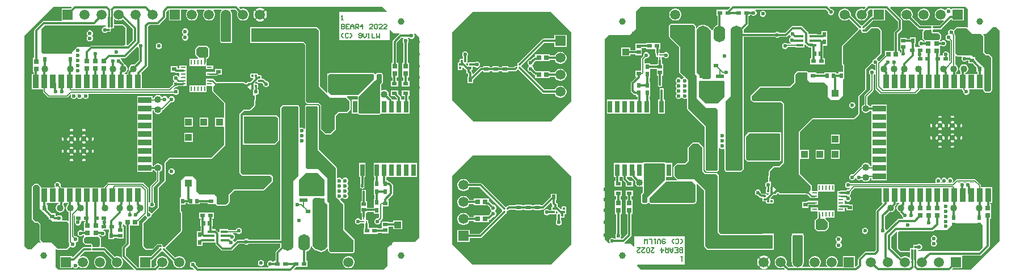
<source format=gtl>
G04*
G04 #@! TF.GenerationSoftware,Altium Limited,Altium Designer,22.3.1 (43)*
G04*
G04 Layer_Physical_Order=1*
G04 Layer_Color=255*
%FSLAX25Y25*%
%MOIN*%
G70*
G04*
G04 #@! TF.SameCoordinates,9666C8D3-C488-416E-8FBA-698088E7738B*
G04*
G04*
G04 #@! TF.FilePolarity,Positive*
G04*
G01*
G75*
%ADD10C,0.01000*%
%ADD11C,0.04000*%
%ADD12R,0.03150X0.02756*%
%ADD13R,0.02953X0.02362*%
%ADD14R,0.05512X0.08268*%
%ADD15R,0.02362X0.02520*%
G04:AMPARAMS|DCode=16|XSize=14.96mil|YSize=13.78mil|CornerRadius=0.62mil|HoleSize=0mil|Usage=FLASHONLY|Rotation=360.000|XOffset=0mil|YOffset=0mil|HoleType=Round|Shape=RoundedRectangle|*
%AMROUNDEDRECTD16*
21,1,0.01496,0.01254,0,0,360.0*
21,1,0.01372,0.01378,0,0,360.0*
1,1,0.00124,0.00686,-0.00627*
1,1,0.00124,-0.00686,-0.00627*
1,1,0.00124,-0.00686,0.00627*
1,1,0.00124,0.00686,0.00627*
%
%ADD16ROUNDEDRECTD16*%
%ADD17R,0.02520X0.02362*%
%ADD18R,0.01024X0.03110*%
%ADD19R,0.03110X0.01024*%
%ADD20R,0.03543X0.07874*%
%ADD21R,0.07874X0.03543*%
%ADD22R,0.05236X0.05236*%
%ADD23R,0.06693X0.03937*%
%ADD24R,0.02756X0.05118*%
%ADD25R,0.02362X0.02953*%
%ADD26R,0.03937X0.01772*%
%ADD27R,0.00906X0.01181*%
%ADD28R,0.02756X0.03150*%
%ADD29R,0.03976X0.03976*%
%ADD30R,0.06969X0.16024*%
%ADD31R,0.16024X0.06969*%
%ADD32R,0.04921X0.01968*%
%ADD33R,0.02756X0.02362*%
%ADD34R,0.04134X0.03937*%
%ADD35R,0.08661X0.04134*%
%ADD36C,0.03937*%
%ADD37C,0.00850*%
%ADD38R,0.02756X0.07087*%
G04:AMPARAMS|DCode=39|XSize=14.96mil|YSize=13.78mil|CornerRadius=0.62mil|HoleSize=0mil|Usage=FLASHONLY|Rotation=270.000|XOffset=0mil|YOffset=0mil|HoleType=Round|Shape=RoundedRectangle|*
%AMROUNDEDRECTD39*
21,1,0.01496,0.01254,0,0,270.0*
21,1,0.01372,0.01378,0,0,270.0*
1,1,0.00124,-0.00627,-0.00686*
1,1,0.00124,-0.00627,0.00686*
1,1,0.00124,0.00627,0.00686*
1,1,0.00124,0.00627,-0.00686*
%
%ADD39ROUNDEDRECTD39*%
%ADD40R,0.01181X0.00906*%
%ADD41R,0.07165X0.03386*%
%ADD42R,0.05512X0.05118*%
%ADD43R,0.04961X0.10709*%
%ADD44R,0.00984X0.00787*%
%ADD45R,0.03150X0.02165*%
%ADD46R,0.04724X0.01181*%
%ADD47C,0.00600*%
%ADD48C,0.01200*%
%ADD49C,0.00800*%
%ADD50C,0.01250*%
%ADD51R,0.03150X0.02756*%
%ADD52R,0.03110X0.01024*%
%ADD53O,0.06890X0.09843*%
%ADD54C,0.05906*%
%ADD55R,0.05906X0.05906*%
%ADD56C,0.02362*%
%ADD57R,0.05906X0.05906*%
G36*
X695796Y355796D02*
X694992Y354993D01*
X694860Y355069D01*
X693956Y355311D01*
X693020D01*
X692117Y355069D01*
X691307Y354601D01*
X690645Y353940D01*
X690178Y353130D01*
X689935Y352226D01*
Y351291D01*
X690178Y350387D01*
X690645Y349577D01*
X691307Y348915D01*
X692117Y348448D01*
X693020Y348206D01*
X693956D01*
X694860Y348448D01*
X695670Y348915D01*
X696331Y349577D01*
X696799Y350387D01*
X697041Y351291D01*
Y352226D01*
X696799Y353130D01*
X696722Y353262D01*
X698148Y354688D01*
X699935D01*
Y350687D01*
X699732D01*
X699264Y350593D01*
X698867Y350328D01*
X693933Y345394D01*
X693044D01*
X687244Y351193D01*
X687041Y351329D01*
Y352226D01*
X686799Y353130D01*
X686331Y353940D01*
X685670Y354601D01*
X684860Y355069D01*
X683956Y355311D01*
X683020D01*
X682117Y355069D01*
X681307Y354601D01*
X680645Y353940D01*
X680178Y353130D01*
X679936Y352226D01*
Y351291D01*
X680178Y350387D01*
X680645Y349577D01*
X681307Y348915D01*
X682117Y348448D01*
X683020Y348206D01*
X683956D01*
X684860Y348448D01*
X685670Y348915D01*
X685866Y349111D01*
X691451Y343526D01*
Y343140D01*
X682029Y333718D01*
X681839Y333258D01*
Y322362D01*
X682029Y321903D01*
X682488Y321713D01*
X682620D01*
Y318210D01*
X682341Y317835D01*
X679707D01*
Y316982D01*
X678502D01*
Y317618D01*
X671475D01*
Y316982D01*
X666828D01*
Y317539D01*
X662676D01*
Y317540D01*
X662301D01*
X661896Y317769D01*
X661447Y318218D01*
X660988Y318408D01*
X655988D01*
X655529Y318218D01*
X654029Y316718D01*
X653839Y316258D01*
Y312027D01*
X651219Y309408D01*
X633988D01*
X633529Y309218D01*
X628529Y304218D01*
X628339Y303758D01*
Y301758D01*
X628529Y301299D01*
X629529Y300299D01*
X629628Y300258D01*
Y300209D01*
X629745D01*
X629988Y300109D01*
X646219D01*
X647339Y298989D01*
Y264527D01*
X645219Y262408D01*
X641988D01*
X641529Y262218D01*
X639029Y259718D01*
X638839Y259258D01*
Y256618D01*
X638440D01*
Y253039D01*
X638134D01*
X637479Y252768D01*
X636978Y252267D01*
X636707Y251613D01*
Y250904D01*
X636978Y250249D01*
X637367Y249861D01*
Y248914D01*
X637325Y248886D01*
X637179Y248667D01*
X637127Y248409D01*
Y247155D01*
X637179Y246897D01*
X637325Y246678D01*
X637544Y246531D01*
X637802Y246480D01*
X638834D01*
X639041Y245980D01*
X638272Y245211D01*
X638101Y245281D01*
X637810Y245456D01*
X637770Y245655D01*
X637624Y245874D01*
X637405Y246021D01*
X637147Y246072D01*
X636387D01*
X636381Y246073D01*
X634904D01*
X634269Y246708D01*
Y247113D01*
X633998Y247767D01*
X633497Y248268D01*
X632843Y248539D01*
X632134D01*
X631479Y248268D01*
X630978Y247767D01*
X630707Y247113D01*
Y246404D01*
X630978Y245749D01*
X631479Y245248D01*
X632134Y244977D01*
X632539D01*
X633532Y243985D01*
X633929Y243719D01*
X634397Y243626D01*
X634938D01*
X635100Y243429D01*
Y242175D01*
X635151Y241916D01*
X635297Y241697D01*
X635516Y241551D01*
X635775Y241500D01*
X637127D01*
Y241131D01*
X637179Y240873D01*
X637325Y240654D01*
X637544Y240508D01*
X637802Y240456D01*
X639174D01*
X639433Y240508D01*
X639472Y240534D01*
X639512Y240508D01*
X639771Y240456D01*
X641143D01*
X641401Y240508D01*
X641620Y240654D01*
X641766Y240873D01*
X641818Y241131D01*
Y242385D01*
X641766Y242644D01*
X641620Y242863D01*
X641401Y243009D01*
X641143Y243060D01*
X640111D01*
X639904Y243560D01*
X641782Y245438D01*
X641794D01*
X641798Y245437D01*
X643170D01*
X643429Y245488D01*
X643648Y245634D01*
X643794Y245853D01*
X643845Y246112D01*
Y246267D01*
X644561D01*
X645029Y245799D01*
X645128Y245758D01*
Y245709D01*
X645245D01*
X645488Y245609D01*
X661488D01*
X661533Y245627D01*
X663231Y243930D01*
X663577Y243698D01*
Y243599D01*
X665683D01*
X665732Y243589D01*
X665781Y243599D01*
X667887D01*
Y247359D01*
X677553D01*
Y251669D01*
X667455D01*
Y247791D01*
X664486D01*
X664138Y248258D01*
Y250758D01*
X663947Y251218D01*
X657138Y258027D01*
Y266259D01*
X657380Y266658D01*
X657638Y266658D01*
X662557D01*
Y271835D01*
X657638D01*
X657380Y271835D01*
X657138Y272234D01*
Y282489D01*
X664757Y290109D01*
X688988D01*
X689447Y290299D01*
X691948Y292799D01*
X692138Y293258D01*
Y303489D01*
X695948Y307299D01*
X696138Y307758D01*
Y319489D01*
X699494Y322846D01*
X699978Y322749D01*
X700479Y322248D01*
X701134Y321977D01*
X701371D01*
Y319075D01*
X700871Y318895D01*
X700497Y319268D01*
X699843Y319539D01*
X699134D01*
X698479Y319268D01*
X697978Y318767D01*
X697707Y318113D01*
Y317404D01*
X697978Y316749D01*
X698479Y316248D01*
X698571Y316211D01*
Y307638D01*
X695339Y304407D01*
X695141Y304110D01*
X695071Y303758D01*
Y298704D01*
X694985Y298681D01*
X694392Y298339D01*
X693908Y297855D01*
X693565Y297262D01*
X693388Y296601D01*
Y295916D01*
X693565Y295255D01*
X693908Y294662D01*
X694392Y294178D01*
X694985Y293835D01*
X695646Y293658D01*
X696331D01*
X696992Y293835D01*
X697585Y294178D01*
X698069Y294662D01*
X698284Y295035D01*
X698869D01*
X699223Y294681D01*
X699223Y293758D01*
X699223Y293387D01*
Y289130D01*
X699223Y288758D01*
X699223Y288387D01*
Y284130D01*
X699223Y283758D01*
X699223Y283387D01*
Y279130D01*
X699223Y278758D01*
X699223Y278387D01*
Y274130D01*
X699223Y273758D01*
X699223Y273387D01*
Y269130D01*
X699223Y268758D01*
X699223Y268387D01*
Y264130D01*
X699223Y263758D01*
X699223Y263387D01*
Y262176D01*
X698568D01*
X698411Y262762D01*
X698069Y263355D01*
X697585Y263839D01*
X696992Y264181D01*
X696331Y264358D01*
X695646D01*
X694985Y264181D01*
X694392Y263839D01*
X693908Y263355D01*
X693565Y262762D01*
X693407Y262170D01*
X693150Y262119D01*
X692852Y261920D01*
X688434Y257502D01*
X688343Y257539D01*
X687634D01*
X686979Y257268D01*
X686478Y256767D01*
X686207Y256113D01*
Y255404D01*
X686478Y254749D01*
X686979Y254248D01*
X687634Y253977D01*
X688343D01*
X688997Y254248D01*
X689498Y254749D01*
X689738Y255329D01*
X689843Y255346D01*
X690133D01*
X690238Y255329D01*
X690478Y254749D01*
X690979Y254248D01*
X691634Y253977D01*
X692343D01*
X692997Y254248D01*
X693177Y254428D01*
X693802Y254346D01*
X693908Y254162D01*
X694392Y253678D01*
X694985Y253335D01*
X695646Y253158D01*
X696331D01*
X696992Y253335D01*
X697585Y253678D01*
X698069Y254162D01*
X698411Y254755D01*
X698568Y255341D01*
X699223D01*
Y253887D01*
X708297D01*
Y258387D01*
X708297Y258758D01*
X708297Y259130D01*
Y263387D01*
X708297Y263758D01*
X708297Y264130D01*
Y268387D01*
X708297Y268758D01*
X708297Y269130D01*
Y273387D01*
X708297Y273758D01*
X708297Y274130D01*
Y278387D01*
X708297Y278758D01*
X708297Y279130D01*
Y283387D01*
X708297Y283758D01*
X708297Y284130D01*
Y288387D01*
X708297Y288758D01*
X708297Y289130D01*
Y293387D01*
X708297Y293758D01*
X708297Y294130D01*
Y298630D01*
X699223D01*
Y297482D01*
X698284D01*
X698069Y297855D01*
X697585Y298339D01*
X696992Y298681D01*
X696906Y298704D01*
Y303378D01*
X700137Y306610D01*
X700336Y306907D01*
X700406Y307258D01*
Y316211D01*
X700497Y316248D01*
X700871Y316622D01*
X701371Y316441D01*
Y308458D01*
X701440Y308107D01*
X701639Y307809D01*
X704339Y305110D01*
X704637Y304911D01*
X704988Y304841D01*
X724988D01*
X725339Y304911D01*
X725637Y305110D01*
X727616Y307088D01*
X727815Y307386D01*
X727875Y307686D01*
X730069D01*
Y307686D01*
X730325D01*
Y307686D01*
X735069D01*
Y307686D01*
X735325D01*
Y307686D01*
X740069D01*
Y307686D01*
X740325D01*
Y307686D01*
X745069D01*
Y307686D01*
X745325D01*
Y307686D01*
X749825D01*
X750197Y307686D01*
X750569Y307686D01*
X752602D01*
X752661Y307386D01*
X752860Y307088D01*
X753245Y306704D01*
X753207Y306613D01*
Y305904D01*
X753478Y305249D01*
X753979Y304748D01*
X754634Y304477D01*
X755343D01*
X755997Y304748D01*
X756498Y305249D01*
X756769Y305904D01*
Y306613D01*
X756532Y307186D01*
X756733Y307686D01*
X760197Y307686D01*
X760569Y307686D01*
X764839D01*
Y307258D01*
X765029Y306799D01*
X766029Y305799D01*
X766488Y305609D01*
X768488D01*
X768948Y305799D01*
X769947Y306799D01*
X770138Y307258D01*
Y326258D01*
X770037Y326501D01*
Y326618D01*
X769989D01*
X769947Y326718D01*
X768447Y328218D01*
X767988Y328408D01*
X766757D01*
X765638Y329527D01*
Y338758D01*
X765448Y339218D01*
X764869Y339796D01*
X765060Y340258D01*
X766488D01*
X770488Y344258D01*
X772488D01*
X774488Y342258D01*
Y239758D01*
Y218258D01*
X757488Y201258D01*
X746872D01*
X746680Y201720D01*
X747166Y202206D01*
X752541D01*
Y209311D01*
X752948Y209535D01*
X762988D01*
X763456Y209628D01*
X763853Y209893D01*
X768365Y214405D01*
X768631Y214802D01*
X768724Y215270D01*
Y231255D01*
X769478D01*
Y235604D01*
Y239935D01*
X768920D01*
Y240757D01*
X770069D01*
Y249831D01*
X765325D01*
Y249831D01*
X765069D01*
Y249831D01*
X763615D01*
Y251050D01*
X763545Y251401D01*
X763346Y251698D01*
X762286Y252758D01*
X760637Y254407D01*
X760339Y254606D01*
X760281Y254618D01*
X759988Y254676D01*
X749488D01*
X749137Y254606D01*
X748839Y254407D01*
X747731Y253299D01*
X747191Y252758D01*
X747002D01*
X747269Y253404D01*
Y253544D01*
Y254113D01*
X746998Y254767D01*
X746497Y255268D01*
X745843Y255539D01*
X745134D01*
X744479Y255268D01*
X743978Y254767D01*
X743738Y254188D01*
X743498Y254767D01*
X743455Y254810D01*
X742997Y255268D01*
X742343Y255539D01*
X741634D01*
X740979Y255268D01*
X740478Y254767D01*
X740238Y254188D01*
X739998Y254767D01*
X739955Y254810D01*
X739497Y255268D01*
X738843Y255539D01*
X738134D01*
X737479Y255268D01*
X736978Y254767D01*
X736707Y254113D01*
Y253404D01*
X736833Y253101D01*
X736926Y252876D01*
X736975Y252758D01*
X736872D01*
X736698Y252376D01*
X686890D01*
X686497Y252768D01*
X685843Y253039D01*
X685134D01*
X684479Y252768D01*
X683978Y252267D01*
X683707Y251613D01*
Y250904D01*
X683978Y250249D01*
X684479Y249748D01*
X685134Y249477D01*
X685843D01*
X686497Y249748D01*
X686810Y249378D01*
X685934Y248502D01*
X685843Y248539D01*
X685134D01*
X684479Y248268D01*
X684193Y247982D01*
X681323D01*
X680855Y247889D01*
X680709Y247791D01*
X679089D01*
Y243854D01*
Y239917D01*
Y235725D01*
X683399D01*
Y237582D01*
X684628D01*
Y236210D01*
X688348D01*
Y239772D01*
X686309D01*
X686063Y239936D01*
X685595Y240029D01*
X683399D01*
Y242341D01*
X683899Y242440D01*
X683978Y242249D01*
X684479Y241748D01*
X685134Y241477D01*
X685843D01*
X686497Y241748D01*
X686998Y242249D01*
X687269Y242904D01*
Y243613D01*
X686998Y244267D01*
X686540Y244725D01*
X686517Y245008D01*
X686540Y245292D01*
X686998Y245749D01*
X687269Y246404D01*
Y247113D01*
X687232Y247204D01*
X689368Y249341D01*
X705325D01*
Y240757D01*
X705603D01*
X705794Y240295D01*
X702123Y236624D01*
X701858Y236227D01*
X701765Y235758D01*
Y212765D01*
X700982Y211982D01*
X695988D01*
X695520Y211889D01*
X695123Y211624D01*
X691623Y208123D01*
X691358Y207727D01*
X691265Y207258D01*
Y204265D01*
X690041Y203041D01*
X689541Y203249D01*
Y209311D01*
X682436D01*
Y202829D01*
X678791D01*
X678583Y203329D01*
X678831Y203577D01*
X679299Y204387D01*
X679541Y205291D01*
Y206226D01*
X679299Y207130D01*
X678831Y207940D01*
X678170Y208601D01*
X677360Y209069D01*
X676456Y209311D01*
X675521D01*
X674617Y209069D01*
X673807Y208601D01*
X673145Y207940D01*
X672678Y207130D01*
X672436Y206226D01*
Y205291D01*
X672678Y204387D01*
X673145Y203577D01*
X673393Y203329D01*
X673186Y202829D01*
X668790D01*
X668583Y203329D01*
X668831Y203577D01*
X669299Y204387D01*
X669541Y205291D01*
Y206226D01*
X669299Y207130D01*
X668831Y207940D01*
X668170Y208601D01*
X667360Y209069D01*
X666456Y209311D01*
X665520D01*
X664617Y209069D01*
X663807Y208601D01*
X663145Y207940D01*
X662678Y207130D01*
X662435Y206226D01*
Y205291D01*
X662678Y204387D01*
X663145Y203577D01*
X663393Y203329D01*
X663186Y202829D01*
X658790D01*
X658583Y203329D01*
X658831Y203577D01*
X659299Y204387D01*
X659541Y205291D01*
Y206025D01*
X659638Y206258D01*
Y207258D01*
Y221258D01*
X659447Y221718D01*
X659167Y221998D01*
Y222492D01*
X652455D01*
Y221539D01*
X652339Y221258D01*
Y205758D01*
X652435Y205525D01*
Y205291D01*
X652678Y204387D01*
X653145Y203577D01*
X653393Y203329D01*
X653186Y202829D01*
X650648D01*
X649222Y204255D01*
X649299Y204387D01*
X649541Y205291D01*
Y206226D01*
X649299Y207130D01*
X648831Y207940D01*
X648170Y208601D01*
X647360Y209069D01*
X646456Y209311D01*
X645520D01*
X644617Y209069D01*
X643807Y208601D01*
X643145Y207940D01*
X642678Y207130D01*
X642436Y206226D01*
Y205291D01*
X642678Y204387D01*
X643145Y203577D01*
X643807Y202915D01*
X644617Y202448D01*
X645520Y202206D01*
X646456D01*
X647360Y202448D01*
X647492Y202524D01*
X648296Y201720D01*
X648105Y201258D01*
X563988D01*
X561550Y203696D01*
X561742Y204158D01*
X589588D01*
Y220858D01*
X559888D01*
Y215012D01*
X559426Y214820D01*
X557488Y216758D01*
X554303D01*
X554152Y217258D01*
X554353Y217393D01*
X557823Y220863D01*
X558088Y221260D01*
X558181Y221728D01*
Y234019D01*
X558936D01*
Y238369D01*
Y242699D01*
X558212D01*
Y244721D01*
X559163D01*
Y248087D01*
X554813D01*
Y244721D01*
X555765D01*
Y242699D01*
X554980D01*
Y238369D01*
Y234019D01*
X555734D01*
Y222235D01*
X552982Y219482D01*
X551938D01*
X551731Y219982D01*
X551998Y220249D01*
X552269Y220904D01*
Y221613D01*
X551998Y222267D01*
X551712Y222554D01*
Y234084D01*
X552466D01*
Y238433D01*
Y242764D01*
X551712D01*
Y244721D01*
X552663D01*
Y248087D01*
X548314D01*
Y244721D01*
X549265D01*
Y242764D01*
X548510D01*
Y238433D01*
Y234084D01*
X549265D01*
Y222554D01*
X548978Y222267D01*
X548707Y221613D01*
Y220904D01*
X548978Y220249D01*
X549246Y219982D01*
X549039Y219482D01*
X548284D01*
X547997Y219768D01*
X547343Y220039D01*
X546634D01*
X545979Y219768D01*
X545478Y219267D01*
X545207Y218613D01*
Y217904D01*
X545397Y217445D01*
X545164Y216973D01*
X545112Y216927D01*
X544854Y216892D01*
X542488Y219258D01*
Y337258D01*
X544988Y339758D01*
X557488D01*
X560988Y343258D01*
Y353758D01*
X563488Y356258D01*
X615869D01*
X616060Y355796D01*
X614803Y354539D01*
X612801D01*
X612676Y354539D01*
X612301D01*
X612176Y354539D01*
X608148D01*
Y350977D01*
X608765D01*
Y345606D01*
X607948Y345268D01*
X607103Y344620D01*
X606455Y343775D01*
X606047Y342791D01*
X606026Y342627D01*
X605513Y342560D01*
X605447Y342718D01*
X603447Y344718D01*
X602988Y344908D01*
X602655D01*
X602186Y345268D01*
X601202Y345675D01*
X600146Y345814D01*
X599090Y345675D01*
X598106Y345268D01*
X597261Y344620D01*
X596700Y343888D01*
X596600Y343788D01*
X596138Y343980D01*
Y344758D01*
X595948Y345218D01*
X594947Y346218D01*
X594488Y346408D01*
X581488D01*
X581029Y346218D01*
X580529Y345718D01*
X580339Y345258D01*
Y338758D01*
X580436Y338525D01*
Y338206D01*
X580623D01*
X586339Y332489D01*
Y317758D01*
X586529Y317299D01*
X588861Y314967D01*
X588743Y314378D01*
X588479Y314268D01*
X588022Y313810D01*
X587738Y313787D01*
X587455Y313810D01*
X586997Y314268D01*
X586343Y314539D01*
X585634D01*
X584979Y314268D01*
X584478Y313767D01*
X584207Y313113D01*
Y312404D01*
X584478Y311749D01*
X584969Y311258D01*
X584478Y310767D01*
X584207Y310113D01*
Y309404D01*
X584478Y308749D01*
X584969Y308258D01*
X584478Y307767D01*
X584207Y307113D01*
Y306404D01*
X584478Y305749D01*
X584969Y305258D01*
X584478Y304767D01*
X584207Y304113D01*
Y303404D01*
X584478Y302749D01*
X584979Y302248D01*
X585634Y301977D01*
X586343D01*
X586997Y302248D01*
X587455Y302706D01*
X587738Y302730D01*
X588022Y302706D01*
X588479Y302248D01*
X589134Y301977D01*
X589843D01*
X590339Y302183D01*
X590839Y301937D01*
Y296258D01*
X591029Y295799D01*
X601306Y285523D01*
Y285371D01*
X601339D01*
Y260258D01*
X601529Y259799D01*
X601542Y259786D01*
Y259670D01*
X601658D01*
X602029Y259299D01*
X602488Y259109D01*
X608488D01*
X608948Y259299D01*
X609318Y259670D01*
X609435D01*
Y259786D01*
X609447Y259799D01*
X609638Y260258D01*
Y261758D01*
Y272883D01*
X610138Y273090D01*
X610479Y272748D01*
X611134Y272477D01*
X611843D01*
X612339Y272683D01*
X612839Y272437D01*
Y260258D01*
X613029Y259799D01*
X613529Y259299D01*
X613988Y259109D01*
X622488D01*
X622948Y259299D01*
X623947Y260299D01*
X624138Y260758D01*
Y338535D01*
X642693D01*
X642979Y338248D01*
X643634Y337977D01*
X644343D01*
X644997Y338248D01*
X645284Y338535D01*
X648988D01*
X649457Y338628D01*
X649853Y338893D01*
X650745Y339785D01*
X651314Y339647D01*
X651478Y339249D01*
X651790Y338938D01*
X651705Y338362D01*
X651479Y338268D01*
X650978Y337767D01*
X650707Y337113D01*
Y336404D01*
X650978Y335749D01*
X651479Y335248D01*
X651797Y335117D01*
X651697Y334617D01*
X649649D01*
X649497Y334768D01*
X648843Y335039D01*
X648134D01*
X647479Y334768D01*
X646978Y334267D01*
X646707Y333613D01*
Y332904D01*
X646978Y332249D01*
X647479Y331748D01*
X648134Y331477D01*
X648843D01*
X649497Y331748D01*
X649998Y332249D01*
X650219Y332782D01*
X654680D01*
Y332213D01*
X659817D01*
Y333993D01*
X660317Y334200D01*
X661396Y333120D01*
X661793Y332855D01*
X662160Y332782D01*
Y332213D01*
X664001D01*
Y330618D01*
X663975D01*
Y326899D01*
X664001D01*
Y326039D01*
X663148D01*
Y322477D01*
X667301D01*
Y322477D01*
X667676D01*
Y322477D01*
X671828D01*
Y326039D01*
X670976D01*
Y326899D01*
X671002D01*
Y330618D01*
X670976D01*
Y333418D01*
X673269D01*
Y337571D01*
X673269Y337571D01*
Y337946D01*
X673269D01*
X673269Y338071D01*
Y342098D01*
X669707D01*
Y340041D01*
X667297D01*
Y340303D01*
X662212D01*
Y340758D01*
X662119Y341227D01*
X661853Y341623D01*
X658853Y344623D01*
X658457Y344889D01*
X657988Y344982D01*
X652988D01*
X652520Y344889D01*
X652123Y344623D01*
X648482Y340982D01*
X645284D01*
X644997Y341268D01*
X644343Y341539D01*
X643634D01*
X642979Y341268D01*
X642693Y340982D01*
X624138D01*
Y342758D01*
X624115Y342812D01*
X626617Y345314D01*
X626882Y345711D01*
X626976Y346180D01*
Y350977D01*
X627828D01*
Y351535D01*
X628693D01*
X628979Y351248D01*
X629634Y350977D01*
X630343D01*
X630997Y351248D01*
X631498Y351749D01*
X631769Y352404D01*
Y353113D01*
X631498Y353767D01*
X630997Y354268D01*
X630924Y354299D01*
X631024Y354799D01*
X672218D01*
X673707Y353309D01*
Y352904D01*
X673978Y352249D01*
X674479Y351748D01*
X675134Y351477D01*
X675843D01*
X676497Y351748D01*
X676998Y352249D01*
X677269Y352904D01*
Y353613D01*
X676998Y354267D01*
X676497Y354768D01*
X675843Y355039D01*
X675437D01*
X674681Y355796D01*
X674872Y356258D01*
X695605D01*
X695796Y355796D01*
D02*
G37*
G36*
X755988Y354758D02*
Y347258D01*
Y345758D01*
Y344330D01*
X755526Y344139D01*
X755447Y344218D01*
X754988Y344408D01*
X749488D01*
X749029Y344218D01*
X747529Y342718D01*
X747195Y342651D01*
X747078Y342768D01*
X746424Y343039D01*
X745715D01*
X745060Y342768D01*
X744559Y342267D01*
X744288Y341613D01*
Y340904D01*
X744439Y340539D01*
X744134Y340039D01*
X743479Y339768D01*
X742978Y339267D01*
X742707Y338613D01*
Y337904D01*
X742978Y337249D01*
X743479Y336748D01*
X744134Y336477D01*
X744843D01*
X744934Y336515D01*
X745371Y336078D01*
Y324362D01*
X745328Y324338D01*
X744828Y324629D01*
Y327539D01*
X744828D01*
X744699Y327733D01*
X744769Y327904D01*
Y328613D01*
X744498Y329267D01*
X743997Y329768D01*
X743343Y330039D01*
X742634D01*
X741979Y329768D01*
X741478Y329267D01*
X741207Y328613D01*
Y327939D01*
X740880Y327539D01*
X740301Y327539D01*
X740176Y327539D01*
X738920D01*
Y328088D01*
X739461D01*
Y333370D01*
X740358D01*
X740479Y333248D01*
X741134Y332977D01*
X741843D01*
X742497Y333248D01*
X742998Y333749D01*
X743269Y334404D01*
Y335113D01*
X742998Y335767D01*
X742497Y336268D01*
X741843Y336539D01*
X741134D01*
X740479Y336268D01*
X740028Y335817D01*
X739461D01*
Y336768D01*
X739461Y336768D01*
X739461D01*
X739770Y337121D01*
X739948Y337299D01*
X740138Y337758D01*
Y339758D01*
X739948Y340218D01*
X738947Y341218D01*
X738488Y341408D01*
X735308D01*
X735126Y341591D01*
Y342314D01*
X735086Y342513D01*
X735376Y343013D01*
X735807D01*
X735972Y342980D01*
X739566D01*
X740034Y343073D01*
X740431Y343338D01*
X745935Y348843D01*
X746435Y348636D01*
Y348206D01*
X753541D01*
Y355311D01*
X746435D01*
Y354983D01*
X746231Y354882D01*
X745935Y354830D01*
X745497Y355268D01*
X744843Y355539D01*
X744134D01*
X743479Y355268D01*
X742978Y354767D01*
X742900Y354578D01*
X742310Y354461D01*
X742170Y354601D01*
X741360Y355069D01*
X740456Y355311D01*
X739521D01*
X738617Y355069D01*
X737807Y354601D01*
X737145Y353940D01*
X736678Y353130D01*
X736436Y352226D01*
Y351291D01*
X736678Y350387D01*
X737145Y349577D01*
X737807Y348915D01*
X738617Y348448D01*
X739521Y348206D01*
X740456D01*
X741360Y348448D01*
X741391Y348466D01*
X741698Y348066D01*
X739059Y345427D01*
X735972D01*
X735807Y345394D01*
X734170D01*
X734004Y345427D01*
X728050D01*
X723222Y350255D01*
X723299Y350387D01*
X723541Y351291D01*
Y352226D01*
X723299Y353130D01*
X722831Y353940D01*
X722170Y354601D01*
X721360Y355069D01*
X720456Y355311D01*
X719521D01*
X718617Y355069D01*
X717807Y354601D01*
X717145Y353940D01*
X716678Y353130D01*
X716435Y352226D01*
Y351291D01*
X716678Y350387D01*
X717145Y349577D01*
X717807Y348915D01*
X718617Y348448D01*
X719521Y348206D01*
X720456D01*
X721360Y348448D01*
X721492Y348524D01*
X726678Y343338D01*
X727075Y343073D01*
X727543Y342980D01*
X729638D01*
X729829Y342518D01*
X729529Y342218D01*
X729339Y341758D01*
Y337758D01*
X729529Y337299D01*
X730510Y336318D01*
Y335813D01*
X729953D01*
X729497Y336268D01*
X728843Y336539D01*
X728134D01*
X727479Y336268D01*
X726978Y335767D01*
X726707Y335113D01*
Y334404D01*
X726978Y333749D01*
X727479Y333248D01*
X727984Y333039D01*
X727884Y332539D01*
X725801D01*
X725676Y332539D01*
X725301D01*
X725212Y332539D01*
X724712Y332627D01*
Y334182D01*
X725269D01*
Y338335D01*
X721707D01*
Y337446D01*
X719848D01*
Y338004D01*
X716128D01*
Y334539D01*
Y330977D01*
X716765D01*
Y330054D01*
X716478Y329767D01*
X716328Y329405D01*
X715828Y329505D01*
Y330236D01*
X714877D01*
Y340417D01*
X716856Y342396D01*
X717122Y342793D01*
X717215Y343261D01*
Y344255D01*
X717212Y344270D01*
Y348258D01*
X717119Y348727D01*
X716853Y349124D01*
X710181Y355796D01*
X710372Y356258D01*
X754488D01*
X755988Y354758D01*
D02*
G37*
G36*
X414450Y353804D02*
X414258Y353342D01*
X386412D01*
Y336642D01*
X416112D01*
Y342488D01*
X416574Y342680D01*
X418512Y340742D01*
X421697D01*
X421848Y340242D01*
X421647Y340107D01*
X418177Y336637D01*
X417912Y336240D01*
X417819Y335772D01*
Y323481D01*
X417064D01*
Y319131D01*
Y314801D01*
X417788D01*
Y312779D01*
X416837D01*
Y309413D01*
X421186D01*
Y312779D01*
X420235D01*
Y314801D01*
X421020D01*
Y319131D01*
Y323481D01*
X420266D01*
Y335265D01*
X423019Y338018D01*
X424062D01*
X424269Y337518D01*
X424002Y337251D01*
X423731Y336596D01*
Y335887D01*
X424002Y335233D01*
X424288Y334946D01*
Y323416D01*
X423534D01*
Y319067D01*
Y314736D01*
X424288D01*
Y312779D01*
X423337D01*
Y309413D01*
X427687D01*
Y312779D01*
X426735D01*
Y314736D01*
X427490D01*
Y319067D01*
Y323416D01*
X426735D01*
Y334946D01*
X427022Y335233D01*
X427293Y335887D01*
Y336596D01*
X427022Y337251D01*
X426754Y337518D01*
X426961Y338018D01*
X427716D01*
X428003Y337732D01*
X428657Y337461D01*
X429366D01*
X430021Y337732D01*
X430522Y338233D01*
X430793Y338887D01*
Y339596D01*
X430603Y340055D01*
X430836Y340527D01*
X430888Y340573D01*
X431146Y340608D01*
X433512Y338242D01*
Y220242D01*
X431012Y217742D01*
X418512D01*
X415012Y214242D01*
Y203742D01*
X412512Y201242D01*
X360132D01*
X359940Y201704D01*
X361197Y202961D01*
X363199D01*
X363324Y202960D01*
X363699D01*
X363824Y202961D01*
X367852D01*
Y206523D01*
X367235D01*
Y211894D01*
X368052Y212232D01*
X368897Y212880D01*
X369545Y213725D01*
X369953Y214709D01*
X369974Y214873D01*
X370487Y214940D01*
X370552Y214782D01*
X372552Y212782D01*
X373012Y212592D01*
X373345D01*
X373814Y212232D01*
X374798Y211824D01*
X375854Y211685D01*
X376910Y211824D01*
X377894Y212232D01*
X378739Y212880D01*
X379300Y213612D01*
X379400Y213712D01*
X379862Y213521D01*
Y212742D01*
X380052Y212282D01*
X381052Y211282D01*
X381512Y211092D01*
X394512D01*
X394971Y211282D01*
X395471Y211782D01*
X395661Y212242D01*
Y218742D01*
X395565Y218975D01*
Y219294D01*
X395377D01*
X389661Y225011D01*
Y239742D01*
X389471Y240201D01*
X387139Y242532D01*
X387257Y243122D01*
X387521Y243232D01*
X387979Y243690D01*
X388262Y243713D01*
X388545Y243690D01*
X389003Y243232D01*
X389657Y242961D01*
X390366D01*
X391021Y243232D01*
X391522Y243733D01*
X391793Y244387D01*
Y245096D01*
X391522Y245751D01*
X391031Y246242D01*
X391522Y246733D01*
X391793Y247387D01*
Y248096D01*
X391522Y248751D01*
X391031Y249242D01*
X391522Y249733D01*
X391793Y250387D01*
Y251096D01*
X391522Y251751D01*
X391031Y252242D01*
X391522Y252733D01*
X391793Y253387D01*
Y254096D01*
X391522Y254751D01*
X391021Y255252D01*
X390366Y255523D01*
X389657D01*
X389003Y255252D01*
X388545Y254794D01*
X388262Y254770D01*
X387979Y254794D01*
X387521Y255252D01*
X386866Y255523D01*
X386157D01*
X385661Y255317D01*
X385161Y255563D01*
Y261242D01*
X384971Y261701D01*
X374694Y271977D01*
Y272129D01*
X374661D01*
Y297242D01*
X374471Y297701D01*
X374458Y297714D01*
Y297830D01*
X374342D01*
X373971Y298201D01*
X373512Y298391D01*
X367512D01*
X367053Y298201D01*
X366682Y297830D01*
X366565D01*
Y297714D01*
X366552Y297701D01*
X366362Y297242D01*
Y295742D01*
Y284617D01*
X365862Y284410D01*
X365521Y284752D01*
X364866Y285023D01*
X364158D01*
X363661Y284817D01*
X363161Y285063D01*
Y297242D01*
X362971Y297701D01*
X362471Y298201D01*
X362012Y298391D01*
X353512D01*
X353052Y298201D01*
X352052Y297201D01*
X351862Y296742D01*
Y218965D01*
X333307D01*
X333021Y219252D01*
X332366Y219523D01*
X331658D01*
X331003Y219252D01*
X330716Y218965D01*
X327012D01*
X326543Y218872D01*
X326147Y218607D01*
X325255Y217715D01*
X324686Y217853D01*
X324522Y218251D01*
X324210Y218562D01*
X324295Y219138D01*
X324521Y219232D01*
X325022Y219733D01*
X325293Y220387D01*
Y221096D01*
X325022Y221751D01*
X324521Y222252D01*
X324203Y222383D01*
X324303Y222883D01*
X326351D01*
X326503Y222732D01*
X327157Y222461D01*
X327866D01*
X328521Y222732D01*
X329022Y223233D01*
X329293Y223887D01*
Y224596D01*
X329022Y225251D01*
X328521Y225752D01*
X327866Y226023D01*
X327157D01*
X326503Y225752D01*
X326002Y225251D01*
X325781Y224718D01*
X321320D01*
Y225287D01*
X316183D01*
Y223507D01*
X315683Y223300D01*
X314604Y224380D01*
X314207Y224645D01*
X313840Y224718D01*
Y225287D01*
X311999D01*
Y226882D01*
X312025D01*
Y230602D01*
X311999D01*
Y231461D01*
X312852D01*
Y235023D01*
X308699D01*
Y235023D01*
X308324D01*
Y235023D01*
X304172D01*
Y231461D01*
X305024D01*
Y230602D01*
X304998D01*
Y226882D01*
X305024D01*
Y224082D01*
X302731D01*
Y219929D01*
X302731Y219929D01*
Y219554D01*
X302731D01*
X302731Y219429D01*
Y215402D01*
X306293D01*
Y217459D01*
X308703D01*
Y217197D01*
X313788D01*
Y216742D01*
X313881Y216273D01*
X314147Y215877D01*
X317147Y212877D01*
X317544Y212611D01*
X318012Y212518D01*
X323012D01*
X323480Y212611D01*
X323877Y212877D01*
X327519Y216518D01*
X330716D01*
X331003Y216232D01*
X331658Y215961D01*
X332366D01*
X333021Y216232D01*
X333307Y216518D01*
X351862D01*
Y214742D01*
X351885Y214687D01*
X349383Y212186D01*
X349118Y211789D01*
X349024Y211320D01*
Y206523D01*
X348172D01*
Y205965D01*
X347307D01*
X347021Y206252D01*
X346366Y206523D01*
X345657D01*
X345003Y206252D01*
X344502Y205751D01*
X344231Y205096D01*
Y204387D01*
X344502Y203733D01*
X345003Y203232D01*
X345076Y203201D01*
X344976Y202701D01*
X303782D01*
X302293Y204191D01*
Y204596D01*
X302022Y205251D01*
X301521Y205752D01*
X300866Y206023D01*
X300157D01*
X299503Y205752D01*
X299002Y205251D01*
X298731Y204596D01*
Y203887D01*
X299002Y203233D01*
X299503Y202732D01*
X300157Y202461D01*
X300563D01*
X301320Y201704D01*
X301128Y201242D01*
X280395D01*
X280204Y201704D01*
X281008Y202507D01*
X281140Y202431D01*
X282044Y202189D01*
X282979D01*
X283883Y202431D01*
X284693Y202899D01*
X285355Y203560D01*
X285822Y204370D01*
X286065Y205274D01*
Y206209D01*
X285822Y207113D01*
X285355Y207923D01*
X284693Y208585D01*
X283883Y209052D01*
X282979Y209294D01*
X282044D01*
X281140Y209052D01*
X280330Y208585D01*
X279669Y207923D01*
X279201Y207113D01*
X278959Y206209D01*
Y205274D01*
X279201Y204370D01*
X279278Y204238D01*
X277852Y202812D01*
X276064D01*
Y206813D01*
X276268D01*
X276736Y206907D01*
X277133Y207172D01*
X282067Y212106D01*
X282956D01*
X288756Y206307D01*
X288959Y206171D01*
Y205274D01*
X289201Y204370D01*
X289669Y203560D01*
X290330Y202899D01*
X291140Y202431D01*
X292044Y202189D01*
X292980D01*
X293883Y202431D01*
X294693Y202899D01*
X295355Y203560D01*
X295822Y204370D01*
X296064Y205274D01*
Y206209D01*
X295822Y207113D01*
X295355Y207923D01*
X294693Y208585D01*
X293883Y209052D01*
X292980Y209294D01*
X292044D01*
X291140Y209052D01*
X290330Y208585D01*
X290134Y208389D01*
X284549Y213974D01*
Y214360D01*
X293971Y223782D01*
X294161Y224242D01*
Y235138D01*
X293971Y235597D01*
X293512Y235787D01*
X293380D01*
Y239290D01*
X293659Y239665D01*
X296293D01*
Y240518D01*
X297498D01*
Y239882D01*
X304525D01*
Y240518D01*
X309172D01*
Y239961D01*
X313324D01*
Y239961D01*
X313699D01*
X314104Y239731D01*
X314552Y239282D01*
X315012Y239092D01*
X320012D01*
X320471Y239282D01*
X321971Y240782D01*
X322161Y241242D01*
Y245473D01*
X324781Y248092D01*
X342012D01*
X342471Y248282D01*
X347471Y253282D01*
X347661Y253742D01*
Y255742D01*
X347471Y256201D01*
X346471Y257201D01*
X346372Y257242D01*
Y257291D01*
X346255D01*
X346012Y257391D01*
X329781D01*
X328661Y258511D01*
Y292973D01*
X330781Y295092D01*
X334012D01*
X334471Y295282D01*
X336971Y297782D01*
X337161Y298242D01*
Y300882D01*
X337561D01*
Y304461D01*
X337866D01*
X338521Y304732D01*
X339022Y305233D01*
X339293Y305887D01*
Y306596D01*
X339022Y307251D01*
X338633Y307639D01*
Y308586D01*
X338675Y308614D01*
X338821Y308833D01*
X338873Y309091D01*
Y310345D01*
X338821Y310603D01*
X338675Y310822D01*
X338456Y310969D01*
X338198Y311020D01*
X337166D01*
X336959Y311520D01*
X337729Y312289D01*
X337899Y312219D01*
X338190Y312044D01*
X338230Y311845D01*
X338376Y311626D01*
X338595Y311479D01*
X338853Y311428D01*
X339613D01*
X339619Y311427D01*
X341096D01*
X341731Y310792D01*
Y310387D01*
X342002Y309733D01*
X342503Y309232D01*
X343158Y308961D01*
X343866D01*
X344521Y309232D01*
X345022Y309733D01*
X345293Y310387D01*
Y311096D01*
X345022Y311751D01*
X344521Y312252D01*
X343866Y312523D01*
X343461D01*
X342468Y313515D01*
X342071Y313781D01*
X341603Y313874D01*
X341062D01*
X340900Y314071D01*
Y315325D01*
X340849Y315584D01*
X340703Y315803D01*
X340484Y315949D01*
X340225Y316000D01*
X338873D01*
Y316369D01*
X338821Y316627D01*
X338675Y316846D01*
X338456Y316992D01*
X338198Y317044D01*
X336826D01*
X336567Y316992D01*
X336527Y316966D01*
X336488Y316992D01*
X336229Y317044D01*
X334857D01*
X334599Y316992D01*
X334380Y316846D01*
X334234Y316627D01*
X334182Y316369D01*
Y315115D01*
X334234Y314856D01*
X334380Y314637D01*
X334599Y314491D01*
X334857Y314440D01*
X335889D01*
X336096Y313940D01*
X334218Y312062D01*
X334206D01*
X334202Y312063D01*
X332830D01*
X332571Y312012D01*
X332352Y311866D01*
X332206Y311647D01*
X332155Y311388D01*
Y311233D01*
X331439D01*
X330971Y311701D01*
X330872Y311742D01*
Y311790D01*
X330755D01*
X330512Y311891D01*
X314512D01*
X314467Y311873D01*
X312769Y313570D01*
X312423Y313802D01*
Y313901D01*
X310317D01*
X310268Y313911D01*
X310219Y313901D01*
X308113D01*
Y310141D01*
X298447D01*
Y305831D01*
X308545D01*
Y309709D01*
X311514D01*
X311862Y309242D01*
Y306742D01*
X312052Y306282D01*
X318862Y299473D01*
Y291241D01*
X318620Y290842D01*
X318362Y290842D01*
X313443D01*
Y285665D01*
X318362D01*
X318620Y285665D01*
X318862Y285266D01*
Y275011D01*
X311243Y267391D01*
X287012D01*
X286553Y267201D01*
X284052Y264701D01*
X283862Y264242D01*
Y254011D01*
X280052Y250201D01*
X279862Y249742D01*
Y238011D01*
X276506Y234654D01*
X276022Y234751D01*
X275521Y235252D01*
X274866Y235523D01*
X274629D01*
Y238425D01*
X275129Y238605D01*
X275503Y238232D01*
X276157Y237961D01*
X276866D01*
X277521Y238232D01*
X278022Y238733D01*
X278293Y239387D01*
Y240096D01*
X278022Y240751D01*
X277521Y241252D01*
X277429Y241289D01*
Y249862D01*
X280661Y253093D01*
X280859Y253391D01*
X280929Y253742D01*
Y258796D01*
X281015Y258819D01*
X281608Y259161D01*
X282092Y259645D01*
X282435Y260238D01*
X282612Y260899D01*
Y261584D01*
X282435Y262245D01*
X282092Y262838D01*
X281608Y263322D01*
X281015Y263665D01*
X280354Y263842D01*
X279669D01*
X279008Y263665D01*
X278415Y263322D01*
X277931Y262838D01*
X277716Y262465D01*
X277131D01*
X276777Y262819D01*
X276777Y263742D01*
X276777Y264113D01*
Y268370D01*
X276777Y268742D01*
X276777Y269113D01*
Y273370D01*
X276777Y273742D01*
X276777Y274113D01*
Y278370D01*
X276777Y278742D01*
X276777Y279113D01*
Y283370D01*
X276777Y283742D01*
X276777Y284113D01*
Y288370D01*
X276777Y288742D01*
X276777Y289113D01*
Y293370D01*
X276777Y293742D01*
X276777Y294113D01*
Y295324D01*
X277432D01*
X277589Y294738D01*
X277931Y294145D01*
X278415Y293661D01*
X279008Y293319D01*
X279669Y293142D01*
X280354D01*
X281015Y293319D01*
X281608Y293661D01*
X282092Y294145D01*
X282435Y294738D01*
X282593Y295330D01*
X282850Y295381D01*
X283148Y295580D01*
X287566Y299998D01*
X287657Y299961D01*
X288366D01*
X289021Y300232D01*
X289522Y300733D01*
X289793Y301387D01*
Y302096D01*
X289522Y302751D01*
X289021Y303252D01*
X288366Y303523D01*
X287657D01*
X287003Y303252D01*
X286502Y302751D01*
X286262Y302171D01*
X286157Y302154D01*
X285867D01*
X285762Y302171D01*
X285522Y302751D01*
X285021Y303252D01*
X284366Y303523D01*
X283658D01*
X283003Y303252D01*
X282823Y303072D01*
X282198Y303154D01*
X282092Y303338D01*
X281608Y303822D01*
X281015Y304165D01*
X280354Y304342D01*
X279669D01*
X279008Y304165D01*
X278415Y303822D01*
X277931Y303338D01*
X277589Y302745D01*
X277432Y302159D01*
X276777D01*
Y303613D01*
X267703D01*
Y299113D01*
X267703Y298742D01*
X267703Y298370D01*
Y294113D01*
X267703Y293742D01*
X267703Y293370D01*
Y289113D01*
X267703Y288742D01*
X267703Y288370D01*
Y284113D01*
X267703Y283742D01*
X267703Y283370D01*
Y279113D01*
X267703Y278742D01*
X267703Y278370D01*
Y274113D01*
X267703Y273742D01*
X267703Y273370D01*
Y269113D01*
X267703Y268742D01*
X267703Y268370D01*
Y264113D01*
X267703Y263742D01*
X267703Y263370D01*
Y258870D01*
X276777D01*
Y260018D01*
X277716D01*
X277931Y259645D01*
X278415Y259161D01*
X279008Y258819D01*
X279094Y258796D01*
Y254122D01*
X275863Y250890D01*
X275664Y250593D01*
X275594Y250242D01*
Y241289D01*
X275503Y241252D01*
X275129Y240878D01*
X274629Y241059D01*
Y249042D01*
X274559Y249393D01*
X274361Y249691D01*
X271661Y252391D01*
X271363Y252589D01*
X271012Y252659D01*
X251012D01*
X250661Y252589D01*
X250363Y252391D01*
X248384Y250412D01*
X248185Y250114D01*
X248125Y249814D01*
X245931D01*
Y249814D01*
X245675D01*
Y249814D01*
X240931D01*
Y249814D01*
X240675D01*
Y249814D01*
X235931D01*
Y249814D01*
X235675D01*
Y249814D01*
X230931D01*
Y249814D01*
X230675D01*
Y249814D01*
X226175D01*
X225803Y249814D01*
X225431Y249814D01*
X223398D01*
X223339Y250114D01*
X223140Y250412D01*
X222755Y250796D01*
X222793Y250887D01*
Y251596D01*
X222522Y252251D01*
X222021Y252752D01*
X221366Y253023D01*
X220657D01*
X220003Y252752D01*
X219502Y252251D01*
X219231Y251596D01*
Y250887D01*
X219468Y250314D01*
X219267Y249814D01*
X215803Y249814D01*
X215431Y249814D01*
X211161D01*
Y250242D01*
X210971Y250701D01*
X209971Y251701D01*
X209512Y251891D01*
X207512D01*
X207052Y251701D01*
X206052Y250701D01*
X205862Y250242D01*
Y231242D01*
X205963Y230999D01*
Y230882D01*
X206011D01*
X206052Y230782D01*
X207553Y229282D01*
X208012Y229092D01*
X209243D01*
X210362Y227973D01*
Y218742D01*
X210553Y218282D01*
X211131Y217704D01*
X210940Y217242D01*
X209512D01*
X205512Y213242D01*
X203512D01*
X201512Y215242D01*
Y317742D01*
Y339242D01*
X218512Y356242D01*
X229128D01*
X229320Y355780D01*
X228834Y355294D01*
X223459D01*
Y348189D01*
X223052Y347965D01*
X213012D01*
X212544Y347872D01*
X212147Y347607D01*
X207635Y343095D01*
X207369Y342698D01*
X207276Y342230D01*
Y326245D01*
X206522D01*
Y321896D01*
Y317565D01*
X207080D01*
Y316743D01*
X205931D01*
Y307669D01*
X210675D01*
Y307669D01*
X210931D01*
Y307669D01*
X212385D01*
Y306450D01*
X212455Y306099D01*
X212654Y305802D01*
X213714Y304742D01*
X215363Y303093D01*
X215661Y302894D01*
X215719Y302882D01*
X216012Y302824D01*
X226512D01*
X226863Y302894D01*
X227161Y303093D01*
X228269Y304201D01*
X228809Y304742D01*
X228998D01*
X228731Y304096D01*
Y303956D01*
Y303387D01*
X229002Y302733D01*
X229503Y302232D01*
X230157Y301961D01*
X230866D01*
X231521Y302232D01*
X232022Y302733D01*
X232262Y303312D01*
X232502Y302733D01*
X232545Y302690D01*
X233003Y302232D01*
X233658Y301961D01*
X234366D01*
X235021Y302232D01*
X235522Y302733D01*
X235762Y303312D01*
X236002Y302733D01*
X236045Y302690D01*
X236503Y302232D01*
X237158Y301961D01*
X237866D01*
X238521Y302232D01*
X239022Y302733D01*
X239293Y303387D01*
Y304096D01*
X239167Y304399D01*
X239074Y304624D01*
X239025Y304742D01*
X239128D01*
X239301Y305124D01*
X289110D01*
X289503Y304732D01*
X290158Y304461D01*
X290866D01*
X291521Y304732D01*
X292022Y305233D01*
X292293Y305887D01*
Y306596D01*
X292022Y307251D01*
X291521Y307752D01*
X290866Y308023D01*
X290158D01*
X289503Y307752D01*
X289190Y308122D01*
X290066Y308998D01*
X290158Y308961D01*
X290866D01*
X291521Y309232D01*
X291807Y309518D01*
X294677D01*
X295145Y309611D01*
X295291Y309709D01*
X296911D01*
Y313646D01*
Y317583D01*
Y321775D01*
X292601D01*
Y319918D01*
X291372D01*
Y321290D01*
X287652D01*
Y317728D01*
X289691D01*
X289937Y317564D01*
X290405Y317471D01*
X292601D01*
Y315159D01*
X292101Y315060D01*
X292022Y315251D01*
X291521Y315752D01*
X290866Y316023D01*
X290158D01*
X289503Y315752D01*
X289002Y315251D01*
X288731Y314596D01*
Y313887D01*
X289002Y313233D01*
X289460Y312775D01*
X289483Y312492D01*
X289460Y312208D01*
X289002Y311751D01*
X288731Y311096D01*
Y310387D01*
X288768Y310296D01*
X286632Y308159D01*
X270675D01*
Y316743D01*
X270397D01*
X270205Y317205D01*
X273877Y320877D01*
X274142Y321273D01*
X274235Y321742D01*
Y344735D01*
X275019Y345518D01*
X280012D01*
X280480Y345611D01*
X280877Y345877D01*
X284377Y349377D01*
X284642Y349773D01*
X284735Y350242D01*
Y353235D01*
X285959Y354459D01*
X286459Y354252D01*
Y348189D01*
X293565D01*
Y354671D01*
X297210D01*
X297417Y354171D01*
X297169Y353923D01*
X296701Y353113D01*
X296459Y352209D01*
Y351274D01*
X296701Y350370D01*
X297169Y349560D01*
X297830Y348899D01*
X298640Y348431D01*
X299544Y348189D01*
X300480D01*
X301383Y348431D01*
X302193Y348899D01*
X302855Y349560D01*
X303322Y350370D01*
X303565Y351274D01*
Y352209D01*
X303322Y353113D01*
X302855Y353923D01*
X302607Y354171D01*
X302814Y354671D01*
X307209D01*
X307417Y354171D01*
X307169Y353923D01*
X306701Y353113D01*
X306459Y352209D01*
Y351274D01*
X306701Y350370D01*
X307169Y349560D01*
X307830Y348899D01*
X308640Y348431D01*
X309544Y348189D01*
X310479D01*
X311383Y348431D01*
X312193Y348899D01*
X312855Y349560D01*
X313322Y350370D01*
X313564Y351274D01*
Y352209D01*
X313322Y353113D01*
X312855Y353923D01*
X312607Y354171D01*
X312814Y354671D01*
X317210D01*
X317417Y354171D01*
X317169Y353923D01*
X316701Y353113D01*
X316459Y352209D01*
Y351475D01*
X316362Y351242D01*
Y350242D01*
Y336242D01*
X316552Y335782D01*
X316833Y335502D01*
Y335008D01*
X323545D01*
Y335961D01*
X323661Y336242D01*
Y351742D01*
X323565Y351975D01*
Y352209D01*
X323322Y353113D01*
X322855Y353923D01*
X322607Y354171D01*
X322814Y354671D01*
X325352D01*
X326778Y353245D01*
X326701Y353113D01*
X326459Y352209D01*
Y351274D01*
X326701Y350370D01*
X327169Y349560D01*
X327830Y348899D01*
X328640Y348431D01*
X329544Y348189D01*
X330480D01*
X331383Y348431D01*
X332193Y348899D01*
X332855Y349560D01*
X333322Y350370D01*
X333564Y351274D01*
Y352209D01*
X333322Y353113D01*
X332855Y353923D01*
X332193Y354585D01*
X331383Y355052D01*
X330480Y355294D01*
X329544D01*
X328640Y355052D01*
X328508Y354976D01*
X327704Y355780D01*
X327895Y356242D01*
X412012D01*
X414450Y353804D01*
D02*
G37*
G36*
X265288Y343235D02*
Y336749D01*
X262245Y333706D01*
X261977Y333742D01*
X261661Y334242D01*
Y343742D01*
X261471Y344201D01*
X259971Y345701D01*
X259512Y345891D01*
X254188D01*
Y348888D01*
X254650Y349079D01*
X254830Y348899D01*
X255640Y348431D01*
X256544Y348189D01*
X257480D01*
X258383Y348431D01*
X259193Y348899D01*
X259409Y349114D01*
X265288Y343235D01*
D02*
G37*
G36*
X261012Y343742D02*
Y334242D01*
X260235Y333465D01*
X241012D01*
X240544Y333372D01*
X240147Y333107D01*
X239781Y332742D01*
X232512D01*
X228512Y328742D01*
X212512D01*
X211512Y329742D01*
Y343242D01*
X213512Y345242D01*
X249294D01*
X249477Y344850D01*
X249150Y344487D01*
X248793Y344558D01*
X248098Y344419D01*
X247509Y344026D01*
X247115Y343437D01*
X246977Y342742D01*
X247115Y342047D01*
X247509Y341458D01*
X248098Y341064D01*
X248793Y340926D01*
X249488Y341064D01*
X250077Y341458D01*
X250154Y341573D01*
X251027D01*
X251193Y341606D01*
X252080D01*
Y342212D01*
X252158Y342329D01*
X252251Y342797D01*
X252211Y342996D01*
X252545Y343475D01*
X252583Y343496D01*
X252957D01*
X252964Y343495D01*
X252972Y343496D01*
X254049D01*
Y344181D01*
X254095Y344250D01*
X254188Y344718D01*
Y345242D01*
X259512D01*
X261012Y343742D01*
D02*
G37*
G36*
X704488Y342258D02*
X704488Y328758D01*
X701259Y325529D01*
X700793Y325436D01*
X700204Y325042D01*
X699811Y324453D01*
X699718Y323988D01*
X695488Y319758D01*
Y307758D01*
X691488Y303758D01*
Y293258D01*
X688988Y290758D01*
X664488D01*
X656488Y282758D01*
Y257758D01*
X663488Y250758D01*
Y248258D01*
X661488Y246258D01*
X645488D01*
X640488Y251258D01*
Y253258D01*
X639488Y254258D01*
Y259258D01*
X641988Y261758D01*
X645488D01*
X647988Y264258D01*
Y299258D01*
X646488Y300758D01*
X629988D01*
X628988Y301758D01*
Y303758D01*
X633988Y308758D01*
X651488D01*
X654488Y311758D01*
Y316258D01*
X655988Y317758D01*
X660988D01*
X661488Y317258D01*
Y313258D01*
X662988Y311758D01*
X671488D01*
X673488Y309758D01*
Y303258D01*
X675488Y301258D01*
X679988D01*
X682488Y303758D01*
Y313682D01*
X683269D01*
Y317835D01*
X683269D01*
Y318210D01*
X683269D01*
Y322362D01*
X682488D01*
Y333258D01*
X692243Y343013D01*
X692338D01*
X692504Y342980D01*
X692670Y343013D01*
X692917D01*
X692955Y342992D01*
X693289Y342513D01*
X693249Y342314D01*
X693342Y341845D01*
X693420Y341729D01*
Y341123D01*
X694307D01*
X694473Y341090D01*
X696043D01*
X696512Y341183D01*
X696909Y341448D01*
X699219Y343758D01*
X702988D01*
X704488Y342258D01*
D02*
G37*
G36*
X734004Y342243D02*
Y341794D01*
X735040Y340758D01*
X738488D01*
X739488Y339758D01*
Y337758D01*
X738498Y336768D01*
X735505D01*
Y336758D01*
X734466D01*
Y336764D01*
X730983D01*
X729988Y337758D01*
Y341758D01*
X730988Y342758D01*
X733488D01*
X734004Y342243D01*
D02*
G37*
G36*
X323012Y351742D02*
Y336242D01*
X322512Y335742D01*
X317512D01*
X317012Y336242D01*
Y350242D01*
Y351242D01*
X319512Y353742D01*
X321012D01*
X323012Y351742D01*
D02*
G37*
G36*
X714765Y347751D02*
Y344258D01*
X714768Y344244D01*
Y343768D01*
X712788Y341789D01*
X712523Y341392D01*
X712430Y340924D01*
Y330236D01*
X707148D01*
Y327716D01*
X703731Y324299D01*
X703143Y324418D01*
X702998Y324767D01*
X702497Y325268D01*
X702401Y325752D01*
X704948Y328299D01*
X705138Y328758D01*
X705138Y342258D01*
X704948Y342718D01*
X703447Y344218D01*
X702988Y344408D01*
X699219D01*
X698759Y344218D01*
X696495Y341953D01*
X696258Y341795D01*
X695979Y341739D01*
X694536D01*
X694433Y341760D01*
X694106Y341956D01*
X693928Y342398D01*
X693903Y342513D01*
X694063Y342805D01*
X694290Y343011D01*
X694295Y343013D01*
X694307D01*
X694473Y342980D01*
X694638Y343013D01*
X695525D01*
Y343526D01*
X700205Y348206D01*
X707041D01*
Y354688D01*
X707829D01*
X714765Y347751D01*
D02*
G37*
G36*
X268337Y332630D02*
X268502Y332233D01*
X268788Y331946D01*
Y324748D01*
X266270Y322230D01*
X265854Y322342D01*
X265169D01*
X264508Y322165D01*
X263915Y321822D01*
X263431Y321338D01*
X263089Y320745D01*
X262912Y320084D01*
Y319399D01*
X263023Y318983D01*
X262438Y318398D01*
X262173Y318001D01*
X262080Y317533D01*
Y316743D01*
X260931D01*
Y316743D01*
X260675D01*
X260553Y316811D01*
X260533Y317078D01*
X260592Y317363D01*
X261108Y317661D01*
X261592Y318145D01*
X261934Y318738D01*
X262112Y319399D01*
Y320084D01*
X261934Y320745D01*
X261592Y321338D01*
X261108Y321822D01*
X260515Y322165D01*
X260278Y322228D01*
X260191Y322660D01*
X259926Y323057D01*
X258793Y324191D01*
Y324596D01*
X258522Y325251D01*
X258135Y325637D01*
X258297Y326137D01*
X260631D01*
X261099Y326230D01*
X261496Y326495D01*
X267769Y332768D01*
X268337Y332630D01*
D02*
G37*
G36*
X749029Y327299D02*
X749488Y327109D01*
X752167D01*
X752413Y326609D01*
X752207Y326113D01*
Y325404D01*
X752478Y324749D01*
X752979Y324248D01*
X753634Y323977D01*
X754343D01*
X754997Y324248D01*
X755284Y324535D01*
X756148D01*
Y322977D01*
X758539D01*
X759028Y322488D01*
X759210Y322215D01*
X759913Y321512D01*
X760187Y321329D01*
X760916Y320600D01*
Y320339D01*
X760940Y320221D01*
Y317899D01*
X761473D01*
Y317113D01*
X761120Y316760D01*
X760197Y316760D01*
X759825Y316760D01*
X755325D01*
Y316760D01*
X755069D01*
Y316760D01*
X754276D01*
X754210Y317260D01*
X754492Y317336D01*
X755085Y317678D01*
X755569Y318162D01*
X755911Y318755D01*
X756088Y319416D01*
Y320101D01*
X755911Y320762D01*
X755569Y321355D01*
X755085Y321839D01*
X754492Y322181D01*
X753831Y322358D01*
X753146D01*
X752485Y322181D01*
X751892Y321839D01*
X751408Y321355D01*
X751065Y320762D01*
X750888Y320101D01*
Y319416D01*
X751065Y318755D01*
X751408Y318162D01*
X751473Y318096D01*
Y317113D01*
X751120Y316760D01*
X750197Y316760D01*
X749825Y316760D01*
X748920D01*
Y317583D01*
X749085Y317678D01*
X749569Y318162D01*
X749911Y318755D01*
X750088Y319416D01*
Y320101D01*
X749911Y320762D01*
X749569Y321355D01*
X749085Y321839D01*
X748492Y322181D01*
X748406Y322204D01*
Y327269D01*
X748868Y327460D01*
X749029Y327299D01*
D02*
G37*
G36*
X604988Y342258D02*
Y314758D01*
X603988Y313758D01*
X600488D01*
X596488Y317758D01*
Y342758D01*
X597988Y344258D01*
X602988D01*
X604988Y342258D01*
D02*
G37*
G36*
X758488Y340258D02*
X763488D01*
X764988Y338758D01*
Y329258D01*
X766488Y327758D01*
X767988D01*
X769488Y326258D01*
Y307258D01*
X768488Y306258D01*
X766488D01*
X765488Y307258D01*
Y320258D01*
X764502Y321245D01*
Y321618D01*
X764128D01*
X760301Y325446D01*
Y326539D01*
X759207D01*
X757988Y327758D01*
X749488Y327758D01*
X748406Y328841D01*
Y339758D01*
X748336Y340109D01*
X748137Y340407D01*
X747988Y340556D01*
Y342258D01*
X749488Y343758D01*
X754988D01*
X758488Y340258D01*
D02*
G37*
G36*
X226132Y304659D02*
X224346D01*
X224521Y304732D01*
X224531Y304742D01*
X226214D01*
X226132Y304659D01*
D02*
G37*
G36*
X222503Y304732D02*
X222678Y304659D01*
X220846D01*
X221021Y304732D01*
X221031Y304742D01*
X222493D01*
X222503Y304732D01*
D02*
G37*
G36*
X219003D02*
X219178Y304659D01*
X216392D01*
X216309Y304742D01*
X218993D01*
X219003Y304732D01*
D02*
G37*
G36*
X235762Y304171D02*
X235525Y304742D01*
X235998D01*
X235762Y304171D01*
D02*
G37*
G36*
X232262D02*
X232025Y304742D01*
X232498D01*
X232262Y304171D01*
D02*
G37*
G36*
X612988Y312258D02*
Y303258D01*
X608988Y299258D01*
X601988D01*
X597988Y303258D01*
Y312258D01*
X598488Y312758D01*
X612488D01*
X612988Y312258D01*
D02*
G37*
G36*
X522988Y341258D02*
Y300758D01*
X510988Y288758D01*
X465488D01*
X452988Y301258D01*
Y341258D01*
X464988Y353258D01*
X510988D01*
X522988Y341258D01*
D02*
G37*
G36*
X623488Y342758D02*
Y260758D01*
X622488Y259758D01*
X613988D01*
X613488Y260258D01*
Y300758D01*
X616488Y303758D01*
Y342758D01*
X617988Y344258D01*
X621988D01*
X623488Y342758D01*
D02*
G37*
G36*
X595488Y344758D02*
Y316758D01*
X596488Y315758D01*
Y302258D01*
X601988Y296758D01*
X607988D01*
X608988Y295758D01*
Y261758D01*
Y260258D01*
X608488Y259758D01*
X602488D01*
X601988Y260258D01*
Y285758D01*
X591488Y296258D01*
Y313258D01*
X591011Y313735D01*
X590998Y313767D01*
X590497Y314268D01*
X590465Y314282D01*
X588988Y315758D01*
X586988Y317758D01*
Y332758D01*
X580988Y338758D01*
Y345258D01*
X581488Y345758D01*
X594488D01*
X595488Y344758D01*
D02*
G37*
G36*
X759691Y252758D02*
X757007D01*
X756997Y252768D01*
X756822Y252841D01*
X759608D01*
X759691Y252758D01*
D02*
G37*
G36*
X754979Y252768D02*
X754969Y252758D01*
X753507D01*
X753497Y252768D01*
X753322Y252841D01*
X755154D01*
X754979Y252768D01*
D02*
G37*
G36*
X751479D02*
X751469Y252758D01*
X749786D01*
X749868Y252841D01*
X751654D01*
X751479Y252768D01*
D02*
G37*
G36*
X743975Y252758D02*
X743502D01*
X743738Y253329D01*
X743975Y252758D01*
D02*
G37*
G36*
X740475D02*
X740002D01*
X740238Y253329D01*
X740475Y252758D01*
D02*
G37*
G36*
X378012Y254242D02*
Y245242D01*
X377512Y244742D01*
X363512D01*
X363012Y245242D01*
Y254242D01*
X367012Y258242D01*
X374012D01*
X378012Y254242D01*
D02*
G37*
G36*
X227080Y239917D02*
X226915Y239822D01*
X226431Y239338D01*
X226089Y238745D01*
X225912Y238084D01*
Y237399D01*
X226089Y236738D01*
X226431Y236145D01*
X226915Y235661D01*
X227508Y235319D01*
X227594Y235296D01*
Y230231D01*
X227132Y230040D01*
X226971Y230201D01*
X226512Y230391D01*
X223833D01*
X223587Y230891D01*
X223793Y231387D01*
Y232096D01*
X223522Y232751D01*
X223021Y233252D01*
X222366Y233523D01*
X221657D01*
X221003Y233252D01*
X220716Y232965D01*
X219852D01*
Y234523D01*
X217461D01*
X216972Y235012D01*
X216790Y235285D01*
X216087Y235988D01*
X215813Y236171D01*
X215084Y236900D01*
Y237161D01*
X215060Y237279D01*
Y239601D01*
X214527D01*
Y240387D01*
X214880Y240740D01*
X215803Y240740D01*
X216175Y240740D01*
X220675D01*
Y240740D01*
X220931D01*
Y240740D01*
X221725D01*
X221790Y240240D01*
X221508Y240164D01*
X220915Y239822D01*
X220431Y239338D01*
X220089Y238745D01*
X219912Y238084D01*
Y237399D01*
X220089Y236738D01*
X220431Y236145D01*
X220915Y235661D01*
X221508Y235319D01*
X222169Y235142D01*
X222854D01*
X223515Y235319D01*
X224108Y235661D01*
X224592Y236145D01*
X224935Y236738D01*
X225112Y237399D01*
Y238084D01*
X224935Y238745D01*
X224592Y239338D01*
X224527Y239404D01*
Y240387D01*
X224880Y240740D01*
X225803Y240740D01*
X226175Y240740D01*
X227080D01*
Y239917D01*
D02*
G37*
G36*
X335512Y306242D02*
Y304242D01*
X336512Y303242D01*
Y298242D01*
X334012Y295742D01*
X330512D01*
X328012Y293242D01*
Y258242D01*
X329512Y256742D01*
X346012D01*
X347012Y255742D01*
Y253742D01*
X342012Y248742D01*
X324512D01*
X321512Y245742D01*
Y241242D01*
X320012Y239742D01*
X315012D01*
X314512Y240242D01*
Y244242D01*
X313012Y245742D01*
X304512D01*
X302512Y247742D01*
Y254242D01*
X300512Y256242D01*
X296012D01*
X293512Y253742D01*
Y243818D01*
X292731D01*
Y239665D01*
X292731D01*
Y239290D01*
X292731D01*
Y235138D01*
X293512D01*
Y224242D01*
X283757Y214487D01*
X283662D01*
X283496Y214520D01*
X283330Y214487D01*
X283083D01*
X283045Y214508D01*
X282711Y214987D01*
X282751Y215187D01*
X282658Y215655D01*
X282580Y215771D01*
Y216377D01*
X281693D01*
X281527Y216410D01*
X279957D01*
X279488Y216317D01*
X279092Y216052D01*
X276781Y213742D01*
X273012D01*
X271512Y215242D01*
X271512Y228742D01*
X274741Y231971D01*
X275207Y232064D01*
X275796Y232458D01*
X276189Y233047D01*
X276282Y233512D01*
X280512Y237742D01*
Y249742D01*
X284512Y253742D01*
Y264242D01*
X287012Y266742D01*
X311512D01*
X319512Y274742D01*
Y299742D01*
X312512Y306742D01*
Y309242D01*
X314512Y311242D01*
X330512D01*
X335512Y306242D01*
D02*
G37*
G36*
X715069Y240757D02*
X715325D01*
X715447Y240689D01*
X715467Y240422D01*
X715408Y240137D01*
X714892Y239839D01*
X714408Y239355D01*
X714065Y238762D01*
X713888Y238101D01*
Y237416D01*
X714065Y236755D01*
X714408Y236162D01*
X714892Y235678D01*
X715485Y235335D01*
X715723Y235272D01*
X715808Y234840D01*
X716074Y234443D01*
X717207Y233309D01*
Y232904D01*
X717478Y232249D01*
X717865Y231863D01*
X717703Y231363D01*
X715369D01*
X714901Y231270D01*
X714504Y231005D01*
X708231Y224732D01*
X707663Y224870D01*
X707498Y225267D01*
X707212Y225554D01*
Y232751D01*
X709730Y235270D01*
X710146Y235158D01*
X710831D01*
X711492Y235335D01*
X712085Y235678D01*
X712569Y236162D01*
X712911Y236755D01*
X713088Y237416D01*
Y238101D01*
X712977Y238517D01*
X713562Y239102D01*
X713827Y239499D01*
X713920Y239967D01*
Y240757D01*
X715069D01*
Y240757D01*
D02*
G37*
G36*
X241534Y220736D02*
X245017D01*
X246012Y219742D01*
Y215742D01*
X245012Y214742D01*
X242512D01*
X241996Y215257D01*
Y215706D01*
X240961Y216742D01*
X237512D01*
X236512Y217742D01*
Y219742D01*
X237502Y220732D01*
X240495D01*
Y220742D01*
X241534D01*
Y220736D01*
D02*
G37*
G36*
X272857Y233082D02*
X273002Y232733D01*
X273503Y232232D01*
X273599Y231748D01*
X271053Y229201D01*
X270862Y228742D01*
X270862Y215242D01*
X271053Y214782D01*
X272552Y213282D01*
X273012Y213092D01*
X276781D01*
X277241Y213282D01*
X279505Y215547D01*
X279742Y215705D01*
X280021Y215761D01*
X281464D01*
X281567Y215740D01*
X281894Y215544D01*
X282072Y215102D01*
X282097Y214987D01*
X281937Y214695D01*
X281710Y214489D01*
X281705Y214487D01*
X281693D01*
X281527Y214520D01*
X281362Y214487D01*
X280475D01*
Y213974D01*
X275795Y209294D01*
X268959D01*
Y202812D01*
X268171D01*
X261235Y209749D01*
Y213242D01*
X261232Y213257D01*
Y213732D01*
X263211Y215711D01*
X263477Y216108D01*
X263570Y216576D01*
Y227264D01*
X268852D01*
Y229784D01*
X272269Y233201D01*
X272857Y233082D01*
D02*
G37*
G36*
X231172Y232871D02*
Y229961D01*
X231172D01*
X231301Y229767D01*
X231231Y229596D01*
Y228887D01*
X231502Y228233D01*
X232003Y227732D01*
X232658Y227461D01*
X233366D01*
X234021Y227732D01*
X234522Y228233D01*
X234793Y228887D01*
Y229561D01*
X235120Y229961D01*
X235699Y229961D01*
X235824Y229961D01*
X237080D01*
Y229412D01*
X236539D01*
Y224130D01*
X235642D01*
X235521Y224252D01*
X234866Y224523D01*
X234157D01*
X233503Y224252D01*
X233002Y223751D01*
X232731Y223096D01*
Y222387D01*
X233002Y221733D01*
X233503Y221232D01*
X234157Y220961D01*
X234866D01*
X235521Y221232D01*
X235972Y221683D01*
X236539D01*
Y220732D01*
X236539Y220732D01*
X236539D01*
X236230Y220379D01*
X236052Y220201D01*
X235862Y219742D01*
Y217742D01*
X236052Y217282D01*
X237052Y216282D01*
X237512Y216092D01*
X240692D01*
X240874Y215909D01*
Y215187D01*
X240914Y214987D01*
X240624Y214487D01*
X240193D01*
X240027Y214520D01*
X236434D01*
X235966Y214427D01*
X235569Y214162D01*
X230065Y208657D01*
X229564Y208864D01*
Y209294D01*
X222459D01*
Y202189D01*
X229564D01*
Y202517D01*
X229769Y202618D01*
X230065Y202670D01*
X230503Y202232D01*
X231157Y201961D01*
X231866D01*
X232521Y202232D01*
X233022Y202733D01*
X233100Y202922D01*
X233690Y203039D01*
X233830Y202899D01*
X234640Y202431D01*
X235544Y202189D01*
X236479D01*
X237383Y202431D01*
X238193Y202899D01*
X238855Y203560D01*
X239322Y204370D01*
X239564Y205274D01*
Y206209D01*
X239322Y207113D01*
X238855Y207923D01*
X238193Y208585D01*
X237383Y209052D01*
X236479Y209294D01*
X235544D01*
X234640Y209052D01*
X234609Y209034D01*
X234302Y209434D01*
X236941Y212073D01*
X240027D01*
X240193Y212106D01*
X241830D01*
X241996Y212073D01*
X247950D01*
X252778Y207245D01*
X252701Y207113D01*
X252459Y206209D01*
Y205274D01*
X252701Y204370D01*
X253169Y203560D01*
X253830Y202899D01*
X254640Y202431D01*
X255544Y202189D01*
X256480D01*
X257383Y202431D01*
X258193Y202899D01*
X258855Y203560D01*
X259322Y204370D01*
X259564Y205274D01*
Y206209D01*
X259322Y207113D01*
X258855Y207923D01*
X258193Y208585D01*
X257383Y209052D01*
X256480Y209294D01*
X255544D01*
X254640Y209052D01*
X254508Y208976D01*
X249322Y214162D01*
X248925Y214427D01*
X248457Y214520D01*
X246362D01*
X246171Y214982D01*
X246471Y215282D01*
X246661Y215742D01*
Y219742D01*
X246471Y220201D01*
X245490Y221182D01*
Y221687D01*
X246047D01*
X246503Y221232D01*
X247158Y220961D01*
X247866D01*
X248521Y221232D01*
X249022Y221733D01*
X249293Y222387D01*
Y223096D01*
X249022Y223751D01*
X248521Y224252D01*
X248016Y224461D01*
X248116Y224961D01*
X250199D01*
X250324Y224961D01*
X250699D01*
X250788Y224961D01*
X251288Y224873D01*
Y223318D01*
X250731D01*
Y219165D01*
X254293D01*
Y220054D01*
X256152D01*
Y219496D01*
X259872D01*
Y222961D01*
Y226523D01*
X259235D01*
Y227446D01*
X259522Y227733D01*
X259672Y228095D01*
X260172Y227995D01*
Y227264D01*
X261123D01*
Y217083D01*
X259144Y215104D01*
X258878Y214707D01*
X258785Y214239D01*
Y213245D01*
X258788Y213230D01*
Y209242D01*
X258881Y208773D01*
X259147Y208377D01*
X265820Y201704D01*
X265628Y201242D01*
X221512D01*
X220012Y202742D01*
Y210242D01*
Y211742D01*
Y213170D01*
X220474Y213361D01*
X220552Y213282D01*
X221012Y213092D01*
X226512D01*
X226971Y213282D01*
X228471Y214782D01*
X228805Y214849D01*
X228922Y214732D01*
X229576Y214461D01*
X230285D01*
X230940Y214732D01*
X231441Y215233D01*
X231712Y215887D01*
Y216596D01*
X231561Y216961D01*
X231866Y217461D01*
X232521Y217732D01*
X233022Y218233D01*
X233293Y218887D01*
Y219596D01*
X233022Y220251D01*
X232521Y220752D01*
X231866Y221023D01*
X231157D01*
X231066Y220985D01*
X230629Y221422D01*
Y233138D01*
X230672Y233162D01*
X231172Y232871D01*
D02*
G37*
G36*
X210512Y250242D02*
Y237242D01*
X211498Y236255D01*
Y235882D01*
X211872D01*
X215699Y232054D01*
Y230961D01*
X216793D01*
X218012Y229742D01*
X226512Y229742D01*
X227594Y228659D01*
Y217742D01*
X227664Y217390D01*
X227863Y217093D01*
X228012Y216944D01*
Y215242D01*
X226512Y213742D01*
X221012D01*
X217512Y217242D01*
X212512D01*
X211012Y218742D01*
Y228242D01*
X209512Y229742D01*
X208012D01*
X206512Y231242D01*
Y250242D01*
X207512Y251242D01*
X209512D01*
X210512Y250242D01*
D02*
G37*
G36*
X379512Y239742D02*
Y214742D01*
X378012Y213242D01*
X373012D01*
X371012Y215242D01*
Y242742D01*
X372012Y243742D01*
X375512D01*
X379512Y239742D01*
D02*
G37*
G36*
X362512Y297242D02*
Y256742D01*
X359512Y253742D01*
Y214742D01*
X358012Y213242D01*
X354012D01*
X352512Y214742D01*
Y296742D01*
X353512Y297742D01*
X362012D01*
X362512Y297242D01*
D02*
G37*
G36*
X764488Y227758D02*
Y214258D01*
X762488Y212258D01*
X726706D01*
X726523Y212650D01*
X726850Y213013D01*
X727207Y212942D01*
X727902Y213081D01*
X728491Y213474D01*
X728885Y214063D01*
X729023Y214758D01*
X728885Y215453D01*
X728491Y216042D01*
X727902Y216436D01*
X727207Y216574D01*
X726512Y216436D01*
X725923Y216042D01*
X725846Y215927D01*
X724972D01*
X724807Y215894D01*
X723920D01*
Y215288D01*
X723842Y215171D01*
X723749Y214703D01*
X723789Y214504D01*
X723455Y214025D01*
X723417Y214004D01*
X723043D01*
X723035Y214005D01*
X723028Y214004D01*
X721951D01*
Y213319D01*
X721905Y213250D01*
X721812Y212782D01*
Y212258D01*
X716488D01*
X714988Y213758D01*
Y223258D01*
X715765Y224035D01*
X734988D01*
X735457Y224128D01*
X735853Y224393D01*
X736219Y224758D01*
X743488D01*
X747488Y228758D01*
X763488D01*
X764488Y227758D01*
D02*
G37*
G36*
X374012Y297242D02*
Y271742D01*
X384512Y261242D01*
Y244242D01*
X384988Y243765D01*
X385002Y243733D01*
X385503Y243232D01*
X385535Y243218D01*
X387012Y241742D01*
X389012Y239742D01*
Y224742D01*
X395012Y218742D01*
Y212242D01*
X394512Y211742D01*
X381512D01*
X380512Y212742D01*
Y240742D01*
X379512Y241742D01*
Y255242D01*
X374012Y260742D01*
X368012D01*
X367012Y261742D01*
Y295742D01*
Y297242D01*
X367512Y297742D01*
X373512D01*
X374012Y297242D01*
D02*
G37*
G36*
X714023Y223758D02*
X714339Y223258D01*
Y213758D01*
X714529Y213299D01*
X716029Y211799D01*
X716488Y211609D01*
X721812D01*
Y208612D01*
X721350Y208421D01*
X721170Y208601D01*
X720360Y209069D01*
X719456Y209311D01*
X718520D01*
X717617Y209069D01*
X716807Y208601D01*
X716591Y208386D01*
X710712Y214265D01*
Y220752D01*
X713755Y223794D01*
X714023Y223758D01*
D02*
G37*
G36*
X523012Y256242D02*
Y216242D01*
X511012Y204242D01*
X465012D01*
X453012Y216242D01*
Y256742D01*
X465012Y268742D01*
X510512D01*
X523012Y256242D01*
D02*
G37*
G36*
X658988Y221258D02*
Y207258D01*
Y206258D01*
X656488Y203758D01*
X654988D01*
X652988Y205758D01*
Y221258D01*
X653488Y221758D01*
X658488D01*
X658988Y221258D01*
D02*
G37*
%LPC*%
G36*
X635843Y354039D02*
X635134D01*
X634479Y353768D01*
X633978Y353267D01*
X633707Y352613D01*
Y351904D01*
X633978Y351249D01*
X634479Y350748D01*
X635134Y350477D01*
X635843D01*
X636497Y350748D01*
X636998Y351249D01*
X637269Y351904D01*
Y352613D01*
X636998Y353267D01*
X636497Y353768D01*
X635843Y354039D01*
D02*
G37*
G36*
X584456Y355311D02*
X583521D01*
X582617Y355069D01*
X581807Y354601D01*
X581145Y353940D01*
X580678Y353130D01*
X580436Y352226D01*
Y351291D01*
X580678Y350387D01*
X581145Y349577D01*
X581807Y348915D01*
X582617Y348448D01*
X583521Y348206D01*
X584456D01*
X585360Y348448D01*
X586170Y348915D01*
X586831Y349577D01*
X587299Y350387D01*
X587541Y351291D01*
Y352226D01*
X587299Y353130D01*
X586831Y353940D01*
X586170Y354601D01*
X585360Y355069D01*
X584456Y355311D01*
D02*
G37*
G36*
X571176Y335039D02*
X570801D01*
X570676Y335039D01*
X566845D01*
Y334507D01*
X564348D01*
Y334772D01*
X560628D01*
Y330775D01*
X557659D01*
Y332327D01*
X552325D01*
Y327190D01*
X557659D01*
Y328277D01*
X560628D01*
Y327745D01*
X564348D01*
Y332009D01*
X566845D01*
Y331477D01*
X570676D01*
X570801Y331477D01*
X571176D01*
X571301Y331477D01*
X572164D01*
Y329258D01*
X572260Y328780D01*
X572394Y328579D01*
Y328051D01*
X572388Y328037D01*
Y327629D01*
X572544Y327252D01*
X572833Y326964D01*
X573210Y326808D01*
X573565D01*
X573778Y326623D01*
X573963Y326410D01*
Y326054D01*
X573969Y326041D01*
Y325437D01*
X573834Y325236D01*
X573739Y324758D01*
Y322772D01*
X573128D01*
Y322240D01*
X569269D01*
Y323098D01*
X566008D01*
Y325336D01*
X566649Y325977D01*
X567343D01*
X567997Y326248D01*
X568498Y326749D01*
X568769Y327404D01*
Y328113D01*
X568498Y328767D01*
X567997Y329268D01*
X567343Y329539D01*
X566634D01*
X565979Y329268D01*
X565478Y328767D01*
X565207Y328113D01*
Y327419D01*
X564267Y326479D01*
X564046Y326149D01*
X563969Y325758D01*
Y318807D01*
X560628D01*
Y315245D01*
X560628D01*
X560809Y314809D01*
X558123Y312123D01*
X557858Y311727D01*
X557765Y311258D01*
Y306758D01*
X557858Y306290D01*
X558123Y305893D01*
X559345Y304671D01*
X559742Y304406D01*
X560210Y304313D01*
X560707D01*
Y303418D01*
X561765D01*
Y301602D01*
X561135D01*
X561010Y301602D01*
X560636D01*
X560510Y301602D01*
X556805D01*
X556680Y301602D01*
X556305D01*
X556180Y301602D01*
X552474D01*
X552349Y301602D01*
X551974D01*
X551849Y301602D01*
X548143D01*
X548018Y301602D01*
X547643D01*
X547518Y301602D01*
X543687D01*
Y293316D01*
X547518D01*
X547643Y293316D01*
X548018D01*
X548143Y293316D01*
X551849D01*
X551974Y293316D01*
X552349D01*
X552474Y293316D01*
X556180D01*
X556305Y293316D01*
X556680D01*
X556805Y293316D01*
X560510D01*
X560636Y293316D01*
X561010D01*
X561135Y293316D01*
X564841D01*
X564966Y293316D01*
X565341D01*
X565466Y293316D01*
X569297D01*
Y301602D01*
X568712D01*
Y303418D01*
X569269D01*
Y307446D01*
X569269Y307571D01*
Y307946D01*
X569269Y308071D01*
Y312099D01*
X568712D01*
Y314418D01*
X569269D01*
Y318571D01*
X569269D01*
Y318946D01*
X569269D01*
Y319742D01*
X573128D01*
Y315745D01*
X573739D01*
Y310314D01*
X573834Y309836D01*
X573896Y309743D01*
Y309320D01*
X574270D01*
X574510Y309159D01*
X574988Y309065D01*
X575466Y309159D01*
X575706Y309320D01*
X576080D01*
Y309743D01*
X576142Y309836D01*
X576237Y310314D01*
Y315745D01*
X576848D01*
Y319307D01*
Y322772D01*
X576237D01*
Y324758D01*
X576142Y325236D01*
X576008Y325437D01*
Y326041D01*
X576014Y326054D01*
Y326462D01*
X576248Y326814D01*
X576952D01*
X576978Y326749D01*
X577479Y326248D01*
X578134Y325977D01*
X578843D01*
X579497Y326248D01*
X579998Y326749D01*
X580269Y327404D01*
Y328113D01*
X579998Y328767D01*
X579497Y329268D01*
X578843Y329539D01*
X578134D01*
X577479Y329268D01*
X577064Y328853D01*
X575206D01*
X575192Y328858D01*
X575093D01*
X574684Y329238D01*
X574662Y329320D01*
Y331477D01*
X575132D01*
Y335039D01*
X571301D01*
X571176Y335039D01*
D02*
G37*
G36*
X575973Y308389D02*
X575494Y308294D01*
X575350Y308197D01*
X574880D01*
Y307710D01*
X574819Y307618D01*
X574723Y307140D01*
X574739Y307061D01*
Y306290D01*
X574731Y306251D01*
X574731Y306250D01*
Y301602D01*
X574003D01*
Y293316D01*
X577958D01*
Y301602D01*
X577229D01*
Y306219D01*
X577237Y306258D01*
X577237Y306258D01*
Y307124D01*
X577237Y307124D01*
X577142Y307602D01*
X577065Y307718D01*
Y308197D01*
X576595D01*
X576450Y308294D01*
X575973Y308389D01*
D02*
G37*
G36*
X747215Y292101D02*
X746348D01*
X745546Y291769D01*
X745451Y291674D01*
X746782Y290344D01*
X748112Y291674D01*
X748017Y291769D01*
X747215Y292101D01*
D02*
G37*
G36*
X739991D02*
X739123D01*
X738322Y291769D01*
X738227Y291674D01*
X739557Y290344D01*
X740887Y291674D01*
X740793Y291769D01*
X739991Y292101D01*
D02*
G37*
G36*
X748536Y291250D02*
X747206Y289920D01*
X748536Y288590D01*
X748631Y288684D01*
X748963Y289486D01*
Y290354D01*
X748631Y291155D01*
X748536Y291250D01*
D02*
G37*
G36*
X745027D02*
X744933Y291155D01*
X744600Y290354D01*
Y289486D01*
X744933Y288684D01*
X745027Y288590D01*
X746357Y289920D01*
X745027Y291250D01*
D02*
G37*
G36*
X741312D02*
X739981Y289920D01*
X741312Y288590D01*
X741406Y288684D01*
X741738Y289486D01*
Y290354D01*
X741406Y291155D01*
X741312Y291250D01*
D02*
G37*
G36*
X737803D02*
X737708Y291155D01*
X737376Y290354D01*
Y289486D01*
X737708Y288684D01*
X737803Y288590D01*
X739133Y289920D01*
X737803Y291250D01*
D02*
G37*
G36*
X746782Y289495D02*
X745451Y288165D01*
X745546Y288071D01*
X746348Y287739D01*
X747215D01*
X748017Y288071D01*
X748112Y288165D01*
X746782Y289495D01*
D02*
G37*
G36*
X739557D02*
X738227Y288165D01*
X738322Y288071D01*
X739123Y287739D01*
X739991D01*
X740793Y288071D01*
X740887Y288165D01*
X739557Y289495D01*
D02*
G37*
G36*
X750828Y288489D02*
X749960D01*
X749158Y288157D01*
X749064Y288062D01*
X750394Y286732D01*
X751724Y288062D01*
X751629Y288157D01*
X750828Y288489D01*
D02*
G37*
G36*
X743603D02*
X742735D01*
X741934Y288157D01*
X741839Y288062D01*
X743169Y286732D01*
X744499Y288062D01*
X744405Y288157D01*
X743603Y288489D01*
D02*
G37*
G36*
X736379D02*
X735511D01*
X734710Y288157D01*
X734615Y288062D01*
X735945Y286732D01*
X737275Y288062D01*
X737181Y288157D01*
X736379Y288489D01*
D02*
G37*
G36*
X748639Y287638D02*
X748545Y287543D01*
X748213Y286741D01*
Y285874D01*
X748545Y285072D01*
X748639Y284977D01*
X749969Y286308D01*
X748639Y287638D01*
D02*
G37*
G36*
X741415D02*
X741320Y287543D01*
X740988Y286741D01*
Y285874D01*
X741320Y285072D01*
X741415Y284977D01*
X742745Y286308D01*
X741415Y287638D01*
D02*
G37*
G36*
X734191D02*
X734096Y287543D01*
X733764Y286741D01*
Y285874D01*
X734096Y285072D01*
X734191Y284977D01*
X735521Y286308D01*
X734191Y287638D01*
D02*
G37*
G36*
X752148Y287638D02*
X750818Y286308D01*
X752148Y284977D01*
X752243Y285072D01*
X752575Y285874D01*
Y286741D01*
X752243Y287543D01*
X752148Y287638D01*
D02*
G37*
G36*
X744924D02*
X743594Y286308D01*
X744924Y284977D01*
X745018Y285072D01*
X745351Y285874D01*
Y286741D01*
X745018Y287543D01*
X744924Y287638D01*
D02*
G37*
G36*
X737699D02*
X736369Y286308D01*
X737699Y284977D01*
X737794Y285072D01*
X738126Y285874D01*
Y286741D01*
X737794Y287543D01*
X737699Y287638D01*
D02*
G37*
G36*
X750394Y285883D02*
X749064Y284553D01*
X749158Y284458D01*
X749960Y284126D01*
X750828D01*
X751629Y284458D01*
X751724Y284553D01*
X750394Y285883D01*
D02*
G37*
G36*
X743169D02*
X741839Y284553D01*
X741934Y284458D01*
X742735Y284126D01*
X743603D01*
X744405Y284458D01*
X744499Y284553D01*
X743169Y285883D01*
D02*
G37*
G36*
X735945D02*
X734615Y284553D01*
X734710Y284458D01*
X735511Y284126D01*
X736379D01*
X737181Y284458D01*
X737275Y284553D01*
X735945Y285883D01*
D02*
G37*
G36*
X747215Y284876D02*
X746348D01*
X745546Y284544D01*
X745451Y284450D01*
X746782Y283120D01*
X748112Y284450D01*
X748017Y284544D01*
X747215Y284876D01*
D02*
G37*
G36*
X739991D02*
X739123D01*
X738322Y284544D01*
X738227Y284450D01*
X739557Y283120D01*
X740887Y284450D01*
X740793Y284544D01*
X739991Y284876D01*
D02*
G37*
G36*
X745027Y284026D02*
X744933Y283931D01*
X744600Y283129D01*
Y282261D01*
X744933Y281460D01*
X745027Y281365D01*
X746357Y282695D01*
X745027Y284026D01*
D02*
G37*
G36*
X737803D02*
X737708Y283931D01*
X737376Y283129D01*
Y282261D01*
X737708Y281460D01*
X737803Y281365D01*
X739133Y282695D01*
X737803Y284026D01*
D02*
G37*
G36*
X748536Y284026D02*
X747206Y282695D01*
X748536Y281365D01*
X748631Y281460D01*
X748963Y282261D01*
Y283129D01*
X748631Y283931D01*
X748536Y284026D01*
D02*
G37*
G36*
X741312D02*
X739981Y282695D01*
X741312Y281365D01*
X741406Y281460D01*
X741738Y282261D01*
Y283129D01*
X741406Y283931D01*
X741312Y284026D01*
D02*
G37*
G36*
X746782Y282271D02*
X745451Y280941D01*
X745546Y280846D01*
X746348Y280514D01*
X747215D01*
X748017Y280846D01*
X748112Y280941D01*
X746782Y282271D01*
D02*
G37*
G36*
X739557D02*
X738227Y280941D01*
X738322Y280846D01*
X739123Y280514D01*
X739991D01*
X740793Y280846D01*
X740887Y280941D01*
X739557Y282271D01*
D02*
G37*
G36*
X750828Y281264D02*
X749960D01*
X749158Y280932D01*
X749064Y280837D01*
X750394Y279507D01*
X751724Y280837D01*
X751629Y280932D01*
X750828Y281264D01*
D02*
G37*
G36*
X743603D02*
X742735D01*
X741934Y280932D01*
X741839Y280837D01*
X743169Y279507D01*
X744499Y280837D01*
X744405Y280932D01*
X743603Y281264D01*
D02*
G37*
G36*
X736379D02*
X735511D01*
X734710Y280932D01*
X734615Y280837D01*
X735945Y279507D01*
X737275Y280837D01*
X737181Y280932D01*
X736379Y281264D01*
D02*
G37*
G36*
X752148Y280413D02*
X750818Y279083D01*
X752148Y277753D01*
X752243Y277848D01*
X752575Y278649D01*
Y279517D01*
X752243Y280319D01*
X752148Y280413D01*
D02*
G37*
G36*
X748639D02*
X748545Y280319D01*
X748213Y279517D01*
Y278649D01*
X748545Y277848D01*
X748639Y277753D01*
X749969Y279083D01*
X748639Y280413D01*
D02*
G37*
G36*
X744924D02*
X743594Y279083D01*
X744924Y277753D01*
X745018Y277848D01*
X745351Y278649D01*
Y279517D01*
X745018Y280319D01*
X744924Y280413D01*
D02*
G37*
G36*
X741415D02*
X741320Y280319D01*
X740988Y279517D01*
Y278649D01*
X741320Y277848D01*
X741415Y277753D01*
X742745Y279083D01*
X741415Y280413D01*
D02*
G37*
G36*
X737699D02*
X736369Y279083D01*
X737699Y277753D01*
X737794Y277848D01*
X738126Y278649D01*
Y279517D01*
X737794Y280319D01*
X737699Y280413D01*
D02*
G37*
G36*
X734191D02*
X734096Y280319D01*
X733764Y279517D01*
Y278649D01*
X734096Y277848D01*
X734191Y277753D01*
X735521Y279083D01*
X734191Y280413D01*
D02*
G37*
G36*
X750394Y278659D02*
X749064Y277329D01*
X749158Y277234D01*
X749960Y276902D01*
X750828D01*
X751629Y277234D01*
X751724Y277329D01*
X750394Y278659D01*
D02*
G37*
G36*
X743169D02*
X741839Y277329D01*
X741934Y277234D01*
X742735Y276902D01*
X743603D01*
X744405Y277234D01*
X744499Y277329D01*
X743169Y278659D01*
D02*
G37*
G36*
X735945D02*
X734615Y277329D01*
X734710Y277234D01*
X735511Y276902D01*
X736379D01*
X737181Y277234D01*
X737275Y277329D01*
X735945Y278659D01*
D02*
G37*
G36*
X747215Y277652D02*
X746348D01*
X745546Y277320D01*
X745451Y277225D01*
X746782Y275895D01*
X748112Y277225D01*
X748017Y277320D01*
X747215Y277652D01*
D02*
G37*
G36*
X739991D02*
X739123D01*
X738322Y277320D01*
X738227Y277225D01*
X739557Y275895D01*
X740887Y277225D01*
X740793Y277320D01*
X739991Y277652D01*
D02*
G37*
G36*
X680588Y280851D02*
X675412D01*
Y275674D01*
X680588D01*
Y280851D01*
D02*
G37*
G36*
X748536Y276801D02*
X747206Y275471D01*
X748536Y274141D01*
X748631Y274235D01*
X748963Y275037D01*
Y275905D01*
X748631Y276706D01*
X748536Y276801D01*
D02*
G37*
G36*
X745027D02*
X744933Y276706D01*
X744600Y275905D01*
Y275037D01*
X744933Y274235D01*
X745027Y274141D01*
X746357Y275471D01*
X745027Y276801D01*
D02*
G37*
G36*
X741312D02*
X739981Y275471D01*
X741312Y274141D01*
X741406Y274235D01*
X741738Y275037D01*
Y275905D01*
X741406Y276706D01*
X741312Y276801D01*
D02*
G37*
G36*
X737803D02*
X737708Y276706D01*
X737376Y275905D01*
Y275037D01*
X737708Y274235D01*
X737803Y274141D01*
X739133Y275471D01*
X737803Y276801D01*
D02*
G37*
G36*
X746782Y275047D02*
X745451Y273716D01*
X745546Y273622D01*
X746348Y273290D01*
X747215D01*
X748017Y273622D01*
X748112Y273716D01*
X746782Y275047D01*
D02*
G37*
G36*
X739557D02*
X738227Y273716D01*
X738322Y273622D01*
X739123Y273290D01*
X739991D01*
X740793Y273622D01*
X740887Y273716D01*
X739557Y275047D01*
D02*
G37*
G36*
X680588Y271835D02*
X675412D01*
Y266658D01*
X680588D01*
Y271835D01*
D02*
G37*
G36*
X671572D02*
X666396D01*
Y266658D01*
X671572D01*
Y271835D01*
D02*
G37*
G36*
X644988Y282408D02*
X627488D01*
X627150Y282268D01*
X626632D01*
Y281821D01*
X625029Y280218D01*
X624839Y279758D01*
Y266758D01*
X625029Y266299D01*
X626029Y265299D01*
X626488Y265109D01*
X645488D01*
X645617Y265162D01*
X646061D01*
Y265572D01*
X646138Y265758D01*
Y281258D01*
X646061Y281444D01*
Y282386D01*
X645041D01*
X644988Y282408D01*
D02*
G37*
G36*
X597488Y276408D02*
X594488D01*
X594029Y276218D01*
X591529Y273718D01*
X591339Y273258D01*
Y265527D01*
X589719Y263908D01*
X584988D01*
X584529Y263718D01*
X583029Y262218D01*
X582839Y261758D01*
Y256758D01*
X583029Y256299D01*
X584920Y254408D01*
X584767Y253908D01*
X578872D01*
X578638Y254258D01*
Y255914D01*
X582289D01*
Y264201D01*
X578454D01*
X578447Y264218D01*
X578097Y264568D01*
X577638Y264758D01*
X565839D01*
X565380Y264568D01*
X565333Y264522D01*
X564966Y264201D01*
X561010D01*
Y264201D01*
X560636D01*
Y264201D01*
X556805D01*
X556680Y264201D01*
X556305D01*
X556180Y264201D01*
X552474D01*
X552349Y264201D01*
X551974D01*
X551849Y264201D01*
X548018D01*
Y255914D01*
X548773D01*
Y253795D01*
X548314D01*
Y250430D01*
X552663D01*
Y253795D01*
X551220D01*
Y255914D01*
X551849D01*
X551974Y255914D01*
X552349D01*
X552474Y255914D01*
X553103D01*
Y254774D01*
X553196Y254306D01*
X553462Y253909D01*
X554794Y252577D01*
X554813Y252477D01*
Y250430D01*
X559163D01*
Y253795D01*
X556984D01*
X556879Y253953D01*
X555550Y255281D01*
Y255914D01*
X556180D01*
X556305Y255914D01*
X556680D01*
X556805Y255914D01*
X558291D01*
X558305Y255843D01*
X558570Y255446D01*
X560500Y253517D01*
X560388Y253101D01*
Y252416D01*
X560565Y251755D01*
X560908Y251162D01*
X561392Y250678D01*
X561985Y250336D01*
X562646Y250158D01*
X563331D01*
X563992Y250336D01*
X564339Y250536D01*
X564839Y250250D01*
Y247027D01*
X564029Y246218D01*
X563839Y245758D01*
Y241258D01*
X563983Y240911D01*
Y240780D01*
X564048D01*
X564529Y240299D01*
X564988Y240109D01*
X566988D01*
X567448Y240299D01*
X567929Y240780D01*
X568548D01*
X569029Y240299D01*
X569488Y240109D01*
X594988Y240109D01*
X595447Y240299D01*
X595626Y240477D01*
X596348D01*
Y241200D01*
X596448Y241299D01*
X596638Y241758D01*
Y251258D01*
X596448Y251717D01*
X596832Y251996D01*
X600839Y247989D01*
Y215258D01*
X601029Y214799D01*
X602529Y213299D01*
X602988Y213109D01*
X635132D01*
Y213024D01*
X641844D01*
Y222492D01*
X635132D01*
Y222408D01*
X610757D01*
X609638Y223527D01*
Y242258D01*
Y246758D01*
Y249258D01*
Y256758D01*
X609447Y257218D01*
X609435Y257230D01*
Y257327D01*
X609338D01*
X608448Y258218D01*
X607988Y258408D01*
X601757D01*
X600638Y259527D01*
Y273258D01*
X600448Y273718D01*
X597948Y276218D01*
X597488Y276408D01*
D02*
G37*
G36*
X661834Y241896D02*
X661405Y241810D01*
X661041Y241567D01*
X660745Y241272D01*
X658628D01*
Y237709D01*
X662348D01*
Y239652D01*
X665732D01*
X665781Y239662D01*
X667887D01*
Y241886D01*
X665781D01*
X665732Y241896D01*
X661834D01*
X661834Y241896D01*
D02*
G37*
G36*
X667887Y237949D02*
X663577D01*
Y235725D01*
X667455D01*
Y234051D01*
X667446Y234002D01*
Y231890D01*
X667029Y231718D01*
X666029Y230718D01*
X665988Y230618D01*
X665940D01*
Y230501D01*
X665839Y230258D01*
Y225758D01*
X666029Y225299D01*
X667029Y224299D01*
X667488Y224109D01*
X671988D01*
X672447Y224299D01*
X673947Y225799D01*
X674138Y226258D01*
Y229258D01*
X673947Y229718D01*
X672318Y231347D01*
X672525Y231847D01*
X677553D01*
Y236157D01*
X667887D01*
Y237949D01*
D02*
G37*
G36*
X695843Y226039D02*
X695134D01*
X694479Y225768D01*
X693978Y225267D01*
X693707Y224613D01*
Y223904D01*
X693978Y223249D01*
X694479Y222748D01*
X695134Y222477D01*
X695843D01*
X696497Y222748D01*
X696998Y223249D01*
X697269Y223904D01*
Y224613D01*
X696998Y225267D01*
X696497Y225768D01*
X695843Y226039D01*
D02*
G37*
G36*
X680343Y221039D02*
X679634D01*
X678979Y220768D01*
X678478Y220267D01*
X678207Y219613D01*
Y218904D01*
X678478Y218249D01*
X678936Y217792D01*
X678960Y217508D01*
X678936Y217225D01*
X678478Y216767D01*
X678207Y216113D01*
Y215404D01*
X678478Y214749D01*
X678979Y214248D01*
X679634Y213977D01*
X680343D01*
X680997Y214248D01*
X681498Y214749D01*
X681769Y215404D01*
Y216113D01*
X681498Y216767D01*
X681040Y217225D01*
X681017Y217508D01*
X681040Y217792D01*
X681498Y218249D01*
X681769Y218904D01*
Y219613D01*
X681498Y220267D01*
X680997Y220768D01*
X680343Y221039D01*
D02*
G37*
G36*
X636509Y209711D02*
X635468D01*
X634463Y209442D01*
X633561Y208921D01*
X633405Y208766D01*
X635988Y206183D01*
X638571Y208766D01*
X638415Y208921D01*
X637514Y209442D01*
X636509Y209711D01*
D02*
G37*
G36*
X638995Y208341D02*
X636412Y205758D01*
X638995Y203175D01*
X639151Y203331D01*
X639672Y204233D01*
X639941Y205238D01*
Y206279D01*
X639672Y207284D01*
X639151Y208185D01*
X638995Y208341D01*
D02*
G37*
G36*
X632981D02*
X632825Y208185D01*
X632305Y207284D01*
X632035Y206279D01*
Y205238D01*
X632305Y204233D01*
X632825Y203331D01*
X632981Y203175D01*
X635564Y205758D01*
X632981Y208341D01*
D02*
G37*
G36*
X635988Y205334D02*
X633405Y202751D01*
X633561Y202595D01*
X634463Y202075D01*
X635468Y201806D01*
X636509D01*
X637514Y202075D01*
X638415Y202595D01*
X638571Y202751D01*
X635988Y205334D01*
D02*
G37*
%LPD*%
G36*
X645488Y281258D02*
Y265758D01*
X626488D01*
X625488Y266758D01*
Y279758D01*
X627488Y281758D01*
X644988D01*
X645488Y281258D01*
D02*
G37*
G36*
X595988Y251258D02*
Y241758D01*
X594988Y240758D01*
X569488Y240758D01*
X568988Y241258D01*
X568988Y243758D01*
X578488Y253258D01*
X593988D01*
X595988Y251258D01*
D02*
G37*
G36*
X577988Y263758D02*
Y254258D01*
X568466Y244736D01*
X568314D01*
Y244584D01*
X567488Y243758D01*
Y241258D01*
X566988Y240758D01*
X564988D01*
X564488Y241258D01*
Y245758D01*
X565488Y246758D01*
Y252043D01*
X565588Y252416D01*
Y253101D01*
X565488Y253474D01*
Y263758D01*
X565839Y264109D01*
X577638D01*
X577988Y263758D01*
D02*
G37*
G36*
X599988Y273258D02*
Y259258D01*
X601488Y257758D01*
X607988D01*
X608988Y256758D01*
Y249258D01*
Y223258D01*
X610488Y221758D01*
X640988D01*
Y213758D01*
X602988D01*
X601488Y215258D01*
Y248258D01*
X594988Y254758D01*
X585488D01*
X583488Y256758D01*
Y261758D01*
X584988Y263258D01*
X589988D01*
X591988Y265258D01*
Y273258D01*
X594488Y275758D01*
X597488D01*
X599988Y273258D01*
D02*
G37*
G36*
X673488Y229258D02*
Y226258D01*
X671988Y224758D01*
X667488D01*
X666488Y225758D01*
Y230258D01*
X667488Y231258D01*
X671488D01*
X673488Y229258D01*
D02*
G37*
%LPC*%
G36*
X730456Y355311D02*
X729521D01*
X728617Y355069D01*
X727807Y354601D01*
X727145Y353940D01*
X726678Y353130D01*
X726436Y352226D01*
Y351291D01*
X726678Y350387D01*
X727145Y349577D01*
X727807Y348915D01*
X728617Y348448D01*
X729521Y348206D01*
X730456D01*
X731360Y348448D01*
X732170Y348915D01*
X732831Y349577D01*
X733299Y350387D01*
X733541Y351291D01*
Y352226D01*
X733299Y353130D01*
X732831Y353940D01*
X732170Y354601D01*
X731360Y355069D01*
X730456Y355311D01*
D02*
G37*
G36*
X340532Y355694D02*
X339491D01*
X338486Y355425D01*
X337585Y354905D01*
X337429Y354749D01*
X340012Y352166D01*
X342595Y354749D01*
X342439Y354905D01*
X341537Y355425D01*
X340532Y355694D01*
D02*
G37*
G36*
X343019Y354325D02*
X340436Y351742D01*
X343019Y349159D01*
X343175Y349315D01*
X343695Y350216D01*
X343965Y351221D01*
Y352262D01*
X343695Y353267D01*
X343175Y354169D01*
X343019Y354325D01*
D02*
G37*
G36*
X337005D02*
X336849Y354169D01*
X336328Y353267D01*
X336059Y352262D01*
Y351221D01*
X336328Y350216D01*
X336849Y349315D01*
X337005Y349159D01*
X339587Y351742D01*
X337005Y354325D01*
D02*
G37*
G36*
X340012Y351317D02*
X337429Y348734D01*
X337585Y348579D01*
X338486Y348058D01*
X339491Y347789D01*
X340532D01*
X341537Y348058D01*
X342439Y348579D01*
X342595Y348734D01*
X340012Y351317D01*
D02*
G37*
G36*
X296366Y343523D02*
X295657D01*
X295003Y343252D01*
X294502Y342751D01*
X294231Y342096D01*
Y341387D01*
X294502Y340733D01*
X294960Y340275D01*
X294983Y339992D01*
X294960Y339708D01*
X294502Y339251D01*
X294231Y338596D01*
Y337887D01*
X294502Y337233D01*
X295003Y336732D01*
X295657Y336461D01*
X296366D01*
X297021Y336732D01*
X297522Y337233D01*
X297793Y337887D01*
Y338596D01*
X297522Y339251D01*
X297064Y339708D01*
X297041Y339992D01*
X297064Y340275D01*
X297522Y340733D01*
X297793Y341387D01*
Y342096D01*
X297522Y342751D01*
X297021Y343252D01*
X296366Y343523D01*
D02*
G37*
G36*
X280866Y335023D02*
X280157D01*
X279503Y334752D01*
X279002Y334251D01*
X278731Y333596D01*
Y332887D01*
X279002Y332233D01*
X279503Y331732D01*
X280157Y331461D01*
X280866D01*
X281521Y331732D01*
X282022Y332233D01*
X282293Y332887D01*
Y333596D01*
X282022Y334251D01*
X281521Y334752D01*
X280866Y335023D01*
D02*
G37*
G36*
X308512Y333391D02*
X304012D01*
X303553Y333201D01*
X302052Y331701D01*
X301862Y331242D01*
Y328242D01*
X302052Y327782D01*
X303682Y326153D01*
X303475Y325653D01*
X298447D01*
Y321342D01*
X308113D01*
Y319551D01*
X312423D01*
Y321775D01*
X308545D01*
Y323449D01*
X308555Y323498D01*
Y325610D01*
X308971Y325782D01*
X309971Y326782D01*
X310012Y326882D01*
X310061D01*
Y326999D01*
X310161Y327242D01*
Y331742D01*
X309971Y332201D01*
X308971Y333201D01*
X308512Y333391D01*
D02*
G37*
G36*
X317372Y319791D02*
X313652D01*
Y317847D01*
X310268D01*
X310219Y317838D01*
X308113D01*
Y315614D01*
X310219D01*
X310268Y315604D01*
X314166D01*
X314166Y315604D01*
X314595Y315690D01*
X314959Y315933D01*
X315255Y316228D01*
X317372D01*
Y319791D01*
D02*
G37*
G36*
X340868Y344476D02*
X334156D01*
Y335008D01*
X340868D01*
Y335092D01*
X365243D01*
X366362Y333973D01*
Y315242D01*
Y310742D01*
Y308242D01*
Y300742D01*
X366552Y300282D01*
X366565Y300270D01*
Y300173D01*
X366662D01*
X367552Y299282D01*
X368012Y299092D01*
X374243D01*
X375362Y297973D01*
Y284242D01*
X375553Y283782D01*
X378052Y281282D01*
X378512Y281092D01*
X381512D01*
X381971Y281282D01*
X384471Y283782D01*
X384661Y284242D01*
Y291973D01*
X386281Y293592D01*
X391012D01*
X391471Y293782D01*
X392971Y295282D01*
X393161Y295742D01*
Y300742D01*
X392971Y301201D01*
X391080Y303092D01*
X391233Y303592D01*
X397128D01*
X397362Y303242D01*
Y301586D01*
X393711D01*
Y293299D01*
X397546D01*
X397552Y293282D01*
X397903Y292932D01*
X398362Y292742D01*
X410161D01*
X410620Y292932D01*
X410667Y292978D01*
X411034Y293299D01*
X414990D01*
Y293299D01*
X415365D01*
Y293299D01*
X419195D01*
X419320Y293299D01*
X419695D01*
X419820Y293299D01*
X423526D01*
X423651Y293299D01*
X424026D01*
X424151Y293299D01*
X427982D01*
Y301586D01*
X427227D01*
Y303705D01*
X427687D01*
Y307070D01*
X423337D01*
Y303705D01*
X424780D01*
Y301586D01*
X424151D01*
X424026Y301586D01*
X423651D01*
X423526Y301586D01*
X422897D01*
Y302726D01*
X422803Y303194D01*
X422538Y303591D01*
X421206Y304923D01*
X421186Y305023D01*
Y307070D01*
X416837D01*
Y303705D01*
X419016D01*
X419121Y303547D01*
X420450Y302219D01*
Y301586D01*
X419820D01*
X419695Y301586D01*
X419320D01*
X419195Y301586D01*
X417709D01*
X417695Y301657D01*
X417430Y302054D01*
X415500Y303983D01*
X415612Y304399D01*
Y305084D01*
X415435Y305745D01*
X415092Y306338D01*
X414608Y306822D01*
X414015Y307165D01*
X413354Y307342D01*
X412669D01*
X412008Y307165D01*
X411661Y306964D01*
X411161Y307250D01*
Y310473D01*
X411971Y311282D01*
X412161Y311742D01*
Y316242D01*
X412017Y316589D01*
Y316720D01*
X411952D01*
X411471Y317201D01*
X411012Y317391D01*
X409012D01*
X408553Y317201D01*
X408071Y316720D01*
X407452D01*
X406971Y317201D01*
X406512Y317391D01*
X381012Y317391D01*
X380553Y317201D01*
X380374Y317023D01*
X379652D01*
Y316300D01*
X379553Y316201D01*
X379362Y315742D01*
Y306242D01*
X379553Y305783D01*
X379168Y305504D01*
X375161Y309511D01*
Y342242D01*
X374971Y342701D01*
X373471Y344201D01*
X373012Y344391D01*
X340868D01*
Y344476D01*
D02*
G37*
G36*
X309604Y290842D02*
X304428D01*
Y285665D01*
X309604D01*
Y290842D01*
D02*
G37*
G36*
X300588D02*
X295412D01*
Y285665D01*
X300588D01*
Y290842D01*
D02*
G37*
G36*
X236877Y284210D02*
X236009D01*
X235207Y283878D01*
X235113Y283784D01*
X236443Y282453D01*
X237773Y283784D01*
X237678Y283878D01*
X236877Y284210D01*
D02*
G37*
G36*
X229652D02*
X228785D01*
X227983Y283878D01*
X227888Y283784D01*
X229218Y282453D01*
X230549Y283784D01*
X230454Y283878D01*
X229652Y284210D01*
D02*
G37*
G36*
X234688Y283359D02*
X234594Y283265D01*
X234262Y282463D01*
Y281595D01*
X234594Y280794D01*
X234688Y280699D01*
X236019Y282029D01*
X234688Y283359D01*
D02*
G37*
G36*
X227464D02*
X227369Y283265D01*
X227037Y282463D01*
Y281595D01*
X227369Y280794D01*
X227464Y280699D01*
X228794Y282029D01*
X227464Y283359D01*
D02*
G37*
G36*
X238197D02*
X236867Y282029D01*
X238197Y280699D01*
X238292Y280794D01*
X238624Y281595D01*
Y282463D01*
X238292Y283265D01*
X238197Y283359D01*
D02*
G37*
G36*
X230973D02*
X229643Y282029D01*
X230973Y280699D01*
X231067Y280794D01*
X231399Y281595D01*
Y282463D01*
X231067Y283265D01*
X230973Y283359D01*
D02*
G37*
G36*
X236443Y281605D02*
X235113Y280275D01*
X235207Y280180D01*
X236009Y279848D01*
X236877D01*
X237678Y280180D01*
X237773Y280275D01*
X236443Y281605D01*
D02*
G37*
G36*
X229218D02*
X227888Y280275D01*
X227983Y280180D01*
X228785Y279848D01*
X229652D01*
X230454Y280180D01*
X230549Y280275D01*
X229218Y281605D01*
D02*
G37*
G36*
X240489Y280598D02*
X239621D01*
X238820Y280266D01*
X238725Y280171D01*
X240055Y278841D01*
X241385Y280171D01*
X241290Y280266D01*
X240489Y280598D01*
D02*
G37*
G36*
X233264D02*
X232397D01*
X231595Y280266D01*
X231501Y280171D01*
X232831Y278841D01*
X234161Y280171D01*
X234066Y280266D01*
X233264Y280598D01*
D02*
G37*
G36*
X226040D02*
X225172D01*
X224371Y280266D01*
X224276Y280171D01*
X225606Y278841D01*
X226936Y280171D01*
X226842Y280266D01*
X226040Y280598D01*
D02*
G37*
G36*
X238301Y279747D02*
X238206Y279652D01*
X237874Y278851D01*
Y277983D01*
X238206Y277181D01*
X238301Y277087D01*
X239631Y278417D01*
X238301Y279747D01*
D02*
G37*
G36*
X231076D02*
X230982Y279652D01*
X230649Y278851D01*
Y277983D01*
X230982Y277181D01*
X231076Y277087D01*
X232406Y278417D01*
X231076Y279747D01*
D02*
G37*
G36*
X223852D02*
X223757Y279652D01*
X223425Y278851D01*
Y277983D01*
X223757Y277181D01*
X223852Y277087D01*
X225182Y278417D01*
X223852Y279747D01*
D02*
G37*
G36*
X241809D02*
X240479Y278417D01*
X241809Y277087D01*
X241904Y277181D01*
X242236Y277983D01*
Y278851D01*
X241904Y279652D01*
X241809Y279747D01*
D02*
G37*
G36*
X234585D02*
X233255Y278417D01*
X234585Y277087D01*
X234680Y277181D01*
X235012Y277983D01*
Y278851D01*
X234680Y279652D01*
X234585Y279747D01*
D02*
G37*
G36*
X227361D02*
X226030Y278417D01*
X227361Y277087D01*
X227455Y277181D01*
X227787Y277983D01*
Y278851D01*
X227455Y279652D01*
X227361Y279747D01*
D02*
G37*
G36*
X300588Y281826D02*
X295412D01*
Y276649D01*
X300588D01*
Y281826D01*
D02*
G37*
G36*
X240055Y277993D02*
X238725Y276662D01*
X238820Y276568D01*
X239621Y276236D01*
X240489D01*
X241290Y276568D01*
X241385Y276662D01*
X240055Y277993D01*
D02*
G37*
G36*
X232831D02*
X231501Y276662D01*
X231595Y276568D01*
X232397Y276236D01*
X233264D01*
X234066Y276568D01*
X234161Y276662D01*
X232831Y277993D01*
D02*
G37*
G36*
X225606D02*
X224276Y276662D01*
X224371Y276568D01*
X225172Y276236D01*
X226040D01*
X226842Y276568D01*
X226936Y276662D01*
X225606Y277993D01*
D02*
G37*
G36*
X236877Y276986D02*
X236009D01*
X235207Y276654D01*
X235113Y276559D01*
X236443Y275229D01*
X237773Y276559D01*
X237678Y276654D01*
X236877Y276986D01*
D02*
G37*
G36*
X229652D02*
X228785D01*
X227983Y276654D01*
X227888Y276559D01*
X229218Y275229D01*
X230549Y276559D01*
X230454Y276654D01*
X229652Y276986D01*
D02*
G37*
G36*
X349512Y292391D02*
X330512D01*
X330383Y292338D01*
X329939D01*
Y291928D01*
X329862Y291742D01*
Y276242D01*
X329939Y276056D01*
Y275114D01*
X330959D01*
X331012Y275092D01*
X348512D01*
X348850Y275232D01*
X349368D01*
Y275679D01*
X350971Y277282D01*
X351161Y277742D01*
Y290742D01*
X350971Y291201D01*
X349971Y292201D01*
X349512Y292391D01*
D02*
G37*
G36*
X238197Y276135D02*
X236867Y274805D01*
X238197Y273475D01*
X238292Y273569D01*
X238624Y274371D01*
Y275238D01*
X238292Y276040D01*
X238197Y276135D01*
D02*
G37*
G36*
X230973D02*
X229643Y274805D01*
X230973Y273475D01*
X231067Y273569D01*
X231399Y274371D01*
Y275238D01*
X231067Y276040D01*
X230973Y276135D01*
D02*
G37*
G36*
X234688Y276135D02*
X234594Y276040D01*
X234262Y275238D01*
Y274371D01*
X234594Y273569D01*
X234688Y273475D01*
X236019Y274805D01*
X234688Y276135D01*
D02*
G37*
G36*
X227464D02*
X227369Y276040D01*
X227037Y275238D01*
Y274371D01*
X227369Y273569D01*
X227464Y273475D01*
X228794Y274805D01*
X227464Y276135D01*
D02*
G37*
G36*
X236443Y274380D02*
X235113Y273050D01*
X235207Y272956D01*
X236009Y272623D01*
X236877D01*
X237678Y272956D01*
X237773Y273050D01*
X236443Y274380D01*
D02*
G37*
G36*
X229218D02*
X227888Y273050D01*
X227983Y272956D01*
X228785Y272623D01*
X229652D01*
X230454Y272956D01*
X230549Y273050D01*
X229218Y274380D01*
D02*
G37*
G36*
X240489Y273374D02*
X239621D01*
X238820Y273042D01*
X238725Y272947D01*
X240055Y271617D01*
X241385Y272947D01*
X241290Y273042D01*
X240489Y273374D01*
D02*
G37*
G36*
X233264D02*
X232397D01*
X231595Y273042D01*
X231501Y272947D01*
X232831Y271617D01*
X234161Y272947D01*
X234066Y273042D01*
X233264Y273374D01*
D02*
G37*
G36*
X226040D02*
X225172D01*
X224371Y273042D01*
X224276Y272947D01*
X225606Y271617D01*
X226936Y272947D01*
X226842Y273042D01*
X226040Y273374D01*
D02*
G37*
G36*
X241809Y272523D02*
X240479Y271193D01*
X241810Y269862D01*
X241904Y269957D01*
X242236Y270759D01*
Y271626D01*
X241904Y272428D01*
X241809Y272523D01*
D02*
G37*
G36*
X234585D02*
X233255Y271193D01*
X234585Y269862D01*
X234680Y269957D01*
X235012Y270759D01*
Y271626D01*
X234680Y272428D01*
X234585Y272523D01*
D02*
G37*
G36*
X227361D02*
X226030Y271193D01*
X227361Y269862D01*
X227455Y269957D01*
X227787Y270759D01*
Y271626D01*
X227455Y272428D01*
X227361Y272523D01*
D02*
G37*
G36*
X238301Y272523D02*
X238206Y272428D01*
X237874Y271626D01*
Y270759D01*
X238206Y269957D01*
X238301Y269862D01*
X239631Y271193D01*
X238301Y272523D01*
D02*
G37*
G36*
X231076D02*
X230982Y272428D01*
X230649Y271626D01*
Y270759D01*
X230982Y269957D01*
X231076Y269862D01*
X232406Y271193D01*
X231076Y272523D01*
D02*
G37*
G36*
X223852D02*
X223757Y272428D01*
X223425Y271626D01*
Y270759D01*
X223757Y269957D01*
X223852Y269862D01*
X225182Y271193D01*
X223852Y272523D01*
D02*
G37*
G36*
X240055Y270768D02*
X238725Y269438D01*
X238820Y269343D01*
X239621Y269011D01*
X240489D01*
X241290Y269343D01*
X241385Y269438D01*
X240055Y270768D01*
D02*
G37*
G36*
X232831D02*
X231501Y269438D01*
X231595Y269343D01*
X232397Y269011D01*
X233264D01*
X234066Y269343D01*
X234161Y269438D01*
X232831Y270768D01*
D02*
G37*
G36*
X225606D02*
X224276Y269438D01*
X224371Y269343D01*
X225172Y269011D01*
X226040D01*
X226842Y269343D01*
X226936Y269438D01*
X225606Y270768D01*
D02*
G37*
G36*
X236877Y269761D02*
X236009D01*
X235207Y269429D01*
X235113Y269335D01*
X236443Y268004D01*
X237773Y269335D01*
X237678Y269429D01*
X236877Y269761D01*
D02*
G37*
G36*
X229652D02*
X228785D01*
X227983Y269429D01*
X227888Y269335D01*
X229218Y268004D01*
X230549Y269335D01*
X230454Y269429D01*
X229652Y269761D01*
D02*
G37*
G36*
X234688Y268910D02*
X234594Y268816D01*
X234262Y268014D01*
Y267146D01*
X234594Y266345D01*
X234688Y266250D01*
X236019Y267580D01*
X234688Y268910D01*
D02*
G37*
G36*
X227464D02*
X227369Y268816D01*
X227037Y268014D01*
Y267146D01*
X227369Y266345D01*
X227464Y266250D01*
X228794Y267580D01*
X227464Y268910D01*
D02*
G37*
G36*
X238197D02*
X236867Y267580D01*
X238197Y266250D01*
X238292Y266345D01*
X238624Y267146D01*
Y268014D01*
X238292Y268816D01*
X238197Y268910D01*
D02*
G37*
G36*
X230973D02*
X229643Y267580D01*
X230973Y266250D01*
X231067Y266345D01*
X231399Y267146D01*
Y268014D01*
X231067Y268816D01*
X230973Y268910D01*
D02*
G37*
G36*
X236443Y267156D02*
X235113Y265826D01*
X235207Y265731D01*
X236009Y265399D01*
X236877D01*
X237678Y265731D01*
X237773Y265826D01*
X236443Y267156D01*
D02*
G37*
G36*
X229218D02*
X227888Y265826D01*
X227983Y265731D01*
X228785Y265399D01*
X229652D01*
X230454Y265731D01*
X230549Y265826D01*
X229218Y267156D01*
D02*
G37*
G36*
X428357Y264184D02*
X427982D01*
X427857Y264184D01*
X424151D01*
X424026Y264184D01*
X423651D01*
X423526Y264184D01*
X419820D01*
X419695Y264184D01*
X419320D01*
X419195Y264184D01*
X415490D01*
X415365Y264184D01*
X414990D01*
X414864Y264184D01*
X411159D01*
X411034Y264184D01*
X410659D01*
X410534Y264184D01*
X406703D01*
Y255898D01*
X407288D01*
Y254082D01*
X406731D01*
Y250054D01*
X406731Y249929D01*
Y249554D01*
X406731Y249429D01*
Y245402D01*
X407288D01*
Y243082D01*
X406731D01*
Y238929D01*
X406731D01*
Y238554D01*
X406731D01*
Y237758D01*
X402872D01*
Y241755D01*
X402261D01*
Y247186D01*
X402166Y247664D01*
X402104Y247757D01*
Y248180D01*
X401729D01*
X401490Y248341D01*
X401012Y248435D01*
X400534Y248341D01*
X400294Y248180D01*
X399920D01*
Y247757D01*
X399858Y247664D01*
X399763Y247186D01*
Y241755D01*
X399152D01*
Y238193D01*
Y234728D01*
X399763D01*
Y232742D01*
X399858Y232264D01*
X399992Y232063D01*
Y231459D01*
X399987Y231446D01*
Y231038D01*
X399752Y230686D01*
X399048D01*
X399022Y230751D01*
X398521Y231252D01*
X397866Y231523D01*
X397158D01*
X396503Y231252D01*
X396002Y230751D01*
X395731Y230096D01*
Y229387D01*
X396002Y228733D01*
X396503Y228232D01*
X397158Y227961D01*
X397866D01*
X398521Y228232D01*
X398936Y228647D01*
X400794D01*
X400808Y228642D01*
X400907D01*
X401316Y228262D01*
X401337Y228180D01*
Y226023D01*
X400868D01*
Y222461D01*
X404699D01*
X404824Y222461D01*
X405199D01*
X405324Y222461D01*
X409155D01*
Y222993D01*
X411652D01*
Y222728D01*
X415372D01*
Y226725D01*
X418341D01*
Y225173D01*
X423675D01*
Y230310D01*
X418341D01*
Y229223D01*
X415372D01*
Y229755D01*
X411652D01*
Y225491D01*
X409155D01*
Y226023D01*
X405324D01*
X405199Y226023D01*
X404824D01*
X404699Y226023D01*
X403835D01*
Y228242D01*
X403741Y228720D01*
X403606Y228921D01*
Y229449D01*
X403612Y229463D01*
Y229871D01*
X403456Y230248D01*
X403167Y230536D01*
X402790Y230692D01*
X402435D01*
X402222Y230877D01*
X402037Y231090D01*
Y231446D01*
X402031Y231459D01*
Y232063D01*
X402166Y232264D01*
X402261Y232742D01*
Y234728D01*
X402872D01*
Y235260D01*
X406731D01*
Y234401D01*
X409992D01*
Y232164D01*
X409351Y231523D01*
X408658D01*
X408003Y231252D01*
X407502Y230751D01*
X407231Y230096D01*
Y229387D01*
X407502Y228733D01*
X408003Y228232D01*
X408658Y227961D01*
X409366D01*
X410021Y228232D01*
X410522Y228733D01*
X410793Y229387D01*
Y230081D01*
X411733Y231021D01*
X411954Y231351D01*
X412031Y231742D01*
Y238693D01*
X415372D01*
Y242255D01*
X415372D01*
X415191Y242691D01*
X417877Y245376D01*
X418142Y245773D01*
X418235Y246242D01*
Y250742D01*
X418142Y251210D01*
X417877Y251607D01*
X416655Y252829D01*
X416258Y253094D01*
X415790Y253187D01*
X415293D01*
Y254082D01*
X414235D01*
Y255898D01*
X414864D01*
X414990Y255898D01*
X415365D01*
X415490Y255898D01*
X419195D01*
X419320Y255898D01*
X419695D01*
X419820Y255898D01*
X423526D01*
X423651Y255898D01*
X424026D01*
X424151Y255898D01*
X427857D01*
X427982Y255898D01*
X428357D01*
X428482Y255898D01*
X432312D01*
Y264184D01*
X428482D01*
X428357Y264184D01*
D02*
G37*
G36*
X401998Y264184D02*
X398042D01*
Y255898D01*
X398771D01*
Y251281D01*
X398763Y251242D01*
X398763Y251242D01*
Y250376D01*
X398763Y250376D01*
X398858Y249898D01*
X398935Y249782D01*
Y249303D01*
X399405D01*
X399550Y249206D01*
X400028Y249111D01*
X400505Y249206D01*
X400650Y249303D01*
X401120D01*
Y249790D01*
X401181Y249882D01*
X401276Y250360D01*
X401261Y250440D01*
Y251210D01*
X401269Y251250D01*
X401269Y251250D01*
Y255898D01*
X401998D01*
Y264184D01*
D02*
G37*
G36*
X340866Y207023D02*
X340158D01*
X339503Y206752D01*
X339002Y206251D01*
X338731Y205596D01*
Y204887D01*
X339002Y204233D01*
X339503Y203732D01*
X340158Y203461D01*
X340866D01*
X341521Y203732D01*
X342022Y204233D01*
X342293Y204887D01*
Y205596D01*
X342022Y206251D01*
X341521Y206752D01*
X340866Y207023D01*
D02*
G37*
G36*
X392479Y209294D02*
X391544D01*
X390640Y209052D01*
X389830Y208585D01*
X389169Y207923D01*
X388701Y207113D01*
X388459Y206209D01*
Y205274D01*
X388701Y204370D01*
X389169Y203560D01*
X389830Y202899D01*
X390640Y202431D01*
X391544Y202189D01*
X392479D01*
X393383Y202431D01*
X394193Y202899D01*
X394855Y203560D01*
X395322Y204370D01*
X395565Y205274D01*
Y206209D01*
X395322Y207113D01*
X394855Y207923D01*
X394193Y208585D01*
X393383Y209052D01*
X392479Y209294D01*
D02*
G37*
%LPD*%
G36*
X309512Y331742D02*
Y327242D01*
X308512Y326242D01*
X304512D01*
X302512Y328242D01*
Y331242D01*
X304012Y332742D01*
X308512D01*
X309512Y331742D01*
D02*
G37*
G36*
X406512Y316742D02*
X407012Y316242D01*
X407012Y313742D01*
X397512Y304242D01*
X382012D01*
X380012Y306242D01*
Y315742D01*
X381012Y316742D01*
X406512Y316742D01*
D02*
G37*
G36*
X411512Y316242D02*
Y311742D01*
X410512Y310742D01*
Y305457D01*
X410412Y305084D01*
Y304399D01*
X410512Y304026D01*
Y293742D01*
X410161Y293391D01*
X398362D01*
X398012Y293742D01*
Y303242D01*
X407534Y312764D01*
X407687D01*
Y312916D01*
X408512Y313742D01*
Y316242D01*
X409012Y316742D01*
X411012D01*
X411512Y316242D01*
D02*
G37*
G36*
X374512Y342242D02*
Y309242D01*
X381012Y302742D01*
X390512D01*
X392512Y300742D01*
Y295742D01*
X391012Y294242D01*
X386012D01*
X384012Y292242D01*
Y284242D01*
X381512Y281742D01*
X378512D01*
X376012Y284242D01*
Y298242D01*
X374512Y299742D01*
X368012D01*
X367012Y300742D01*
Y308242D01*
Y334242D01*
X365512Y335742D01*
X335012D01*
Y343742D01*
X373012D01*
X374512Y342242D01*
D02*
G37*
G36*
X350512Y290742D02*
Y277742D01*
X348512Y275742D01*
X331012D01*
X330512Y276242D01*
Y291742D01*
X349512D01*
X350512Y290742D01*
D02*
G37*
%LPC*%
G36*
X240012Y342558D02*
X239317Y342419D01*
X238728Y342026D01*
X238334Y341437D01*
X238196Y340742D01*
X238334Y340047D01*
X238649Y339575D01*
X238697Y339242D01*
X238649Y338909D01*
X238334Y338437D01*
X238196Y337742D01*
X238334Y337047D01*
X238728Y336458D01*
X239317Y336064D01*
X240012Y335926D01*
X240707Y336064D01*
X241296Y336458D01*
X241689Y337047D01*
X241828Y337742D01*
X241689Y338437D01*
X241374Y338909D01*
X241327Y339242D01*
X241374Y339575D01*
X241689Y340047D01*
X241828Y340742D01*
X241689Y341437D01*
X241296Y342026D01*
X240707Y342419D01*
X240012Y342558D01*
D02*
G37*
G36*
X687988Y300074D02*
X687293Y299936D01*
X686704Y299542D01*
X686310Y298953D01*
X686172Y298258D01*
X686310Y297563D01*
X686704Y296974D01*
X687293Y296581D01*
X687988Y296442D01*
X688683Y296581D01*
X689272Y296974D01*
X689666Y297563D01*
X689804Y298258D01*
X689666Y298953D01*
X689272Y299542D01*
X688683Y299936D01*
X687988Y300074D01*
D02*
G37*
G36*
X600224Y341561D02*
X599756Y341467D01*
X599359Y341202D01*
X599281Y341124D01*
X599015Y340726D01*
X598922Y340258D01*
X599015Y339790D01*
X599281Y339393D01*
X599678Y339128D01*
X600146Y339035D01*
X600614Y339128D01*
X601011Y339393D01*
X601090Y339472D01*
X601355Y339869D01*
X601448Y340337D01*
X601355Y340805D01*
X601090Y341202D01*
X600693Y341467D01*
X600224Y341561D01*
D02*
G37*
G36*
X520041Y339811D02*
X512935D01*
Y337482D01*
X506488D01*
X506020Y337389D01*
X505623Y337123D01*
X491811Y323311D01*
X491298D01*
Y322424D01*
X491265Y322258D01*
X491298Y322093D01*
Y321845D01*
X491277Y321807D01*
X490798Y321474D01*
X490598Y321513D01*
X490130Y321420D01*
X490014Y321343D01*
X489408D01*
Y320830D01*
X489328Y320750D01*
X485848D01*
Y321307D01*
X482128D01*
Y320750D01*
X480348D01*
Y321307D01*
X476628D01*
Y320750D01*
X474848D01*
Y321307D01*
X471128D01*
Y320750D01*
X469756D01*
X469288Y320656D01*
X468891Y320391D01*
X465174Y316674D01*
X464712Y316865D01*
Y317215D01*
X464619Y317683D01*
X464353Y318080D01*
X464020Y318413D01*
X464081Y318696D01*
X464211Y318930D01*
X464385Y318965D01*
X464604Y319111D01*
X464751Y319330D01*
X464802Y319588D01*
Y319776D01*
X464872Y320126D01*
X464802Y320476D01*
Y320960D01*
X464863Y321035D01*
X466193D01*
X466479Y320748D01*
X467134Y320477D01*
X467843D01*
X468497Y320748D01*
X468998Y321249D01*
X469269Y321904D01*
Y322613D01*
X468998Y323267D01*
X468497Y323768D01*
X467843Y324039D01*
X467134D01*
X466479Y323768D01*
X466193Y323482D01*
X464491D01*
X464385Y323552D01*
X464127Y323604D01*
X462873D01*
X462615Y323552D01*
X462396Y323406D01*
X462250Y323187D01*
X462198Y322929D01*
Y321900D01*
X461698Y321693D01*
X460930Y322461D01*
X460992Y322612D01*
X461177Y322921D01*
X461374Y322960D01*
X461592Y323107D01*
X461739Y323326D01*
X461790Y323584D01*
Y324956D01*
X461739Y325215D01*
X461712Y325255D01*
Y326963D01*
X461998Y327249D01*
X462269Y327904D01*
Y328613D01*
X461998Y329267D01*
X461497Y329768D01*
X460843Y330039D01*
X460134D01*
X459479Y329768D01*
X458978Y329267D01*
X458707Y328613D01*
Y327904D01*
X458978Y327249D01*
X459265Y326963D01*
Y325728D01*
X459147Y325631D01*
X457893D01*
X457634Y325580D01*
X457415Y325433D01*
X457269Y325215D01*
X457218Y324956D01*
Y323604D01*
X456849D01*
X456591Y323552D01*
X456372Y323406D01*
X456226Y323187D01*
X456175Y322929D01*
Y321557D01*
X456226Y321298D01*
X456253Y321258D01*
X456226Y321218D01*
X456175Y320960D01*
Y319588D01*
X456226Y319330D01*
X456372Y319111D01*
X456591Y318965D01*
X456849Y318913D01*
X458103D01*
X458362Y318965D01*
X458581Y319111D01*
X458727Y319330D01*
X458778Y319588D01*
Y320445D01*
X459278Y320652D01*
X460501Y319429D01*
X460898Y319164D01*
X461155Y318933D01*
Y317561D01*
X461206Y317302D01*
X461352Y317083D01*
X461572Y316937D01*
X461830Y316885D01*
X462087D01*
X462265Y316708D01*
Y315118D01*
X461707D01*
Y311399D01*
X465269D01*
Y313309D01*
X470263Y318302D01*
X471128D01*
Y317745D01*
X474848D01*
Y318302D01*
X476628D01*
Y317745D01*
X480348D01*
Y318302D01*
X482128D01*
Y317745D01*
X485848D01*
Y318302D01*
X489835D01*
X490303Y318396D01*
X490700Y318661D01*
X491276Y319237D01*
X491811D01*
X505655Y305393D01*
X506052Y305128D01*
X506520Y305035D01*
X513138D01*
X513178Y304887D01*
X513645Y304077D01*
X514307Y303415D01*
X515117Y302948D01*
X516020Y302706D01*
X516956D01*
X517860Y302948D01*
X518670Y303415D01*
X519331Y304077D01*
X519799Y304887D01*
X520041Y305791D01*
Y306726D01*
X519799Y307630D01*
X519331Y308440D01*
X518670Y309101D01*
X517860Y309569D01*
X516956Y309811D01*
X516020D01*
X515117Y309569D01*
X514307Y309101D01*
X513645Y308440D01*
X513178Y307630D01*
X513138Y307482D01*
X507027D01*
X493679Y320830D01*
Y321719D01*
X506995Y335035D01*
X512935D01*
Y332706D01*
X520041D01*
Y339811D01*
D02*
G37*
G36*
X516956Y329811D02*
X516020D01*
X515117Y329569D01*
X514307Y329101D01*
X513645Y328440D01*
X513178Y327630D01*
X513138Y327482D01*
X510328D01*
Y328236D01*
X501648D01*
Y326850D01*
X501356D01*
X500888Y326757D01*
X500491Y326492D01*
X499039Y325039D01*
X498634D01*
X497979Y324768D01*
X497478Y324267D01*
X497207Y323613D01*
Y322904D01*
X497478Y322249D01*
X497936Y321792D01*
X497960Y321508D01*
X497936Y321225D01*
X497478Y320767D01*
X497207Y320113D01*
Y319404D01*
X497478Y318749D01*
X497979Y318248D01*
X498634Y317977D01*
X499039D01*
X500845Y316171D01*
X501242Y315906D01*
X501648Y315825D01*
Y314280D01*
X510328D01*
Y315035D01*
X513138D01*
X513178Y314887D01*
X513645Y314077D01*
X514307Y313415D01*
X515117Y312948D01*
X516020Y312706D01*
X516956D01*
X517860Y312948D01*
X518670Y313415D01*
X519331Y314077D01*
X519799Y314887D01*
X520041Y315791D01*
Y316726D01*
X519799Y317630D01*
X519331Y318440D01*
X518670Y319101D01*
X517860Y319569D01*
X516956Y319811D01*
X516020D01*
X515117Y319569D01*
X514307Y319101D01*
X513645Y318440D01*
X513178Y317630D01*
X513138Y317482D01*
X510328D01*
Y318236D01*
X503163D01*
X503045Y318260D01*
X502217D01*
X500769Y319707D01*
Y320113D01*
X500498Y320767D01*
X500040Y321225D01*
X500017Y321508D01*
X500040Y321792D01*
X500498Y322249D01*
X500769Y322904D01*
Y323309D01*
X501741Y324280D01*
X510328D01*
Y325035D01*
X513138D01*
X513178Y324887D01*
X513645Y324077D01*
X514307Y323415D01*
X515117Y322948D01*
X516020Y322706D01*
X516956D01*
X517860Y322948D01*
X518670Y323415D01*
X519331Y324077D01*
X519799Y324887D01*
X520041Y325791D01*
Y326726D01*
X519799Y327630D01*
X519331Y328440D01*
X518670Y329101D01*
X517860Y329569D01*
X516956Y329811D01*
D02*
G37*
G36*
X288012Y261058D02*
X287317Y260919D01*
X286728Y260526D01*
X286334Y259937D01*
X286196Y259242D01*
X286334Y258547D01*
X286728Y257958D01*
X287317Y257564D01*
X288012Y257426D01*
X288707Y257564D01*
X289296Y257958D01*
X289689Y258547D01*
X289828Y259242D01*
X289689Y259937D01*
X289296Y260526D01*
X288707Y260919D01*
X288012Y261058D01*
D02*
G37*
G36*
X246480Y209294D02*
X245544D01*
X244640Y209052D01*
X243830Y208585D01*
X243169Y207923D01*
X242701Y207113D01*
X242459Y206209D01*
Y205274D01*
X242701Y204370D01*
X243169Y203560D01*
X243830Y202899D01*
X244640Y202431D01*
X245544Y202189D01*
X246480D01*
X247383Y202431D01*
X248193Y202899D01*
X248855Y203560D01*
X249322Y204370D01*
X249565Y205274D01*
Y206209D01*
X249322Y207113D01*
X248855Y207923D01*
X248193Y208585D01*
X247383Y209052D01*
X246480Y209294D01*
D02*
G37*
G36*
X375854Y218465D02*
X375386Y218372D01*
X374989Y218107D01*
X374910Y218028D01*
X374645Y217631D01*
X374552Y217163D01*
X374645Y216695D01*
X374910Y216298D01*
X375307Y216033D01*
X375776Y215939D01*
X376244Y216033D01*
X376641Y216298D01*
X376719Y216376D01*
X376985Y216774D01*
X377078Y217242D01*
X376985Y217710D01*
X376719Y218107D01*
X376323Y218372D01*
X375854Y218465D01*
D02*
G37*
G36*
X735988Y221574D02*
X735293Y221436D01*
X734704Y221042D01*
X734310Y220453D01*
X734172Y219758D01*
X734310Y219063D01*
X734626Y218591D01*
X734673Y218258D01*
X734626Y217925D01*
X734310Y217453D01*
X734172Y216758D01*
X734310Y216063D01*
X734704Y215474D01*
X735293Y215081D01*
X735988Y214942D01*
X736683Y215081D01*
X737272Y215474D01*
X737666Y216063D01*
X737804Y216758D01*
X737666Y217453D01*
X737351Y217925D01*
X737303Y218258D01*
X737351Y218591D01*
X737666Y219063D01*
X737804Y219758D01*
X737666Y220453D01*
X737272Y221042D01*
X736683Y221436D01*
X735988Y221574D01*
D02*
G37*
G36*
X459979Y254794D02*
X459044D01*
X458140Y254552D01*
X457330Y254085D01*
X456669Y253423D01*
X456201Y252613D01*
X455959Y251709D01*
Y250774D01*
X456201Y249870D01*
X456669Y249060D01*
X457330Y248399D01*
X458140Y247931D01*
X459044Y247689D01*
X459979D01*
X460883Y247931D01*
X461693Y248399D01*
X462355Y249060D01*
X462822Y249870D01*
X462862Y250018D01*
X468973D01*
X482321Y236670D01*
Y235781D01*
X469005Y222465D01*
X463064D01*
Y224794D01*
X455959D01*
Y217689D01*
X463064D01*
Y220018D01*
X469512D01*
X469980Y220111D01*
X470377Y220376D01*
X484189Y234189D01*
X484702D01*
Y235076D01*
X484735Y235242D01*
X484702Y235407D01*
Y235655D01*
X484723Y235693D01*
X485202Y236026D01*
X485401Y235987D01*
X485870Y236080D01*
X485986Y236157D01*
X486592D01*
Y236670D01*
X486672Y236750D01*
X490152D01*
Y236193D01*
X493872D01*
Y236750D01*
X495652D01*
Y236193D01*
X499372D01*
Y236750D01*
X501152D01*
Y236193D01*
X504872D01*
Y236750D01*
X506244D01*
X506712Y236844D01*
X507109Y237109D01*
X510826Y240826D01*
X511288Y240635D01*
Y240285D01*
X511381Y239817D01*
X511647Y239420D01*
X511979Y239087D01*
X511919Y238804D01*
X511789Y238570D01*
X511615Y238535D01*
X511396Y238389D01*
X511249Y238170D01*
X511198Y237912D01*
Y237724D01*
X511128Y237374D01*
X511198Y237024D01*
Y236540D01*
X511137Y236465D01*
X509807D01*
X509521Y236752D01*
X508866Y237023D01*
X508157D01*
X507503Y236752D01*
X507002Y236251D01*
X506731Y235596D01*
Y234887D01*
X507002Y234233D01*
X507503Y233732D01*
X508157Y233461D01*
X508866D01*
X509521Y233732D01*
X509807Y234018D01*
X511509D01*
X511615Y233948D01*
X511873Y233896D01*
X513127D01*
X513385Y233948D01*
X513604Y234094D01*
X513751Y234313D01*
X513802Y234571D01*
Y235600D01*
X514302Y235807D01*
X515070Y235039D01*
X515008Y234888D01*
X514823Y234579D01*
X514627Y234540D01*
X514407Y234393D01*
X514261Y234174D01*
X514210Y233916D01*
Y232544D01*
X514261Y232285D01*
X514288Y232245D01*
Y230537D01*
X514002Y230251D01*
X513731Y229596D01*
Y228887D01*
X514002Y228233D01*
X514503Y227732D01*
X515157Y227461D01*
X515866D01*
X516521Y227732D01*
X517022Y228233D01*
X517293Y228887D01*
Y229596D01*
X517022Y230251D01*
X516735Y230537D01*
Y231772D01*
X516853Y231869D01*
X518107D01*
X518365Y231920D01*
X518584Y232067D01*
X518731Y232285D01*
X518782Y232544D01*
Y233896D01*
X519150D01*
X519409Y233948D01*
X519628Y234094D01*
X519774Y234313D01*
X519826Y234571D01*
Y235943D01*
X519774Y236202D01*
X519747Y236242D01*
X519774Y236282D01*
X519826Y236540D01*
Y237912D01*
X519774Y238170D01*
X519628Y238389D01*
X519409Y238535D01*
X519150Y238587D01*
X517897D01*
X517638Y238535D01*
X517419Y238389D01*
X517273Y238170D01*
X517222Y237912D01*
Y237055D01*
X516722Y236848D01*
X515499Y238071D01*
X515102Y238336D01*
X514845Y238567D01*
Y239939D01*
X514794Y240198D01*
X514647Y240417D01*
X514429Y240563D01*
X514170Y240615D01*
X513912D01*
X513735Y240792D01*
Y242382D01*
X514293D01*
Y246101D01*
X510731D01*
Y244191D01*
X505737Y239197D01*
X504872D01*
Y239755D01*
X501152D01*
Y239197D01*
X499372D01*
Y239755D01*
X495652D01*
Y239197D01*
X493872D01*
Y239755D01*
X490152D01*
Y239197D01*
X486165D01*
X485697Y239104D01*
X485300Y238839D01*
X484724Y238263D01*
X484189D01*
X470345Y252107D01*
X469948Y252372D01*
X469480Y252465D01*
X462862D01*
X462822Y252613D01*
X462355Y253423D01*
X461693Y254085D01*
X460883Y254552D01*
X459979Y254794D01*
D02*
G37*
G36*
Y244794D02*
X459044D01*
X458140Y244552D01*
X457330Y244085D01*
X456669Y243423D01*
X456201Y242613D01*
X455959Y241709D01*
Y240774D01*
X456201Y239870D01*
X456669Y239060D01*
X457330Y238399D01*
X458140Y237931D01*
X459044Y237689D01*
X459979D01*
X460883Y237931D01*
X461693Y238399D01*
X462355Y239060D01*
X462822Y239870D01*
X462862Y240018D01*
X465672D01*
Y239264D01*
X472837D01*
X472955Y239240D01*
X473783D01*
X475231Y237792D01*
Y237387D01*
X475502Y236733D01*
X475960Y236275D01*
X475983Y235992D01*
X475960Y235708D01*
X475502Y235251D01*
X475231Y234596D01*
Y234191D01*
X474259Y233220D01*
X465672D01*
Y232465D01*
X462862D01*
X462822Y232613D01*
X462355Y233423D01*
X461693Y234085D01*
X460883Y234552D01*
X459979Y234794D01*
X459044D01*
X458140Y234552D01*
X457330Y234085D01*
X456669Y233423D01*
X456201Y232613D01*
X455959Y231709D01*
Y230774D01*
X456201Y229870D01*
X456669Y229060D01*
X457330Y228399D01*
X458140Y227931D01*
X459044Y227689D01*
X459979D01*
X460883Y227931D01*
X461693Y228399D01*
X462355Y229060D01*
X462822Y229870D01*
X462862Y230018D01*
X465672D01*
Y229264D01*
X474352D01*
Y230650D01*
X474644D01*
X475112Y230743D01*
X475509Y231008D01*
X476961Y232461D01*
X477366D01*
X478021Y232732D01*
X478522Y233233D01*
X478793Y233887D01*
Y234596D01*
X478522Y235251D01*
X478064Y235708D01*
X478041Y235992D01*
X478064Y236275D01*
X478522Y236733D01*
X478793Y237387D01*
Y238096D01*
X478522Y238751D01*
X478021Y239252D01*
X477366Y239523D01*
X476961D01*
X475155Y241329D01*
X474758Y241594D01*
X474352Y241675D01*
Y243220D01*
X465672D01*
Y242465D01*
X462862D01*
X462822Y242613D01*
X462355Y243423D01*
X461693Y244085D01*
X460883Y244552D01*
X459979Y244794D01*
D02*
G37*
%LPD*%
D10*
X723036Y205563D02*
G03*
X723035Y205522I999J-41D01*
G01*
X723036Y205563D02*
G03*
X723037Y205945I-4048J195D01*
G01*
X723035Y205990D02*
G03*
X723037Y205945I1000J4D01*
G01*
X723035Y205990D02*
X723035Y205995D01*
X723036Y205563D02*
X723036D01*
X723037Y205945D02*
X723037D01*
X677329Y320286D02*
X676857Y320758D01*
X676488D01*
X727606Y328140D02*
X727488Y328258D01*
X727725Y325758D02*
X727606Y325876D01*
Y328140D02*
Y325876D01*
X724835Y207478D02*
Y202911D01*
X723035Y205522D02*
Y202806D01*
Y207584D02*
Y205995D01*
X734004Y341274D02*
X731988Y339258D01*
X734004Y342314D02*
Y341274D01*
X681488Y320286D02*
X677329D01*
X742988Y328258D02*
X742870Y328140D01*
Y325876D02*
X742752Y325758D01*
X742870Y328140D02*
Y325876D01*
X642484Y246739D02*
X642305Y246559D01*
X638488Y251258D02*
Y247782D01*
X638499Y241769D02*
X638488Y241758D01*
X640457Y247782D02*
X640336Y247661D01*
X638499Y243741D02*
Y241769D01*
X640336Y247661D02*
Y245689D01*
X665732Y240774D02*
X661834D01*
X662988Y237258D02*
X661988Y236258D01*
X662988Y238220D02*
Y237258D01*
X665732Y238806D02*
X663574D01*
X662988Y238220D01*
X668567Y230104D02*
X668402Y229939D01*
Y229439D02*
X667721Y228758D01*
X668567Y234002D02*
Y230104D01*
X668402Y229939D02*
Y229439D01*
X661169Y246810D02*
X660488Y247491D01*
X664024Y244723D02*
X661937Y246810D01*
X661169D01*
X661248Y243345D02*
Y243328D01*
X661834Y242743D02*
X661248Y243328D01*
X665732Y242743D02*
X661834D01*
X665732Y244711D02*
X665721Y244723D01*
X664024D01*
X661988Y236258D02*
X660721D01*
X660488Y236026D01*
X661248Y240172D02*
X660567Y239491D01*
X661248Y240188D02*
Y240172D01*
X660567Y239491D02*
X660488D01*
X661834Y240774D02*
X661248Y240188D01*
X636640Y242981D02*
X636461Y242802D01*
X640336Y245689D02*
X637628Y242981D01*
X642305Y246559D02*
X641317D01*
X637628Y242981D02*
X636640D01*
X641317Y246559D02*
X638499Y243741D01*
X685488Y243258D02*
X684035Y244711D01*
X681244D01*
X252964Y351937D02*
G03*
X252964Y351978I-999J41D01*
G01*
X252964Y351937D02*
G03*
X252963Y351555I4048J-195D01*
G01*
X252964Y351510D02*
G03*
X252963Y351555I-1000J-4D01*
G01*
X252964Y351510D02*
X252964Y351505D01*
X252964Y351937D02*
X252964D01*
X252963Y351555D02*
X252963D01*
X298671Y237214D02*
X299143Y236742D01*
X299512D01*
X248394Y229360D02*
X248512Y229242D01*
X248275Y231742D02*
X248394Y231624D01*
Y229360D02*
Y231624D01*
X251165Y350022D02*
Y354589D01*
X252964Y351978D02*
Y354694D01*
Y349916D02*
Y351505D01*
X241996Y216226D02*
X244012Y218242D01*
X241996Y215187D02*
Y216226D01*
X294512Y237214D02*
X298671D01*
X233012Y229242D02*
X233130Y229360D01*
Y231624D02*
X233248Y231742D01*
X233130Y229360D02*
Y231624D01*
X333516Y310761D02*
X333695Y310941D01*
X337512Y306242D02*
Y309718D01*
X337501Y315731D02*
X337512Y315742D01*
X335543Y309718D02*
X335664Y309839D01*
X337501Y313759D02*
Y315731D01*
X335664Y309839D02*
Y311811D01*
X310268Y316726D02*
X314166D01*
X313012Y320242D02*
X314012Y321242D01*
X313012Y319280D02*
Y320242D01*
X310268Y318694D02*
X312426D01*
X313012Y319280D01*
X307433Y327396D02*
X307598Y327561D01*
Y328061D02*
X308279Y328742D01*
X307433Y323498D02*
Y327396D01*
X307598Y327561D02*
Y328061D01*
X314831Y310690D02*
X315512Y310009D01*
X311976Y312777D02*
X314063Y310690D01*
X314831D01*
X314752Y314155D02*
Y314172D01*
X314166Y314757D02*
X314752Y314172D01*
X310268Y314757D02*
X314166D01*
X310268Y312789D02*
X310279Y312777D01*
X311976D01*
X314012Y321242D02*
X315279D01*
X315512Y321474D01*
X314752Y317328D02*
X315433Y318009D01*
X314752Y317312D02*
Y317328D01*
X315433Y318009D02*
X315512D01*
X314166Y316726D02*
X314752Y317312D01*
X339360Y314519D02*
X339539Y314698D01*
X335664Y311811D02*
X338372Y314519D01*
X333695Y310941D02*
X334683D01*
X338372Y314519D02*
X339360D01*
X334683Y310941D02*
X337501Y313759D01*
X290512Y314242D02*
X291965Y312789D01*
X294756D01*
D11*
X706488Y319758D02*
D03*
X718488D02*
D03*
X562988Y252758D02*
D03*
X741488Y319758D02*
D03*
X716488Y237758D02*
D03*
X722488D02*
D03*
X747488Y319758D02*
D03*
X726988D02*
D03*
X695988Y296258D02*
D03*
X747488Y237758D02*
D03*
X762488D02*
D03*
X695988Y255758D02*
D03*
X710488Y237758D02*
D03*
X753488Y319758D02*
D03*
X712488D02*
D03*
X695988Y261758D02*
D03*
X269512Y237742D02*
D03*
X257512D02*
D03*
X413012Y304742D02*
D03*
X234512Y237742D02*
D03*
X259512Y319742D02*
D03*
X253512D02*
D03*
X228512Y237742D02*
D03*
X249012D02*
D03*
X280012Y261242D02*
D03*
X228512Y319742D02*
D03*
X213512D02*
D03*
X280012Y301742D02*
D03*
X265512Y319742D02*
D03*
X222512Y237742D02*
D03*
X263512D02*
D03*
X280012Y295742D02*
D03*
D12*
X713654Y328258D02*
D03*
X709323D02*
D03*
X570488Y242758D02*
D03*
X566158D02*
D03*
X508154Y316258D02*
D03*
X503823D02*
D03*
X508154Y326258D02*
D03*
X503823D02*
D03*
X262346Y229242D02*
D03*
X266677D02*
D03*
D13*
X762752Y324758D02*
D03*
X758224D02*
D03*
X614752Y352758D02*
D03*
X610224D02*
D03*
X621224D02*
D03*
X625752D02*
D03*
X665225Y324258D02*
D03*
X669752D02*
D03*
X727752Y330758D02*
D03*
X723224D02*
D03*
X732252Y325758D02*
D03*
X727725D02*
D03*
X738225D02*
D03*
X742752D02*
D03*
X660224Y315758D02*
D03*
X664752D02*
D03*
X603225Y321758D02*
D03*
X607752D02*
D03*
X213248Y232742D02*
D03*
X217776D02*
D03*
X361248Y204742D02*
D03*
X365775D02*
D03*
X354776D02*
D03*
X350248D02*
D03*
X310775Y233242D02*
D03*
X306248D02*
D03*
X248248Y226742D02*
D03*
X252776D02*
D03*
X243748Y231742D02*
D03*
X248275D02*
D03*
X237775D02*
D03*
X233248D02*
D03*
X315775Y241742D02*
D03*
X311248D02*
D03*
X372776Y235742D02*
D03*
X368248D02*
D03*
D14*
X655811Y217758D02*
D03*
X638488D02*
D03*
X320189Y339742D02*
D03*
X337512D02*
D03*
D15*
X664256Y228758D02*
D03*
X667721D02*
D03*
X636756Y254758D02*
D03*
X640221D02*
D03*
X665756Y328758D02*
D03*
X669221D02*
D03*
X463488Y313258D02*
D03*
X460024D02*
D03*
X676721Y315758D02*
D03*
X673256D02*
D03*
X768256Y319758D02*
D03*
X771721D02*
D03*
X768256Y324758D02*
D03*
X771721D02*
D03*
X762721Y319758D02*
D03*
X759256D02*
D03*
X311744Y328742D02*
D03*
X308279D02*
D03*
X339244Y302742D02*
D03*
X335779D02*
D03*
X310244Y228742D02*
D03*
X306779D02*
D03*
X512512Y244242D02*
D03*
X515976D02*
D03*
X299279Y241742D02*
D03*
X302744D02*
D03*
X207744Y237742D02*
D03*
X204279D02*
D03*
X207744Y232742D02*
D03*
X204279D02*
D03*
X213279Y237742D02*
D03*
X216744D02*
D03*
D16*
X640457Y247782D02*
D03*
X638488D02*
D03*
X636461Y246739D02*
D03*
Y244770D02*
D03*
Y242802D02*
D03*
X638488Y241758D02*
D03*
X640457D02*
D03*
X642484Y242802D02*
D03*
Y244770D02*
D03*
Y246739D02*
D03*
X335543Y309718D02*
D03*
X337512D02*
D03*
X339539Y310761D02*
D03*
Y312730D02*
D03*
Y314698D02*
D03*
X337512Y315742D02*
D03*
X335543D02*
D03*
X333516Y314698D02*
D03*
Y312730D02*
D03*
Y310761D02*
D03*
D17*
X655988Y244026D02*
D03*
Y247491D02*
D03*
X651488Y244026D02*
D03*
Y247491D02*
D03*
X646988Y244026D02*
D03*
Y247491D02*
D03*
X660488Y244026D02*
D03*
Y247491D02*
D03*
Y236026D02*
D03*
Y239491D02*
D03*
X686488Y234526D02*
D03*
Y237991D02*
D03*
X478488Y322991D02*
D03*
Y319526D02*
D03*
X717988Y332758D02*
D03*
Y336223D02*
D03*
X483988Y319526D02*
D03*
Y322991D02*
D03*
X472988Y319526D02*
D03*
Y322991D02*
D03*
X631488Y301991D02*
D03*
Y298526D02*
D03*
X594488Y242258D02*
D03*
Y238794D02*
D03*
X589689Y242244D02*
D03*
Y238780D02*
D03*
X584912Y242266D02*
D03*
Y238802D02*
D03*
X580135Y242244D02*
D03*
Y238780D02*
D03*
X575402Y242222D02*
D03*
Y238758D02*
D03*
X562488Y332991D02*
D03*
Y329526D02*
D03*
Y317026D02*
D03*
Y320491D02*
D03*
X574988Y320991D02*
D03*
Y317526D02*
D03*
X320012Y313474D02*
D03*
Y310009D02*
D03*
X324512Y313474D02*
D03*
Y310009D02*
D03*
X329012Y313474D02*
D03*
Y310009D02*
D03*
X315512Y313474D02*
D03*
Y310009D02*
D03*
Y321474D02*
D03*
Y318009D02*
D03*
X289512Y322974D02*
D03*
Y319509D02*
D03*
X497512Y234509D02*
D03*
Y237974D02*
D03*
X258012Y224742D02*
D03*
Y221277D02*
D03*
X492012Y237974D02*
D03*
Y234509D02*
D03*
X503012Y237974D02*
D03*
Y234509D02*
D03*
X344512Y255509D02*
D03*
Y258974D02*
D03*
X381512Y315242D02*
D03*
Y318706D02*
D03*
X386311Y315256D02*
D03*
Y318720D02*
D03*
X391088Y315234D02*
D03*
Y318698D02*
D03*
X395865Y315256D02*
D03*
Y318720D02*
D03*
X400598Y315278D02*
D03*
Y318742D02*
D03*
X413512Y224509D02*
D03*
Y227974D02*
D03*
Y240474D02*
D03*
Y237009D02*
D03*
X401012Y236509D02*
D03*
Y239974D02*
D03*
D18*
X678409Y249514D02*
D03*
X676441D02*
D03*
X674473D02*
D03*
X672504D02*
D03*
X670536D02*
D03*
X668567D02*
D03*
Y234002D02*
D03*
X670536D02*
D03*
X672504D02*
D03*
X674473D02*
D03*
X676441D02*
D03*
X678409D02*
D03*
X297590Y307986D02*
D03*
X299559D02*
D03*
X301528D02*
D03*
X303496D02*
D03*
X305465D02*
D03*
X307433D02*
D03*
Y323498D02*
D03*
X305465D02*
D03*
X303496D02*
D03*
X301528D02*
D03*
X299559D02*
D03*
X297590D02*
D03*
D19*
X665732Y246680D02*
D03*
Y244711D02*
D03*
Y242743D02*
D03*
Y240774D02*
D03*
Y238806D02*
D03*
Y236837D02*
D03*
X681244D02*
D03*
Y238806D02*
D03*
Y240774D02*
D03*
Y242743D02*
D03*
Y244711D02*
D03*
Y246680D02*
D03*
X310268Y310820D02*
D03*
Y312789D02*
D03*
Y314757D02*
D03*
Y316726D02*
D03*
Y318694D02*
D03*
Y320663D02*
D03*
D20*
X772697Y312223D02*
D03*
X767697D02*
D03*
X762697D02*
D03*
X757697D02*
D03*
X752697D02*
D03*
X747697D02*
D03*
X742697D02*
D03*
X737697D02*
D03*
X732697D02*
D03*
X727697D02*
D03*
X722697D02*
D03*
X717697D02*
D03*
X712697D02*
D03*
X707697D02*
D03*
Y245294D02*
D03*
X712697D02*
D03*
X717697D02*
D03*
X722697D02*
D03*
X727697D02*
D03*
X732697D02*
D03*
X737697D02*
D03*
X742697D02*
D03*
X747697D02*
D03*
X752697D02*
D03*
X757697D02*
D03*
X762697D02*
D03*
X767697D02*
D03*
X772697D02*
D03*
X203303Y245277D02*
D03*
X208303D02*
D03*
X213303D02*
D03*
X218303D02*
D03*
X223303D02*
D03*
X228303D02*
D03*
X233303D02*
D03*
X238303D02*
D03*
X243303D02*
D03*
X248303D02*
D03*
X253303D02*
D03*
X258303D02*
D03*
X263303D02*
D03*
X268303D02*
D03*
Y312206D02*
D03*
X263303D02*
D03*
X258303D02*
D03*
X253303D02*
D03*
X248303D02*
D03*
X243303D02*
D03*
X238303D02*
D03*
X233303D02*
D03*
X228303D02*
D03*
X223303D02*
D03*
X218303D02*
D03*
X213303D02*
D03*
X208303D02*
D03*
X203303D02*
D03*
D21*
X703760Y301258D02*
D03*
Y296258D02*
D03*
Y291258D02*
D03*
Y286258D02*
D03*
Y281258D02*
D03*
Y276258D02*
D03*
Y271258D02*
D03*
Y266258D02*
D03*
Y261258D02*
D03*
Y256258D02*
D03*
X272240Y256242D02*
D03*
Y261242D02*
D03*
Y266242D02*
D03*
Y271242D02*
D03*
Y276242D02*
D03*
Y281242D02*
D03*
Y286242D02*
D03*
Y291242D02*
D03*
Y296242D02*
D03*
Y301242D02*
D03*
D22*
X750394Y289920D02*
D03*
Y282695D02*
D03*
Y275471D02*
D03*
X743169Y289920D02*
D03*
Y282695D02*
D03*
Y275471D02*
D03*
X735945Y289920D02*
D03*
Y282695D02*
D03*
Y275471D02*
D03*
X225606Y267580D02*
D03*
Y274805D02*
D03*
Y282029D02*
D03*
X232831Y267580D02*
D03*
Y274805D02*
D03*
Y282029D02*
D03*
X240055Y267580D02*
D03*
Y274805D02*
D03*
Y282029D02*
D03*
D23*
X605488Y262239D02*
D03*
Y254758D02*
D03*
X617299D02*
D03*
Y262239D02*
D03*
X370512Y295261D02*
D03*
Y302742D02*
D03*
X358701D02*
D03*
Y295261D02*
D03*
D24*
X603520Y266766D02*
D03*
Y250231D02*
D03*
X619268D02*
D03*
Y266766D02*
D03*
X372480Y290734D02*
D03*
Y307269D02*
D03*
X356732D02*
D03*
Y290734D02*
D03*
D25*
X671488Y340022D02*
D03*
Y335495D02*
D03*
X723488Y336258D02*
D03*
Y340786D02*
D03*
X681488Y320286D02*
D03*
Y315758D02*
D03*
X562488Y305495D02*
D03*
Y310022D02*
D03*
X567488D02*
D03*
Y305495D02*
D03*
Y321022D02*
D03*
Y316495D02*
D03*
X762488Y232022D02*
D03*
Y227495D02*
D03*
X747488Y232022D02*
D03*
Y227495D02*
D03*
X304512Y217478D02*
D03*
Y222005D02*
D03*
X252512Y221242D02*
D03*
Y216714D02*
D03*
X294512Y237214D02*
D03*
Y241742D02*
D03*
X413512Y252005D02*
D03*
Y247478D02*
D03*
X408512D02*
D03*
Y252005D02*
D03*
Y236478D02*
D03*
Y241005D02*
D03*
X213512Y325478D02*
D03*
Y330005D02*
D03*
X228512Y325478D02*
D03*
Y330005D02*
D03*
D26*
X657248Y333699D02*
D03*
Y336258D02*
D03*
Y338817D02*
D03*
X664728D02*
D03*
Y336258D02*
D03*
Y333699D02*
D03*
X318752Y223801D02*
D03*
Y221242D02*
D03*
Y218683D02*
D03*
X311272D02*
D03*
Y221242D02*
D03*
Y223801D02*
D03*
D27*
X694473Y344203D02*
D03*
X692504D02*
D03*
X735972D02*
D03*
X734004D02*
D03*
X692504Y342314D02*
D03*
X694473D02*
D03*
X734004D02*
D03*
X735972D02*
D03*
X723004Y212813D02*
D03*
X724972D02*
D03*
Y214703D02*
D03*
X723004D02*
D03*
X281527Y213297D02*
D03*
X283496D02*
D03*
X240027D02*
D03*
X241996D02*
D03*
X283496Y215187D02*
D03*
X281527D02*
D03*
X241996D02*
D03*
X240027D02*
D03*
X252996Y344687D02*
D03*
X251027D02*
D03*
Y342797D02*
D03*
X252996D02*
D03*
D28*
X737703Y233242D02*
D03*
Y237573D02*
D03*
X737483Y330263D02*
D03*
Y334594D02*
D03*
X732488Y330258D02*
D03*
Y334589D02*
D03*
X732770Y237598D02*
D03*
Y233267D02*
D03*
X767500Y237760D02*
D03*
Y233430D02*
D03*
X727837Y237573D02*
D03*
Y233242D02*
D03*
X550488Y236258D02*
D03*
Y240589D02*
D03*
X556958Y236194D02*
D03*
Y240525D02*
D03*
X238297Y324258D02*
D03*
Y319927D02*
D03*
X238517Y227237D02*
D03*
Y222906D02*
D03*
X243512Y227242D02*
D03*
Y222911D02*
D03*
X243230Y319902D02*
D03*
Y324233D02*
D03*
X208500Y319740D02*
D03*
Y324070D02*
D03*
X248163Y319927D02*
D03*
Y324258D02*
D03*
X425512Y321242D02*
D03*
Y316911D02*
D03*
X419042Y321306D02*
D03*
Y316975D02*
D03*
D29*
X659969Y269247D02*
D03*
Y305270D02*
D03*
X678000D02*
D03*
Y287278D02*
D03*
Y278262D02*
D03*
Y269247D02*
D03*
X668984D02*
D03*
X316031Y288253D02*
D03*
Y252230D02*
D03*
X298000D02*
D03*
Y270222D02*
D03*
Y279238D02*
D03*
Y288253D02*
D03*
X307016D02*
D03*
D30*
X641976Y273774D02*
D03*
Y291766D02*
D03*
X334023Y283726D02*
D03*
Y265734D02*
D03*
D31*
X646465Y305270D02*
D03*
X329535Y252230D02*
D03*
D32*
X610331Y307778D02*
D03*
Y311518D02*
D03*
Y315258D02*
D03*
X600488D02*
D03*
Y311518D02*
D03*
Y307778D02*
D03*
X365669Y249722D02*
D03*
Y245982D02*
D03*
Y242242D02*
D03*
X375512D02*
D03*
Y245982D02*
D03*
Y249722D02*
D03*
D33*
X573154Y333258D02*
D03*
X568823D02*
D03*
X402846Y224242D02*
D03*
X407177D02*
D03*
D34*
X554992Y329758D02*
D03*
X421008Y227742D02*
D03*
D35*
X548988Y323951D02*
D03*
Y335565D02*
D03*
X427012Y233549D02*
D03*
Y221935D02*
D03*
D36*
X552988Y209758D02*
D03*
Y347758D02*
D03*
X762988D02*
D03*
X423012Y347742D02*
D03*
Y209742D02*
D03*
X213012D02*
D03*
D37*
X574988Y327833D02*
D03*
Y326258D02*
D03*
X573414Y327833D02*
D03*
Y326258D02*
D03*
X401012Y229667D02*
D03*
Y231242D02*
D03*
X402587Y229667D02*
D03*
Y231242D02*
D03*
D38*
X545665Y260057D02*
D03*
X549996D02*
D03*
X554327D02*
D03*
X558658D02*
D03*
X562988D02*
D03*
X567319D02*
D03*
X571650D02*
D03*
X575980D02*
D03*
X580311D02*
D03*
Y297459D02*
D03*
X575980D02*
D03*
X571650D02*
D03*
X567319D02*
D03*
X562988D02*
D03*
X558658D02*
D03*
X554327D02*
D03*
X549996D02*
D03*
X545665D02*
D03*
X430335Y297443D02*
D03*
X426004D02*
D03*
X421673D02*
D03*
X417342D02*
D03*
X413012D02*
D03*
X408681D02*
D03*
X404350D02*
D03*
X400020D02*
D03*
X395689D02*
D03*
Y260041D02*
D03*
X400020D02*
D03*
X404350D02*
D03*
X408681D02*
D03*
X413012D02*
D03*
X417342D02*
D03*
X421673D02*
D03*
X426004D02*
D03*
X430335D02*
D03*
D39*
X462457Y318247D02*
D03*
X460488D02*
D03*
X458520D02*
D03*
X457477Y320274D02*
D03*
Y322243D02*
D03*
X458520Y324270D02*
D03*
X460488D02*
D03*
X462457D02*
D03*
X463500Y322243D02*
D03*
Y320274D02*
D03*
X513543Y239253D02*
D03*
X515512D02*
D03*
X517480D02*
D03*
X518524Y237226D02*
D03*
Y235257D02*
D03*
X517480Y233230D02*
D03*
X515512D02*
D03*
X513543D02*
D03*
X512500Y235257D02*
D03*
Y237226D02*
D03*
D40*
X492488Y320290D02*
D03*
Y322258D02*
D03*
X490598D02*
D03*
Y320290D02*
D03*
X483512Y237210D02*
D03*
Y235242D02*
D03*
X485401D02*
D03*
Y237210D02*
D03*
D41*
X605488Y300853D02*
D03*
Y287664D02*
D03*
X370512Y256647D02*
D03*
Y269836D02*
D03*
D42*
X629988Y285408D02*
D03*
Y279109D02*
D03*
X346012Y272092D02*
D03*
Y278391D02*
D03*
D43*
X761252Y333758D02*
D03*
X771725D02*
D03*
X214748Y223742D02*
D03*
X204275D02*
D03*
D44*
X574988Y310314D02*
D03*
X574004Y308758D02*
D03*
Y307203D02*
D03*
X575973D02*
D03*
Y308758D02*
D03*
X401012Y247186D02*
D03*
X401996Y248742D02*
D03*
Y250297D02*
D03*
X400028D02*
D03*
Y248742D02*
D03*
D45*
X550488Y246404D02*
D03*
Y252113D02*
D03*
X556988Y246404D02*
D03*
Y252113D02*
D03*
X425512Y311096D02*
D03*
Y305387D02*
D03*
X419012Y311096D02*
D03*
Y305387D02*
D03*
D46*
X550488Y249258D02*
D03*
X556988D02*
D03*
X425512Y308242D02*
D03*
X419012D02*
D03*
D47*
X707910Y327180D02*
X703588Y322858D01*
Y309350D01*
X701488Y323758D02*
Y323326D01*
X702288Y322526D02*
X701488Y323326D01*
X702288Y322526D02*
Y308458D01*
X721488Y306958D02*
X705980D01*
X708245Y327180D02*
X707910D01*
X705980Y306958D02*
X703588Y309350D01*
X704988Y305758D02*
X702288Y308458D01*
X699488Y317758D02*
Y307258D01*
X722267Y311793D02*
Y307737D01*
X721488Y306958D01*
X722697Y312223D02*
X722267Y311793D01*
X709323Y328258D02*
X708245Y327180D01*
X724988Y305758D02*
X704988D01*
X726967Y307737D02*
X724988Y305758D01*
X726967Y311493D02*
Y307737D01*
X727697Y312223D02*
X726967Y311493D01*
X610331Y319180D02*
X608928Y320582D01*
X611752Y317758D02*
X610331Y319180D01*
X608928Y320877D02*
X608047Y321758D01*
X607752D01*
X608928Y320877D02*
Y320582D01*
X613988Y317758D02*
X611752D01*
X649406Y333699D02*
X648965Y333258D01*
X657248Y333699D02*
X649406D01*
X648965Y333258D02*
X648488D01*
X610331Y319180D02*
Y315258D01*
X699488Y307258D02*
X695988Y303758D01*
Y296258D01*
X742408Y319758D02*
X741488D01*
X743439Y320709D02*
X743359D01*
X746288Y336458D02*
Y323558D01*
X743359Y320709D02*
X742408Y319758D01*
X746288Y323558D02*
X743439Y320709D01*
X746069Y341258D02*
Y341177D01*
X747488Y339758D02*
Y319758D01*
Y339758D02*
X746069Y341177D01*
X746288Y336458D02*
X744488Y338258D01*
X712488Y323758D02*
Y319758D01*
X754988Y306258D02*
X753509Y307737D01*
Y311411D02*
Y307737D01*
Y311411D02*
X752697Y312223D01*
X695501Y261271D02*
X693501D01*
X695988Y261758D02*
X695501Y261271D01*
X693501D02*
X687988Y255758D01*
X688988Y250258D02*
X685488Y246758D01*
X747188Y251458D02*
X685688D01*
X746988Y250258D02*
X688988D01*
X685688Y251458D02*
X685488Y251258D01*
X747467Y249779D02*
X746988Y250258D01*
X695988Y255758D02*
X691988D01*
X696488Y256258D02*
X695988Y255758D01*
X749488Y253758D02*
X747188Y251458D01*
X759988Y253758D02*
X749488D01*
X762697Y251050D02*
X759988Y253758D01*
X762697Y251050D02*
Y245294D01*
X747467Y249779D02*
Y245523D01*
X747697Y245294D02*
X747467Y245523D01*
X703760Y256258D02*
X696488D01*
Y261258D02*
X695988Y261758D01*
X703760Y261258D02*
X696488D01*
X712697Y319550D02*
Y312223D01*
Y319550D02*
X712488Y319758D01*
X268090Y230320D02*
X272412Y234642D01*
Y248150D01*
X274512Y233742D02*
Y234174D01*
X273712Y234974D02*
X274512Y234174D01*
X273712Y234974D02*
Y249042D01*
X254512Y250542D02*
X270020D01*
X267755Y230320D02*
X268090D01*
X270020Y250542D02*
X272412Y248150D01*
X271012Y251742D02*
X273712Y249042D01*
X276512Y239742D02*
Y250242D01*
X253733Y245707D02*
Y249763D01*
X254512Y250542D01*
X253303Y245277D02*
X253733Y245707D01*
X266677Y229242D02*
X267755Y230320D01*
X251012Y251742D02*
X271012D01*
X249033Y249763D02*
X251012Y251742D01*
X249033Y246007D02*
Y249763D01*
X248303Y245277D02*
X249033Y246007D01*
X365669Y238320D02*
X367072Y236918D01*
X364248Y239742D02*
X365669Y238320D01*
X367072Y236623D02*
X367953Y235742D01*
X368248D01*
X367072Y236623D02*
Y236918D01*
X362012Y239742D02*
X364248D01*
X326594Y223801D02*
X327035Y224242D01*
X318752Y223801D02*
X326594D01*
X327035Y224242D02*
X327512D01*
X365669Y238320D02*
Y242242D01*
X276512Y250242D02*
X280012Y253742D01*
Y261242D01*
X233592Y237742D02*
X234512D01*
X232561Y236791D02*
X232641D01*
X229712Y221042D02*
Y233942D01*
X232641Y236791D02*
X233592Y237742D01*
X229712Y233942D02*
X232561Y236791D01*
X229931Y216242D02*
Y216323D01*
X228512Y217742D02*
Y237742D01*
Y217742D02*
X229931Y216323D01*
X229712Y221042D02*
X231512Y219242D01*
X263512Y233742D02*
Y237742D01*
X221012Y251242D02*
X222491Y249763D01*
Y246089D02*
Y249763D01*
Y246089D02*
X223303Y245277D01*
X280499Y296229D02*
X282499D01*
X280012Y295742D02*
X280499Y296229D01*
X282499D02*
X288012Y301742D01*
X287012Y307242D02*
X290512Y310742D01*
X228812Y306042D02*
X290312D01*
X229012Y307242D02*
X287012D01*
X290312Y306042D02*
X290512Y306242D01*
X228533Y307721D02*
X229012Y307242D01*
X280012Y301742D02*
X284012D01*
X279512Y301242D02*
X280012Y301742D01*
X226512Y303742D02*
X228812Y306042D01*
X216012Y303742D02*
X226512D01*
X213303Y306450D02*
X216012Y303742D01*
X213303Y306450D02*
Y312206D01*
X228533Y307721D02*
Y311977D01*
X228303Y312206D02*
X228533Y311977D01*
X272240Y301242D02*
X279512D01*
Y296242D02*
X280012Y295742D01*
X272240Y296242D02*
X279512D01*
X263303Y237950D02*
Y245277D01*
Y237950D02*
X263512Y237742D01*
D48*
X715991Y343261D02*
X713654Y340924D01*
Y328258D01*
X718488Y319758D02*
X717952Y319223D01*
Y317965D02*
X717643Y317655D01*
X717952Y319223D02*
Y317965D01*
X717643Y317655D02*
Y312277D01*
X718596Y322624D02*
Y319866D01*
X723488Y327516D02*
X718596Y322624D01*
X723488Y336258D02*
Y330758D01*
Y327516D01*
X708988Y323758D02*
Y323758D01*
X707024Y320294D02*
X706488Y319758D01*
X708988Y323758D02*
X707024Y321794D01*
Y320294D01*
X706488Y319758D02*
Y319001D01*
X657248Y336258D02*
X653303D01*
X652803Y336758D02*
X652488D01*
X653303Y336258D02*
X652803Y336758D01*
X756929Y325758D02*
X753988D01*
X759101Y324177D02*
X758520Y324758D01*
X759101Y324177D02*
Y324146D01*
X760076Y323171D02*
X759101Y324146D01*
X760869Y322377D02*
X760779D01*
X762140Y321107D02*
X760869Y322377D01*
X760779D02*
X760076Y323080D01*
X757929Y324758D02*
X756929Y325758D01*
X760076Y323171D02*
Y323080D01*
X758520Y324758D02*
X757929D01*
X757355Y320418D02*
X754396Y323377D01*
X750891D01*
X750772Y323258D01*
X758675Y320418D02*
X757355D01*
X759256Y319837D02*
X758675Y320418D01*
X759256Y319837D02*
Y319758D01*
X665225Y333414D02*
Y324258D01*
X643709Y244026D02*
X642732Y243050D01*
X732697Y330258D02*
Y312223D01*
X737697Y330263D02*
Y312223D01*
X562649Y305537D02*
X560210D01*
X669752Y335552D02*
Y324258D01*
X460024Y316743D02*
X458668Y318098D01*
X462605Y319228D02*
X461538Y320295D01*
X462605Y319228D02*
Y318098D01*
X664728Y333699D02*
X664443Y333985D01*
X662261D02*
X660988Y335258D01*
X664443Y333985D02*
X662261D01*
X660988Y340758D02*
Y335258D01*
X648988Y339758D02*
X643988D01*
X652988Y343758D02*
X648988Y339758D01*
X657988Y343758D02*
X652988D01*
X660988Y340758D02*
X657988Y343758D01*
X671431Y335552D02*
X669752D01*
X669046Y336258D01*
X664728D01*
X664939Y333699D02*
X664728D01*
X665225Y333414D02*
X664939Y333699D01*
X670204Y338817D02*
X664728D01*
X670533Y339146D02*
X670204Y338817D01*
X670907Y339146D02*
X670533D01*
X671488Y339727D02*
X670907Y339146D01*
X671488Y340022D02*
Y339727D01*
X657158Y338908D02*
X654339D01*
X652988Y340258D01*
X657248Y338817D02*
X657158Y338908D01*
X643988Y339758D02*
X620331D01*
X619831Y340258D01*
X629988Y352758D02*
X625752D01*
X621224D02*
X615047D01*
X615628Y353635D02*
Y353339D01*
X618016Y356022D02*
X615628Y353635D01*
X672724Y356022D02*
X618016D01*
X615047Y352758D02*
X614752D01*
X615628Y353339D02*
X615047Y352758D01*
X675488Y353258D02*
X672724Y356022D01*
X748488Y350258D02*
X745621D01*
X739566Y344203D01*
X749988Y351758D02*
X748488Y350258D01*
X609988Y352522D02*
Y340258D01*
X610224Y352758D02*
X609988Y352522D01*
X600224Y340337D02*
X600146Y340258D01*
X746988Y345758D02*
X743543Y342314D01*
X735972D01*
X610224Y340495D02*
X609988Y340258D01*
X625752Y352758D02*
Y346180D01*
X619831Y340258D01*
X717988Y332758D02*
Y328758D01*
X737703Y227973D02*
X734988Y225258D01*
X713488D02*
X709488Y221258D01*
X734988Y225258D02*
X713488D01*
X707488Y222258D02*
Y208532D01*
X715369Y230139D02*
X707488Y222258D01*
X724734Y230139D02*
X715369D01*
X709488Y221258D02*
Y213758D01*
X705988Y233258D02*
Y224258D01*
X710488Y237758D02*
X705988Y233258D01*
X718988Y205758D02*
X717715D01*
X716078Y207169D02*
X709488Y213758D01*
X717715Y205758D02*
X716304Y207169D01*
X716078D01*
X708988Y207032D02*
Y205758D01*
Y207032D02*
X707488Y208532D01*
X732770Y233267D02*
Y228839D01*
X752597Y251150D02*
Y245394D01*
X756525Y250407D02*
X755988Y250944D01*
X752697Y245294D02*
X752597Y245394D01*
Y251150D02*
X752488Y251258D01*
X755988D02*
Y250944D01*
X655988Y217581D02*
X655811Y217758D01*
X655988Y217581D02*
Y205758D01*
X726862Y232267D02*
X724734Y230139D01*
X727059Y232267D02*
X726862D01*
X727837Y233045D02*
X727059Y232267D01*
X707697Y245294D02*
X707490Y245087D01*
Y240260D02*
X702988Y235758D01*
Y212258D01*
X707490Y245087D02*
Y240260D01*
X722907Y342839D02*
X719988Y345758D01*
X723488Y340786D02*
X722907Y341367D01*
Y342839D02*
Y341367D01*
X723488Y336258D02*
X723453Y336223D01*
X717988D01*
X715988Y348258D02*
X708335Y355911D01*
X715991Y344255D02*
Y343261D01*
Y344255D02*
X715988Y344258D01*
Y348258D02*
Y344258D01*
X727620Y330627D02*
Y328390D01*
X727752Y330758D02*
X727620Y330627D01*
Y328390D02*
X727488Y328258D01*
X708335Y355911D02*
X697641D01*
X693488Y351758D01*
X556958Y221728D02*
X553488Y218258D01*
X556958Y236194D02*
Y221728D01*
X553488Y218258D02*
X546988D01*
X550488Y236258D02*
Y221258D01*
X722490Y215217D02*
X720649D01*
X720426Y215439D01*
X723004Y214703D02*
X722490Y215217D01*
X718988Y233258D02*
X716939Y235308D01*
Y237308D02*
X716488Y237758D01*
X716939Y237308D02*
Y235308D01*
X722488Y237758D02*
Y233258D01*
X762721Y319758D02*
X762140Y320339D01*
Y321107D02*
Y320339D01*
X727207Y214758D02*
X727152Y214703D01*
X724972D01*
X685488Y246758D02*
X681323D01*
X681244Y246680D01*
X756525Y250407D02*
Y246465D01*
X757697Y245294D02*
X756525Y246465D01*
X702988Y212258D02*
X701488Y210758D01*
X695988D01*
X692488Y207258D02*
Y203758D01*
X690336Y201606D02*
X650141D01*
X692488Y203758D02*
X690336Y201606D01*
X695988Y210758D02*
X692488Y207258D01*
X650141Y201606D02*
X645988Y205758D01*
X737703Y233242D02*
Y227973D01*
X733488Y210758D02*
X728988Y206258D01*
Y205758D01*
X767500Y215270D02*
X762988Y210758D01*
X733488D01*
X767500Y233430D02*
Y215270D01*
X727837Y233242D02*
Y233045D01*
X762488Y237758D02*
Y232022D01*
X721725Y201495D02*
X703252D01*
X726252D02*
X724835Y202911D01*
X744725Y201495D02*
X726252D01*
X723035Y202806D02*
X721725Y201495D01*
X703252D02*
X702901Y201846D01*
X698988Y205758D01*
X724835Y212677D02*
Y207478D01*
X724972Y212813D02*
X724835Y212677D01*
X723035Y212782D02*
Y207584D01*
X748988Y205758D02*
X744725Y201495D01*
X699488Y345758D02*
X696043Y342314D01*
X694473D01*
X705488Y345758D02*
X699488D01*
X699732Y349463D02*
X694473Y344203D01*
X703488Y351758D02*
X701193Y349463D01*
X699732D01*
X739566Y344203D02*
X735972D01*
X741324Y334594D02*
X737483D01*
X741488Y334758D02*
X741324Y334594D01*
X728658Y334589D02*
X728488Y334758D01*
X732488Y334589D02*
X728658D01*
X681488Y315758D02*
X676721D01*
X673256D02*
X664752D01*
X678000Y314400D02*
X676721Y315680D01*
Y315758D02*
Y315680D01*
X678000Y314400D02*
Y305270D01*
X640221Y254758D02*
Y254680D01*
X640869Y254031D02*
Y250272D01*
X636756Y254758D02*
X636175Y254177D01*
Y252312D01*
X640869Y254031D02*
X640221Y254680D01*
X634397Y244850D02*
X632488Y246758D01*
X636461Y244770D02*
X636381Y244850D01*
X634397D01*
X655988Y247491D02*
X651488D01*
X642543Y242802D02*
X642484D01*
X642732Y242991D02*
X642543Y242802D01*
X646988Y244026D02*
X643709D01*
X643295Y247491D02*
X642543Y246739D01*
X642484D01*
X651488Y247491D02*
X646988D01*
X643295D01*
X660488D02*
X655988D01*
Y244026D02*
X651488D01*
X661248Y243345D02*
X660567Y244026D01*
X660488D01*
X651488D02*
X646988D01*
X660488D02*
X655988D01*
X686488Y237991D02*
X686410D01*
X685595Y238806D01*
X642732Y243050D02*
Y242991D01*
X642543Y244770D02*
X642484D01*
X643709Y244026D02*
X643288D01*
X642543Y244770D01*
X636461Y249359D02*
X636107Y249713D01*
X640869Y250272D02*
X640457Y249859D01*
Y247782D01*
X636461Y249359D02*
Y246739D01*
X636175Y252312D02*
X636107Y252245D01*
Y249713D01*
X685595Y238806D02*
X681244D01*
X734004Y344203D02*
X727543D01*
X719988Y351758D01*
X686192Y350328D02*
X684762Y351758D01*
X686379Y350328D02*
X686192D01*
X692504Y344203D02*
X686379Y350328D01*
X684762Y351758D02*
X683488D01*
X550488Y246404D02*
Y240589D01*
X556988Y240555D02*
X556958Y240525D01*
X556988Y246404D02*
Y240555D01*
X559436Y259280D02*
Y256311D01*
Y259280D02*
X558658Y260057D01*
X562988Y252758D02*
X559436Y256311D01*
X550479Y252113D02*
X549996Y252595D01*
Y260057D02*
Y252595D01*
X550488Y252113D02*
X550479D01*
X556013Y253087D02*
X554327Y254774D01*
X556496Y252113D02*
X556013Y252595D01*
X556988Y252113D02*
X556496D01*
X554327Y260057D02*
Y254774D01*
X556013Y253087D02*
Y252595D01*
X463500Y320274D02*
X463480Y320295D01*
X463648Y320126D02*
X463500Y320274D01*
X461538Y320295D02*
X461366D01*
X463480D02*
X461538D01*
X459418Y322243D02*
X457477D01*
X459418D02*
X458599Y323061D01*
X461366Y320295D02*
X459418Y322243D01*
X458599Y324191D02*
Y323061D01*
Y324191D02*
X458520Y324270D01*
X472988Y322991D02*
X472909D01*
X472328Y323572D01*
Y323651D02*
Y323572D01*
Y323651D02*
X470721Y325258D01*
X462546Y324418D02*
X462457Y324329D01*
Y324270D01*
X462605Y324418D02*
X462546D01*
X463445Y325258D02*
X462605Y324418D01*
X470721Y325258D02*
X463445D01*
X460024Y317723D02*
Y316743D01*
X458609Y318098D02*
X458520Y318187D01*
X460024Y316743D02*
Y313258D01*
X458520Y318247D02*
Y318187D01*
X458668Y318098D02*
X458609D01*
X460488Y318187D02*
X460024Y317723D01*
X460488Y318247D02*
Y318187D01*
X472988Y319526D02*
X469756D01*
X463488Y317215D02*
Y313258D01*
Y317215D02*
X462605Y318098D01*
X464148Y313918D02*
X464069D01*
X469756Y319526D02*
X464148Y313918D01*
X478488Y322991D02*
X472988D01*
X483988D02*
X478488D01*
X489866D02*
X483988D01*
X490598Y322258D02*
X489866Y322991D01*
X478488Y319526D02*
X472988D01*
X483988D02*
X478488D01*
X489835D02*
X483988D01*
X490598Y320290D02*
X489835Y319526D01*
X460488Y328258D02*
Y324270D01*
X501356Y325626D02*
X498988Y323258D01*
X503823Y326258D02*
X503191Y325626D01*
X501356D01*
X463516Y322258D02*
X463500Y322243D01*
X467488Y322258D02*
X463516D01*
X503823Y316258D02*
X503045Y317036D01*
X501710D01*
X498988Y319758D01*
X516488Y336258D02*
X506488D01*
X492488Y322258D01*
X516488Y306258D02*
X506520D01*
X492488Y320290D01*
X516488Y326258D02*
X508154D01*
X516488Y316258D02*
X508154D01*
X558988Y311258D02*
Y306758D01*
X560210Y305537D02*
X558988Y306758D01*
X562988Y305197D02*
X562649Y305537D01*
X562488Y314758D02*
X558988Y311258D01*
X562488Y317026D02*
Y314758D01*
X562988Y305197D02*
Y297459D01*
X567488Y310022D02*
X562488D01*
X567488Y316495D02*
Y310022D01*
Y297628D02*
X567319Y297459D01*
X567488Y305495D02*
Y297628D01*
X712697Y245294D02*
Y239967D01*
X710488Y237758D01*
X716488Y238516D02*
Y237758D01*
X717697Y245294D02*
Y239725D01*
X716488Y238516D01*
X722697Y237967D02*
X722488Y237758D01*
X722697Y245294D02*
Y237967D01*
X727837Y237573D02*
X727697Y237713D01*
Y245294D02*
Y237713D01*
X732770Y237598D02*
X732697Y237671D01*
Y245294D02*
Y237671D01*
X737697Y245294D02*
Y237579D01*
X737703Y237573D02*
X737697Y237579D01*
X747488Y237758D02*
Y232022D01*
X747697Y237967D02*
X747488Y237758D01*
X747697Y245294D02*
Y237967D01*
X762697Y245294D02*
Y237967D01*
X762488Y237758D01*
X767697Y237957D02*
X767500Y237760D01*
X767697Y245294D02*
Y237957D01*
X703760Y296258D02*
X695988D01*
X707697Y317792D02*
X706488Y319001D01*
X707697Y317792D02*
Y312223D01*
X727697Y318292D02*
X726988Y319001D01*
X727697Y318292D02*
Y312223D01*
X726988Y319758D02*
Y319001D01*
X742697Y317792D02*
X741488Y319001D01*
X742697Y317792D02*
Y312223D01*
X741488Y319758D02*
Y319001D01*
X747697Y319550D02*
X747488Y319758D01*
X747697Y319550D02*
Y312223D01*
X753488Y319001D02*
X752697Y318209D01*
Y312223D01*
X753488Y319758D02*
Y319001D01*
X762721Y319758D02*
X762697Y319735D01*
Y312223D01*
X260009Y214239D02*
X262346Y216576D01*
Y229242D01*
X257512Y237742D02*
X258048Y238277D01*
Y239535D02*
X258357Y239845D01*
X258048Y238277D02*
Y239535D01*
X258357Y239845D02*
Y245223D01*
X257404Y234876D02*
Y237633D01*
X252512Y229984D02*
X257404Y234876D01*
X252512Y221242D02*
Y226742D01*
Y229984D01*
X267012Y233742D02*
Y233742D01*
X268976Y237206D02*
X269512Y237742D01*
X267012Y233742D02*
X268976Y235706D01*
Y237206D01*
X269512Y237742D02*
Y238499D01*
X318752Y221242D02*
X322697D01*
X323197Y220742D02*
X323512D01*
X322697Y221242D02*
X323197Y220742D01*
X219071Y231742D02*
X222012D01*
X216899Y233323D02*
X217480Y232742D01*
X216899Y233323D02*
Y233354D01*
X215924Y234329D02*
X216899Y233354D01*
X215131Y235123D02*
X215221D01*
X213861Y236393D02*
X215131Y235123D01*
X215221D02*
X215924Y234420D01*
X218071Y232742D02*
X219071Y231742D01*
X215924Y234329D02*
Y234420D01*
X217480Y232742D02*
X218071D01*
X218645Y237082D02*
X221604Y234123D01*
X225109D01*
X225228Y234242D01*
X217325Y237082D02*
X218645D01*
X216744Y237663D02*
X217325Y237082D01*
X216744Y237663D02*
Y237742D01*
X310775Y224086D02*
Y233242D01*
X332291Y313474D02*
X333268Y314450D01*
X243303Y227242D02*
Y245277D01*
X238303Y227237D02*
Y245277D01*
X413351Y251963D02*
X415790D01*
X306248Y221948D02*
Y233242D01*
X515976Y240757D02*
X517332Y239402D01*
X513395Y238272D02*
X514462Y237205D01*
X513395Y238272D02*
Y239402D01*
X311272Y223801D02*
X311557Y223515D01*
X313738D02*
X315012Y222242D01*
X311557Y223515D02*
X313738D01*
X315012Y216742D02*
Y222242D01*
X327012Y217742D02*
X332012D01*
X323012Y213742D02*
X327012Y217742D01*
X318012Y213742D02*
X323012D01*
X315012Y216742D02*
X318012Y213742D01*
X304569Y221948D02*
X306248D01*
X306954Y221242D01*
X311272D01*
X311061Y223801D02*
X311272D01*
X310775Y224086D02*
X311061Y223801D01*
X305796Y218683D02*
X311272D01*
X305467Y218354D02*
X305796Y218683D01*
X305093Y218354D02*
X305467D01*
X304512Y217773D02*
X305093Y218354D01*
X304512Y217478D02*
Y217773D01*
X318842Y218592D02*
X321661D01*
X323012Y217242D01*
X318752Y218683D02*
X318842Y218592D01*
X332012Y217742D02*
X355669D01*
X356169Y217242D01*
X346012Y204742D02*
X350248D01*
X354776D02*
X360953D01*
X360372Y203865D02*
Y204161D01*
X357984Y201478D02*
X360372Y203865D01*
X303275Y201478D02*
X357984D01*
X360953Y204742D02*
X361248D01*
X360372Y204161D02*
X360953Y204742D01*
X300512Y204242D02*
X303275Y201478D01*
X227512Y207242D02*
X230379D01*
X236434Y213297D01*
X226012Y205742D02*
X227512Y207242D01*
X366012Y204978D02*
Y217242D01*
X365775Y204742D02*
X366012Y204978D01*
X375776Y217163D02*
X375854Y217242D01*
X229012Y211742D02*
X232457Y215187D01*
X240027D01*
X365775Y217005D02*
X366012Y217242D01*
X350248Y204742D02*
Y211320D01*
X356169Y217242D01*
X258012Y224742D02*
Y228742D01*
X238297Y329527D02*
X241012Y332242D01*
X262512D02*
X266512Y336242D01*
X241012Y332242D02*
X262512D01*
X268512Y335242D02*
Y348968D01*
X260631Y327361D02*
X268512Y335242D01*
X251266Y327361D02*
X260631D01*
X266512Y336242D02*
Y343742D01*
X270012Y324242D02*
Y333242D01*
X265512Y319742D02*
X270012Y324242D01*
X257012Y351742D02*
X258285D01*
X259922Y350331D02*
X266512Y343742D01*
X258285Y351742D02*
X259696Y350331D01*
X259922D01*
X267012Y350468D02*
Y351742D01*
Y350468D02*
X268512Y348968D01*
X243230Y324233D02*
Y328661D01*
X223403Y306350D02*
Y312106D01*
X219475Y307093D02*
X220012Y306556D01*
X223303Y312206D02*
X223403Y312106D01*
Y306350D02*
X223512Y306242D01*
X220012D02*
Y306556D01*
X320012Y339919D02*
X320189Y339742D01*
X320012Y339919D02*
Y351742D01*
X249138Y325233D02*
X251266Y327361D01*
X248941Y325233D02*
X249138D01*
X248163Y324455D02*
X248941Y325233D01*
X268303Y312206D02*
X268510Y312414D01*
Y317240D02*
X273012Y321742D01*
Y345242D01*
X268510Y312414D02*
Y317240D01*
X253093Y214661D02*
X256012Y211742D01*
X252512Y216714D02*
X253093Y216133D01*
Y214661D02*
Y216133D01*
X252512Y221242D02*
X252547Y221277D01*
X258012D01*
X260012Y209242D02*
X267665Y201589D01*
X260009Y213245D02*
Y214239D01*
Y213245D02*
X260012Y213242D01*
Y209242D02*
Y213242D01*
X248380Y226873D02*
Y229110D01*
X248248Y226742D02*
X248380Y226873D01*
Y229110D02*
X248512Y229242D01*
X267665Y201589D02*
X278359D01*
X282512Y205742D01*
X419042Y335772D02*
X422512Y339242D01*
X419042Y321306D02*
Y335772D01*
X422512Y339242D02*
X429012D01*
X425512Y321242D02*
Y336242D01*
X253510Y342283D02*
X255351D01*
X255574Y342061D01*
X252996Y342797D02*
X253510Y342283D01*
X257012Y324242D02*
X259061Y322192D01*
Y320192D02*
X259512Y319742D01*
X259061Y320192D02*
Y322192D01*
X253512Y319742D02*
Y324242D01*
X213279Y237742D02*
X213861Y237161D01*
Y236393D02*
Y237161D01*
X248793Y342742D02*
X248848Y342797D01*
X251027D01*
X290512Y310742D02*
X294677D01*
X294756Y310820D01*
X219475Y307093D02*
Y311035D01*
X218303Y312206D02*
X219475Y311035D01*
X273012Y345242D02*
X274512Y346742D01*
X280012D01*
X283512Y350242D02*
Y353742D01*
X285665Y355894D02*
X325859D01*
X283512Y353742D02*
X285665Y355894D01*
X280012Y346742D02*
X283512Y350242D01*
X325859Y355894D02*
X330012Y351742D01*
X238297Y324258D02*
Y329527D01*
X242512Y346742D02*
X247012Y351242D01*
Y351742D01*
X208500Y342230D02*
X213012Y346742D01*
X242512D01*
X208500Y324070D02*
Y342230D01*
X248163Y324258D02*
Y324455D01*
X213512Y319742D02*
Y325478D01*
X254275Y356005D02*
X272748D01*
X249748D02*
X251165Y354589D01*
X231276Y356005D02*
X249748D01*
X252964Y354694D02*
X254275Y356005D01*
X272748D02*
X273099Y355654D01*
X277012Y351742D01*
X251165Y344824D02*
Y350022D01*
X251027Y344687D02*
X251165Y344824D01*
X252964Y344718D02*
Y349916D01*
X227012Y351742D02*
X231276Y356005D01*
X276512Y211742D02*
X279957Y215187D01*
X281527D01*
X270512Y211742D02*
X276512D01*
X276268Y208037D02*
X281527Y213297D01*
X272512Y205742D02*
X274807Y208037D01*
X276268D01*
X236434Y213297D02*
X240027D01*
X234676Y222906D02*
X238517D01*
X234512Y222742D02*
X234676Y222906D01*
X247342Y222911D02*
X247512Y222742D01*
X243512Y222911D02*
X247342D01*
X294512Y241742D02*
X299279D01*
X302744D02*
X311248D01*
X298000Y243100D02*
X299279Y241820D01*
Y241742D02*
Y241820D01*
X298000Y243100D02*
Y252230D01*
X335779Y302742D02*
Y302820D01*
X335131Y303469D02*
Y307228D01*
X339244Y302742D02*
X339825Y303323D01*
Y305188D01*
X335131Y303469D02*
X335779Y302820D01*
X341603Y312650D02*
X343512Y310742D01*
X339539Y312730D02*
X339619Y312650D01*
X341603D01*
X320012Y310009D02*
X324512D01*
X333457Y314698D02*
X333516D01*
X333268Y314509D02*
X333457Y314698D01*
X329012Y313474D02*
X332291D01*
X332705Y310009D02*
X333457Y310761D01*
X333516D01*
X324512Y310009D02*
X329012D01*
X332705D01*
X315512D02*
X320012D01*
Y313474D02*
X324512D01*
X314752Y314155D02*
X315433Y313474D01*
X315512D01*
X324512D02*
X329012D01*
X315512D02*
X320012D01*
X289512Y319509D02*
X289591D01*
X290405Y318694D01*
X333268Y314450D02*
Y314509D01*
X333457Y312730D02*
X333516D01*
X332291Y313474D02*
X332713D01*
X333457Y312730D01*
X339539Y308141D02*
X339893Y307787D01*
X335131Y307228D02*
X335543Y307641D01*
Y309718D01*
X339539Y308141D02*
Y310761D01*
X339825Y305188D02*
X339893Y305255D01*
Y307787D01*
X290405Y318694D02*
X294756D01*
X241996Y213297D02*
X248457D01*
X256012Y205742D01*
X289808Y207172D02*
X291238Y205742D01*
X289621Y207172D02*
X289808D01*
X283496Y213297D02*
X289621Y207172D01*
X291238Y205742D02*
X292512D01*
X425512Y311096D02*
Y316911D01*
X419012Y316945D02*
X419042Y316975D01*
X419012Y311096D02*
Y316945D01*
X416565Y298220D02*
Y301189D01*
Y298220D02*
X417342Y297443D01*
X413012Y304742D02*
X416565Y301189D01*
X425521Y305387D02*
X426004Y304905D01*
Y297443D02*
Y304905D01*
X425512Y305387D02*
X425521D01*
X419986Y304413D02*
X421673Y302726D01*
X419504Y305387D02*
X419986Y304905D01*
X419012Y305387D02*
X419504D01*
X421673Y297443D02*
Y302726D01*
X419986Y304413D02*
Y304905D01*
X512500Y237226D02*
X512520Y237205D01*
X512352Y237374D02*
X512500Y237226D01*
X514462Y237205D02*
X514634D01*
X512520D02*
X514462D01*
X516582Y235257D02*
X518524D01*
X516582D02*
X517401Y234439D01*
X514634Y237205D02*
X516582Y235257D01*
X517401Y233309D02*
Y234439D01*
Y233309D02*
X517480Y233230D01*
X503012Y234509D02*
X503090D01*
X503672Y233928D01*
Y233850D02*
Y233928D01*
Y233850D02*
X505279Y232242D01*
X513454Y233082D02*
X513543Y233171D01*
Y233230D01*
X513395Y233082D02*
X513454D01*
X512555Y232242D02*
X513395Y233082D01*
X505279Y232242D02*
X512555D01*
X515976Y239777D02*
Y240757D01*
X517391Y239402D02*
X517480Y239313D01*
X515976Y240757D02*
Y244242D01*
X517480Y239253D02*
Y239313D01*
X517332Y239402D02*
X517391D01*
X515512Y239313D02*
X515976Y239777D01*
X515512Y239253D02*
Y239313D01*
X503012Y237974D02*
X506244D01*
X512512Y240285D02*
Y244242D01*
Y240285D02*
X513395Y239402D01*
X511852Y243582D02*
X511931D01*
X506244Y237974D02*
X511852Y243582D01*
X497512Y234509D02*
X503012D01*
X492012D02*
X497512D01*
X486134D02*
X492012D01*
X485401Y235242D02*
X486134Y234509D01*
X497512Y237974D02*
X503012D01*
X492012D02*
X497512D01*
X486165D02*
X492012D01*
X485401Y237210D02*
X486165Y237974D01*
X515512Y229242D02*
Y233230D01*
X474644Y231873D02*
X477012Y234242D01*
X472177Y231242D02*
X472809Y231873D01*
X474644D01*
X512484Y235242D02*
X512500Y235257D01*
X508512Y235242D02*
X512484D01*
X472177Y241242D02*
X472955Y240464D01*
X474290D01*
X477012Y237742D01*
X459512Y221242D02*
X469512D01*
X483512Y235242D01*
X459512Y251242D02*
X469480D01*
X483512Y237210D01*
X459512Y231242D02*
X467846D01*
X459512Y241242D02*
X467846D01*
X417012Y246242D02*
Y250742D01*
X415790Y251963D02*
X417012Y250742D01*
X413012Y252303D02*
X413351Y251963D01*
X413512Y242742D02*
X417012Y246242D01*
X413512Y240474D02*
Y242742D01*
X413012Y252303D02*
Y260041D01*
X408512Y247478D02*
X413512D01*
X408512Y241005D02*
Y247478D01*
Y259872D02*
X408681Y260041D01*
X408512Y252005D02*
Y259872D01*
X263303Y312206D02*
Y317533D01*
X265512Y319742D01*
X259512Y318984D02*
Y319742D01*
X258303Y312206D02*
Y317775D01*
X259512Y318984D01*
X253303Y319533D02*
X253512Y319742D01*
X253303Y312206D02*
Y319533D01*
X248163Y319927D02*
X248303Y319787D01*
Y312206D02*
Y319787D01*
X243230Y319902D02*
X243303Y319829D01*
Y312206D02*
Y319829D01*
X238303Y312206D02*
Y319921D01*
X238297Y319927D02*
X238303Y319921D01*
X228512Y319742D02*
Y325478D01*
X228303Y319533D02*
X228512Y319742D01*
X228303Y312206D02*
Y319533D01*
X213303Y312206D02*
Y319533D01*
X213512Y319742D01*
X208303Y319543D02*
X208500Y319740D01*
X208303Y312206D02*
Y319543D01*
X272240Y261242D02*
X280012D01*
X268303Y239708D02*
X269512Y238499D01*
X268303Y239708D02*
Y245277D01*
X248303Y239208D02*
X249012Y238499D01*
X248303Y239208D02*
Y245277D01*
X249012Y237742D02*
Y238499D01*
X233303Y239708D02*
X234512Y238499D01*
X233303Y239708D02*
Y245277D01*
X234512Y237742D02*
Y238499D01*
X228303Y237950D02*
X228512Y237742D01*
X228303Y237950D02*
Y245277D01*
X222512Y238499D02*
X223303Y239291D01*
Y245277D01*
X222512Y237742D02*
Y238499D01*
X213279Y237742D02*
X213303Y237765D01*
Y245277D01*
D49*
X571238Y326258D02*
X570238Y325258D01*
X569988D01*
X573414Y326258D02*
X571238D01*
X573414Y329258D02*
Y327833D01*
X574988Y326258D02*
Y324758D01*
X564520Y317026D02*
X562488D01*
X564988Y317495D02*
X564520Y317026D01*
X564988Y325758D02*
Y317495D01*
X566988Y327758D02*
X564988Y325758D01*
X578488Y327758D02*
X578413Y327833D01*
X574988D01*
X588188Y209006D02*
X587270D01*
X587729D01*
Y206251D01*
X588188Y206710D01*
Y211477D02*
Y214232D01*
X586811D01*
X586352Y213773D01*
Y213314D01*
X586811Y212855D01*
X588188D01*
X586811D01*
X586352Y212396D01*
Y211936D01*
X586811Y211477D01*
X588188D01*
X583597D02*
X585433D01*
Y214232D01*
X583597D01*
X585433Y212855D02*
X584515D01*
X582678Y214232D02*
Y212396D01*
X581760Y211477D01*
X580842Y212396D01*
Y214232D01*
Y212855D01*
X582678D01*
X579923Y214232D02*
Y211477D01*
X578546D01*
X578087Y211936D01*
Y212855D01*
X578546Y213314D01*
X579923D01*
X579005D02*
X578087Y214232D01*
X575791D02*
Y211477D01*
X577168Y212855D01*
X575331D01*
X569822Y214232D02*
X571658D01*
X569822Y212396D01*
Y211936D01*
X570281Y211477D01*
X571199D01*
X571658Y211936D01*
X568903D02*
X568444Y211477D01*
X567526D01*
X567066Y211936D01*
Y213773D01*
X567526Y214232D01*
X568444D01*
X568903Y213773D01*
Y211936D01*
X564311Y214232D02*
X566148D01*
X564311Y212396D01*
Y211936D01*
X564771Y211477D01*
X565689D01*
X566148Y211936D01*
X561556Y214232D02*
X563393D01*
X561556Y212396D01*
Y211936D01*
X562016Y211477D01*
X562934D01*
X563393Y211936D01*
X587270Y219458D02*
X588188Y218540D01*
Y217622D01*
X587270Y216703D01*
X584056Y217162D02*
X584515Y216703D01*
X585433D01*
X585892Y217162D01*
Y218999D01*
X585433Y219458D01*
X584515D01*
X584056Y218999D01*
X583137Y219458D02*
X582219Y218540D01*
Y217622D01*
X583137Y216703D01*
X578087Y218999D02*
X577627Y219458D01*
X576709D01*
X576250Y218999D01*
Y217162D01*
X576709Y216703D01*
X577627D01*
X578087Y217162D01*
Y217622D01*
X577627Y218081D01*
X576250D01*
X575331Y216703D02*
Y218540D01*
X574413Y219458D01*
X573495Y218540D01*
Y216703D01*
X572577Y219458D02*
X571658D01*
X572117D01*
Y216703D01*
X572577Y217162D01*
X570281Y216703D02*
Y219458D01*
X568444D01*
X567526Y216703D02*
Y219458D01*
X566607Y218540D01*
X565689Y219458D01*
Y216703D01*
X404762Y231242D02*
X405762Y232242D01*
X406012D01*
X402587Y231242D02*
X404762D01*
X402587Y228242D02*
Y229667D01*
X401012Y231242D02*
Y232742D01*
X411480Y240474D02*
X413512D01*
X411012Y240005D02*
X411480Y240474D01*
X411012Y231742D02*
Y240005D01*
X409012Y229742D02*
X411012Y231742D01*
X397512Y229742D02*
X397586Y229667D01*
X401012D01*
X387812Y348494D02*
X388730D01*
X388271D01*
Y351249D01*
X387812Y350790D01*
Y346023D02*
Y343268D01*
X389189D01*
X389648Y343727D01*
Y344186D01*
X389189Y344645D01*
X387812D01*
X389189D01*
X389648Y345104D01*
Y345564D01*
X389189Y346023D01*
X387812D01*
X392403D02*
X390567D01*
Y343268D01*
X392403D01*
X390567Y344645D02*
X391485D01*
X393322Y343268D02*
Y345104D01*
X394240Y346023D01*
X395158Y345104D01*
Y343268D01*
Y344645D01*
X393322D01*
X396077Y343268D02*
Y346023D01*
X397454D01*
X397914Y345564D01*
Y344645D01*
X397454Y344186D01*
X396077D01*
X396995D02*
X397914Y343268D01*
X400209D02*
Y346023D01*
X398832Y344645D01*
X400668D01*
X406179Y343268D02*
X404342D01*
X406179Y345104D01*
Y345564D01*
X405719Y346023D01*
X404801D01*
X404342Y345564D01*
X407097D02*
X407556Y346023D01*
X408474D01*
X408934Y345564D01*
Y343727D01*
X408474Y343268D01*
X407556D01*
X407097Y343727D01*
Y345564D01*
X411689Y343268D02*
X409852D01*
X411689Y345104D01*
Y345564D01*
X411229Y346023D01*
X410311D01*
X409852Y345564D01*
X414444Y343268D02*
X412607D01*
X414444Y345104D01*
Y345564D01*
X413984Y346023D01*
X413066D01*
X412607Y345564D01*
X388730Y338042D02*
X387812Y338960D01*
Y339878D01*
X388730Y340797D01*
X391944Y340337D02*
X391485Y340797D01*
X390567D01*
X390108Y340337D01*
Y338501D01*
X390567Y338042D01*
X391485D01*
X391944Y338501D01*
X392863Y338042D02*
X393781Y338960D01*
Y339878D01*
X392863Y340797D01*
X397914Y338501D02*
X398373Y338042D01*
X399291D01*
X399750Y338501D01*
Y340337D01*
X399291Y340797D01*
X398373D01*
X397914Y340337D01*
Y339878D01*
X398373Y339419D01*
X399750D01*
X400668Y340797D02*
Y338960D01*
X401587Y338042D01*
X402505Y338960D01*
Y340797D01*
X403424Y338042D02*
X404342D01*
X403883D01*
Y340797D01*
X403424Y340337D01*
X405719Y340797D02*
Y338042D01*
X407556D01*
X408474Y340797D02*
Y338042D01*
X409393Y338960D01*
X410311Y338042D01*
Y340797D01*
D50*
X567520Y320991D02*
X567488Y321022D01*
X574988Y320991D02*
X567520D01*
X555225Y329526D02*
X554992Y329758D01*
X562488Y329526D02*
X555225D01*
X562756Y333258D02*
X562488Y332991D01*
X568823Y333258D02*
X562756D01*
X573414Y332998D02*
Y329258D01*
Y332998D02*
X573154Y333258D01*
X574988Y324758D02*
Y320991D01*
Y317526D02*
Y310314D01*
X575988Y307124D02*
Y306258D01*
Y307124D02*
X575973Y307140D01*
X575988Y306258D02*
X575980Y306251D01*
Y297459D01*
X408480Y236509D02*
X408512Y236478D01*
X401012Y236509D02*
X408480D01*
X420776Y227974D02*
X421008Y227742D01*
X413512Y227974D02*
X420776D01*
X413244Y224242D02*
X413512Y224509D01*
X407177Y224242D02*
X413244D01*
X402587Y224501D02*
Y228242D01*
Y224501D02*
X402846Y224242D01*
X401012Y232742D02*
Y236509D01*
Y239974D02*
Y247186D01*
X400012Y250376D02*
Y251242D01*
Y250376D02*
X400028Y250360D01*
X400012Y251242D02*
X400020Y251250D01*
Y260041D01*
D51*
X405512Y314742D02*
D03*
X409842D02*
D03*
X467846Y241242D02*
D03*
X472177D02*
D03*
X467846Y231242D02*
D03*
X472177D02*
D03*
D52*
X294756Y320663D02*
D03*
Y318694D02*
D03*
Y316726D02*
D03*
Y314757D02*
D03*
Y312789D02*
D03*
Y310820D02*
D03*
D53*
X619831Y340258D02*
D03*
X600146D02*
D03*
X609988D02*
D03*
X356169Y217242D02*
D03*
X375854D02*
D03*
X366012D02*
D03*
D54*
X698988Y205758D02*
D03*
X708988D02*
D03*
X718988D02*
D03*
X728988D02*
D03*
X738988D02*
D03*
X635988D02*
D03*
X645988D02*
D03*
X655988D02*
D03*
X665988D02*
D03*
X675988D02*
D03*
X739988Y351758D02*
D03*
X729988D02*
D03*
X719988D02*
D03*
X683488D02*
D03*
X693488D02*
D03*
X516488Y306258D02*
D03*
Y316258D02*
D03*
Y326258D02*
D03*
X583988Y351758D02*
D03*
X277012Y351742D02*
D03*
X267012D02*
D03*
X257012D02*
D03*
X247012D02*
D03*
X237012D02*
D03*
X340012D02*
D03*
X330012D02*
D03*
X320012D02*
D03*
X310012D02*
D03*
X300012D02*
D03*
X236012Y205742D02*
D03*
X246012D02*
D03*
X256012D02*
D03*
X292512D02*
D03*
X282512D02*
D03*
X459512Y251242D02*
D03*
Y241242D02*
D03*
Y231242D02*
D03*
X392012Y205742D02*
D03*
D55*
X748988Y205758D02*
D03*
X685988D02*
D03*
X749988Y351758D02*
D03*
X703488D02*
D03*
X227012Y351742D02*
D03*
X290012D02*
D03*
X226012Y205742D02*
D03*
X272512D02*
D03*
D56*
X750394Y286308D02*
D03*
Y279083D02*
D03*
X746782Y289920D02*
D03*
Y282695D02*
D03*
Y275471D02*
D03*
X743169Y286308D02*
D03*
Y279083D02*
D03*
X739557Y289920D02*
D03*
Y282695D02*
D03*
Y275471D02*
D03*
X735945Y286308D02*
D03*
Y279083D02*
D03*
X699488Y317758D02*
D03*
X701488Y323758D02*
D03*
X708488Y333258D02*
D03*
X708988Y323758D02*
D03*
X652488Y336758D02*
D03*
X635488Y320258D02*
D03*
X753988Y325758D02*
D03*
X750772Y323258D02*
D03*
X636488Y262258D02*
D03*
Y259258D02*
D03*
X598988Y246758D02*
D03*
Y242258D02*
D03*
X561988Y247258D02*
D03*
Y232258D02*
D03*
X566988Y234758D02*
D03*
Y229758D02*
D03*
Y224758D02*
D03*
X561988Y222258D02*
D03*
Y227258D02*
D03*
X576988Y224758D02*
D03*
X571988Y222258D02*
D03*
Y227258D02*
D03*
X581988D02*
D03*
Y222258D02*
D03*
X586988Y224758D02*
D03*
X596988D02*
D03*
Y219758D02*
D03*
Y214758D02*
D03*
X591988Y227258D02*
D03*
Y222258D02*
D03*
Y217258D02*
D03*
Y212258D02*
D03*
Y207258D02*
D03*
X596988Y209758D02*
D03*
X601988Y207258D02*
D03*
X606988Y209758D02*
D03*
X611988Y207258D02*
D03*
X616988Y209758D02*
D03*
X621988Y207258D02*
D03*
X561988Y237258D02*
D03*
Y242258D02*
D03*
X553488Y230758D02*
D03*
Y225258D02*
D03*
X542988Y221758D02*
D03*
X545988Y225758D02*
D03*
X542988Y229258D02*
D03*
X545988Y232758D02*
D03*
X542988Y236258D02*
D03*
X545988Y239758D02*
D03*
X542988Y242758D02*
D03*
X545988Y245758D02*
D03*
X542988Y248758D02*
D03*
X545988Y251758D02*
D03*
X624988Y256258D02*
D03*
Y253258D02*
D03*
X628488Y249758D02*
D03*
Y245758D02*
D03*
Y241758D02*
D03*
X632488D02*
D03*
X611988Y224758D02*
D03*
X614988Y227758D02*
D03*
X617988Y224758D02*
D03*
X626488Y228258D02*
D03*
X629988Y225758D02*
D03*
X633488Y228258D02*
D03*
X636988Y225758D02*
D03*
X640488Y228258D02*
D03*
X643988Y225758D02*
D03*
X647488Y228258D02*
D03*
X650988Y225758D02*
D03*
X640488Y208258D02*
D03*
X650988D02*
D03*
X660988D02*
D03*
X665488Y222258D02*
D03*
X662988Y218758D02*
D03*
X667988D02*
D03*
X673488Y222258D02*
D03*
X685988Y228258D02*
D03*
Y224258D02*
D03*
X681988Y228258D02*
D03*
X677988Y224258D02*
D03*
Y228258D02*
D03*
X681988Y224258D02*
D03*
X685988Y220258D02*
D03*
X545988Y273758D02*
D03*
Y282758D02*
D03*
Y291758D02*
D03*
X580488Y282758D02*
D03*
Y291758D02*
D03*
X576988Y269258D02*
D03*
Y278258D02*
D03*
Y287258D02*
D03*
X572488Y291758D02*
D03*
Y282758D02*
D03*
Y273758D02*
D03*
X567988Y287258D02*
D03*
Y278258D02*
D03*
X562988Y291758D02*
D03*
X563488Y282758D02*
D03*
Y273758D02*
D03*
X554488Y291758D02*
D03*
X558988Y287258D02*
D03*
Y278258D02*
D03*
X554488Y282758D02*
D03*
Y273758D02*
D03*
X555488Y309258D02*
D03*
Y303758D02*
D03*
X545488Y306758D02*
D03*
X547988Y310758D02*
D03*
X578988Y319758D02*
D03*
X545488Y315258D02*
D03*
X548488Y329758D02*
D03*
X558488Y319258D02*
D03*
X555988Y322258D02*
D03*
X558488Y325258D02*
D03*
X562488D02*
D03*
X556488Y337258D02*
D03*
X559488Y340758D02*
D03*
X562988Y337258D02*
D03*
X569988D02*
D03*
X566488Y340758D02*
D03*
X562988Y344258D02*
D03*
X566488Y354258D02*
D03*
X573488D02*
D03*
X576488Y351258D02*
D03*
Y344258D02*
D03*
X573488Y347758D02*
D03*
X569988Y351258D02*
D03*
X562988D02*
D03*
X566488Y347758D02*
D03*
X569988Y344258D02*
D03*
X573488Y340758D02*
D03*
X576488Y337258D02*
D03*
X579488Y333758D02*
D03*
X581988Y330258D02*
D03*
X584488Y326758D02*
D03*
X581988Y323258D02*
D03*
X584488Y319758D02*
D03*
X595488Y354758D02*
D03*
X665488Y344258D02*
D03*
X654988Y352758D02*
D03*
X658488Y349758D02*
D03*
X661988Y346758D02*
D03*
Y352758D02*
D03*
X665488Y349758D02*
D03*
X668988Y346758D02*
D03*
Y352758D02*
D03*
X672488Y349758D02*
D03*
X675488Y346758D02*
D03*
X640988Y320258D02*
D03*
X649988D02*
D03*
X661988D02*
D03*
X668488D02*
D03*
X679988Y330758D02*
D03*
X678488Y343758D02*
D03*
X683488Y337758D02*
D03*
X680988Y340758D02*
D03*
X685988D02*
D03*
X688488Y353258D02*
D03*
X710488Y337258D02*
D03*
X749988Y260758D02*
D03*
Y265258D02*
D03*
X710988Y253758D02*
D03*
Y257758D02*
D03*
Y261758D02*
D03*
Y295258D02*
D03*
Y291258D02*
D03*
X698988Y246758D02*
D03*
Y242258D02*
D03*
X668988Y286758D02*
D03*
X659988Y278258D02*
D03*
X668988D02*
D03*
X664488Y282258D02*
D03*
Y274758D02*
D03*
Y266758D02*
D03*
Y260258D02*
D03*
X673488D02*
D03*
Y266758D02*
D03*
Y282258D02*
D03*
Y274758D02*
D03*
X681988Y260258D02*
D03*
X685488Y263758D02*
D03*
X681988Y266758D02*
D03*
X685488Y270758D02*
D03*
X681988Y274758D02*
D03*
X685488Y278758D02*
D03*
X681988Y282758D02*
D03*
X685488Y286758D02*
D03*
X691988Y266758D02*
D03*
Y270758D02*
D03*
Y274758D02*
D03*
Y278758D02*
D03*
Y282758D02*
D03*
Y286758D02*
D03*
Y290758D02*
D03*
X695988Y266758D02*
D03*
Y270758D02*
D03*
Y274758D02*
D03*
Y278758D02*
D03*
Y282758D02*
D03*
Y286758D02*
D03*
Y290758D02*
D03*
X749988Y269758D02*
D03*
X732488Y304258D02*
D03*
Y298258D02*
D03*
X749988Y302758D02*
D03*
X746488Y298258D02*
D03*
X739488D02*
D03*
X735988Y294758D02*
D03*
X742988D02*
D03*
X749988D02*
D03*
X700488Y237758D02*
D03*
Y233258D02*
D03*
Y228758D02*
D03*
X713988Y232758D02*
D03*
X771988Y256758D02*
D03*
X771488Y223758D02*
D03*
Y219758D02*
D03*
X756488Y256258D02*
D03*
X755988Y205258D02*
D03*
X758988Y207758D02*
D03*
X771988Y297258D02*
D03*
Y301258D02*
D03*
Y305258D02*
D03*
X771488Y342258D02*
D03*
X614988Y244258D02*
D03*
X611988Y241258D02*
D03*
X613988Y317758D02*
D03*
X612988Y327258D02*
D03*
X648488Y333258D02*
D03*
X635988Y278758D02*
D03*
Y274758D02*
D03*
X629988Y271258D02*
D03*
X633988D02*
D03*
X635988Y267758D02*
D03*
X631988D02*
D03*
X627988D02*
D03*
X585488Y260758D02*
D03*
Y256758D02*
D03*
X587988Y258758D02*
D03*
X590988Y260758D02*
D03*
Y256758D02*
D03*
X593988Y259258D02*
D03*
Y263258D02*
D03*
Y267258D02*
D03*
Y270758D02*
D03*
X597988D02*
D03*
X595988Y273758D02*
D03*
X611488Y277258D02*
D03*
Y280258D02*
D03*
Y274258D02*
D03*
X634488Y294258D02*
D03*
Y290758D02*
D03*
X630988D02*
D03*
Y294258D02*
D03*
X627488D02*
D03*
Y290758D02*
D03*
X611988Y244258D02*
D03*
X614988Y241258D02*
D03*
X628488Y253258D02*
D03*
X631988D02*
D03*
X628488Y256258D02*
D03*
X631988D02*
D03*
X628488Y259258D02*
D03*
X631988D02*
D03*
X628488Y262258D02*
D03*
X631988D02*
D03*
X676488Y320758D02*
D03*
X691488Y332758D02*
D03*
X694988D02*
D03*
X691488Y338758D02*
D03*
X694988Y335758D02*
D03*
X691488D02*
D03*
X698488Y332758D02*
D03*
X652988Y340258D02*
D03*
X643988Y339758D02*
D03*
X635488Y352258D02*
D03*
X629988Y352758D02*
D03*
X744488Y353758D02*
D03*
X675488Y353258D02*
D03*
X746069Y341258D02*
D03*
X746988Y345758D02*
D03*
X744488Y338258D02*
D03*
X750988Y332258D02*
D03*
X717988Y328758D02*
D03*
X712488Y323758D02*
D03*
X720488Y227758D02*
D03*
X712988Y220077D02*
D03*
Y215758D02*
D03*
X718488Y222258D02*
D03*
Y218758D02*
D03*
X700488Y215439D02*
D03*
X705988Y224258D02*
D03*
X700488Y219758D02*
D03*
X679988Y219258D02*
D03*
X695488Y224258D02*
D03*
X732770Y228839D02*
D03*
X742988Y226839D02*
D03*
X754988Y306258D02*
D03*
X755988Y251258D02*
D03*
X752488D02*
D03*
X679988Y215758D02*
D03*
X742988Y229758D02*
D03*
X701988Y338758D02*
D03*
X687988Y298258D02*
D03*
Y255758D02*
D03*
X685488Y251258D02*
D03*
X691988Y255758D02*
D03*
X735988Y216758D02*
D03*
X569988Y325258D02*
D03*
X578488Y250258D02*
D03*
X582988D02*
D03*
X587488D02*
D03*
X591988D02*
D03*
X575988Y246758D02*
D03*
X580488D02*
D03*
X584988D02*
D03*
X589488D02*
D03*
X593988D02*
D03*
X671488Y226258D02*
D03*
Y229258D02*
D03*
X648488Y257258D02*
D03*
X652488D02*
D03*
X646488Y253758D02*
D03*
X650488D02*
D03*
X654488D02*
D03*
X585988Y303758D02*
D03*
X589488D02*
D03*
X585988Y306758D02*
D03*
X589488D02*
D03*
X585988Y309758D02*
D03*
X589488D02*
D03*
X585988Y312758D02*
D03*
X589488D02*
D03*
X738488Y253758D02*
D03*
X741988D02*
D03*
X745488D02*
D03*
X719988Y345758D02*
D03*
X727488Y328258D02*
D03*
X546988Y218258D02*
D03*
X550488Y221258D02*
D03*
X718988Y233258D02*
D03*
X722488D02*
D03*
X727207Y214758D02*
D03*
X742988Y238758D02*
D03*
X685488Y243258D02*
D03*
Y246758D02*
D03*
X700488Y224258D02*
D03*
X742988Y232758D02*
D03*
Y235758D02*
D03*
X735988Y219758D02*
D03*
X712488Y345758D02*
D03*
X708988D02*
D03*
X705488D02*
D03*
X750488D02*
D03*
X753988D02*
D03*
X737988Y339258D02*
D03*
X734988D02*
D03*
X731988D02*
D03*
X741488Y334758D02*
D03*
X728488D02*
D03*
X701988Y335758D02*
D03*
X698488Y338758D02*
D03*
Y335758D02*
D03*
X694988Y338758D02*
D03*
X701988Y332758D02*
D03*
X742988Y328258D02*
D03*
X754488Y332258D02*
D03*
X750988Y335258D02*
D03*
X754488D02*
D03*
X750988Y338258D02*
D03*
X754488D02*
D03*
X750988Y341258D02*
D03*
X754488D02*
D03*
X632488Y246758D02*
D03*
X638488Y251258D02*
D03*
X460488Y328258D02*
D03*
X498988Y323258D02*
D03*
X467488Y322258D02*
D03*
X498988Y319758D02*
D03*
X566988Y327758D02*
D03*
X578488D02*
D03*
X225606Y271193D02*
D03*
Y278417D02*
D03*
X229218Y267580D02*
D03*
Y274805D02*
D03*
Y282029D02*
D03*
X232831Y271193D02*
D03*
Y278417D02*
D03*
X236443Y267580D02*
D03*
Y274805D02*
D03*
Y282029D02*
D03*
X240055Y271193D02*
D03*
Y278417D02*
D03*
X276512Y239742D02*
D03*
X274512Y233742D02*
D03*
X267512Y224242D02*
D03*
X267012Y233742D02*
D03*
X323512Y220742D02*
D03*
X340512Y237242D02*
D03*
X222012Y231742D02*
D03*
X225228Y234242D02*
D03*
X339512Y295242D02*
D03*
Y298242D02*
D03*
X377012Y310742D02*
D03*
Y315242D02*
D03*
X414012Y310242D02*
D03*
Y325242D02*
D03*
X409012Y322742D02*
D03*
Y327742D02*
D03*
Y332742D02*
D03*
X414012Y335242D02*
D03*
Y330242D02*
D03*
X399012Y332742D02*
D03*
X404012Y335242D02*
D03*
Y330242D02*
D03*
X394012D02*
D03*
Y335242D02*
D03*
X389012Y332742D02*
D03*
X379012D02*
D03*
Y337742D02*
D03*
Y342742D02*
D03*
X384012Y330242D02*
D03*
Y335242D02*
D03*
Y340242D02*
D03*
Y345242D02*
D03*
Y350242D02*
D03*
X379012Y347742D02*
D03*
X374012Y350242D02*
D03*
X369012Y347742D02*
D03*
X364012Y350242D02*
D03*
X359012Y347742D02*
D03*
X354012Y350242D02*
D03*
X414012Y320242D02*
D03*
Y315242D02*
D03*
X422512Y326742D02*
D03*
Y332242D02*
D03*
X433012Y335742D02*
D03*
X430012Y331742D02*
D03*
X433012Y328242D02*
D03*
X430012Y324742D02*
D03*
X433012Y321242D02*
D03*
X430012Y317742D02*
D03*
X433012Y314742D02*
D03*
X430012Y311742D02*
D03*
X433012Y308742D02*
D03*
X430012Y305742D02*
D03*
X351012Y301242D02*
D03*
Y304242D02*
D03*
X347512Y307742D02*
D03*
Y311742D02*
D03*
Y315742D02*
D03*
X343512D02*
D03*
X364012Y332742D02*
D03*
X361012Y329742D02*
D03*
X358012Y332742D02*
D03*
X349512Y329242D02*
D03*
X346012Y331742D02*
D03*
X342512Y329242D02*
D03*
X339012Y331742D02*
D03*
X335512Y329242D02*
D03*
X332012Y331742D02*
D03*
X328512Y329242D02*
D03*
X325012Y331742D02*
D03*
X335512Y349242D02*
D03*
X325012D02*
D03*
X315012D02*
D03*
X310512Y335242D02*
D03*
X313012Y338742D02*
D03*
X308012D02*
D03*
X302512Y335242D02*
D03*
X290012Y329242D02*
D03*
Y333242D02*
D03*
X294012Y329242D02*
D03*
X298012Y333242D02*
D03*
Y329242D02*
D03*
X294012Y333242D02*
D03*
X290012Y337242D02*
D03*
X430012Y283742D02*
D03*
Y274742D02*
D03*
Y265742D02*
D03*
X395512Y274742D02*
D03*
Y265742D02*
D03*
X399012Y288242D02*
D03*
Y279242D02*
D03*
Y270242D02*
D03*
X403512Y265742D02*
D03*
Y274742D02*
D03*
Y283742D02*
D03*
X408012Y270242D02*
D03*
Y279242D02*
D03*
X413012Y265742D02*
D03*
X412512Y274742D02*
D03*
Y283742D02*
D03*
X421512Y265742D02*
D03*
X417012Y270242D02*
D03*
Y279242D02*
D03*
X421512Y274742D02*
D03*
Y283742D02*
D03*
X420512Y248242D02*
D03*
Y253742D02*
D03*
X430512Y250742D02*
D03*
X428012Y246742D02*
D03*
X397012Y237742D02*
D03*
X430512Y242242D02*
D03*
X427512Y227742D02*
D03*
X417512Y238242D02*
D03*
X420012Y235242D02*
D03*
X417512Y232242D02*
D03*
X413512D02*
D03*
X419512Y220242D02*
D03*
X416512Y216742D02*
D03*
X413012Y220242D02*
D03*
X406012D02*
D03*
X409512Y216742D02*
D03*
X413012Y213242D02*
D03*
X409512Y203242D02*
D03*
X402512D02*
D03*
X399512Y206242D02*
D03*
Y213242D02*
D03*
X402512Y209742D02*
D03*
X406012Y206242D02*
D03*
X413012D02*
D03*
X409512Y209742D02*
D03*
X406012Y213242D02*
D03*
X402512Y216742D02*
D03*
X399512Y220242D02*
D03*
X396512Y223742D02*
D03*
X394012Y227242D02*
D03*
X391512Y230742D02*
D03*
X394012Y234242D02*
D03*
X391512Y237742D02*
D03*
X380512Y202742D02*
D03*
X310512Y213242D02*
D03*
X321012Y204742D02*
D03*
X317512Y207742D02*
D03*
X314012Y210742D02*
D03*
Y204742D02*
D03*
X310512Y207742D02*
D03*
X307012Y210742D02*
D03*
Y204742D02*
D03*
X303512Y207742D02*
D03*
X300512Y210742D02*
D03*
X335012Y237242D02*
D03*
X326012D02*
D03*
X314012D02*
D03*
X307512D02*
D03*
X296012Y226742D02*
D03*
X297512Y213742D02*
D03*
X292512Y219742D02*
D03*
X295012Y216742D02*
D03*
X290012D02*
D03*
X287512Y204242D02*
D03*
X265512Y220242D02*
D03*
X226012Y296742D02*
D03*
Y292242D02*
D03*
X265012Y303742D02*
D03*
Y299742D02*
D03*
Y295742D02*
D03*
Y262242D02*
D03*
Y266242D02*
D03*
X277012Y310742D02*
D03*
Y315242D02*
D03*
X307012Y270742D02*
D03*
X316012Y279242D02*
D03*
X307012D02*
D03*
X311512Y275242D02*
D03*
Y282742D02*
D03*
Y290742D02*
D03*
Y297242D02*
D03*
X302512D02*
D03*
Y290742D02*
D03*
Y275242D02*
D03*
Y282742D02*
D03*
X294012Y297242D02*
D03*
X290512Y293742D02*
D03*
X294012Y290742D02*
D03*
X290512Y286742D02*
D03*
X294012Y282742D02*
D03*
X290512Y278742D02*
D03*
X294012Y274742D02*
D03*
X290512Y270742D02*
D03*
X284012Y290742D02*
D03*
Y286742D02*
D03*
Y282742D02*
D03*
Y278742D02*
D03*
Y274742D02*
D03*
Y270742D02*
D03*
Y266742D02*
D03*
X280012Y290742D02*
D03*
Y286742D02*
D03*
Y282742D02*
D03*
Y278742D02*
D03*
Y274742D02*
D03*
Y270742D02*
D03*
Y266742D02*
D03*
X226012Y287742D02*
D03*
X243512Y253242D02*
D03*
Y259242D02*
D03*
X226012Y254742D02*
D03*
X229512Y259242D02*
D03*
X236512D02*
D03*
X240012Y262742D02*
D03*
X233012D02*
D03*
X226012D02*
D03*
X275512Y319742D02*
D03*
Y324242D02*
D03*
Y328742D02*
D03*
X262012Y324742D02*
D03*
X204012Y300742D02*
D03*
X204512Y333742D02*
D03*
Y337742D02*
D03*
X219512Y301242D02*
D03*
X220012Y352242D02*
D03*
X217012Y349742D02*
D03*
X204012Y260242D02*
D03*
Y256242D02*
D03*
Y252242D02*
D03*
X204512Y215242D02*
D03*
X361012Y313242D02*
D03*
X364012Y316242D02*
D03*
X362012Y239742D02*
D03*
X363012Y230242D02*
D03*
X327512Y224242D02*
D03*
X340012Y278742D02*
D03*
Y282742D02*
D03*
X346012Y286242D02*
D03*
X342012D02*
D03*
X340012Y289742D02*
D03*
X344012D02*
D03*
X348012D02*
D03*
X390512Y296742D02*
D03*
Y300742D02*
D03*
X388012Y298742D02*
D03*
X385012Y296742D02*
D03*
Y300742D02*
D03*
X382012Y298242D02*
D03*
Y294242D02*
D03*
Y290242D02*
D03*
Y286742D02*
D03*
X378012D02*
D03*
X380012Y283742D02*
D03*
X364512Y280242D02*
D03*
Y277242D02*
D03*
Y283242D02*
D03*
X341512Y263242D02*
D03*
Y266742D02*
D03*
X345012D02*
D03*
Y263242D02*
D03*
X348512D02*
D03*
Y266742D02*
D03*
X364012Y313242D02*
D03*
X361012Y316242D02*
D03*
X347512Y304242D02*
D03*
X344012D02*
D03*
X347512Y301242D02*
D03*
X344012D02*
D03*
X347512Y298242D02*
D03*
X344012D02*
D03*
X347512Y295242D02*
D03*
X344012D02*
D03*
X299512Y236742D02*
D03*
X284512Y224742D02*
D03*
X281012D02*
D03*
X284512Y218742D02*
D03*
X281012Y221742D02*
D03*
X284512D02*
D03*
X277512Y224742D02*
D03*
X323012Y217242D02*
D03*
X332012Y217742D02*
D03*
X340512Y205242D02*
D03*
X346012Y204742D02*
D03*
X231512Y203742D02*
D03*
X300512Y204242D02*
D03*
X229931Y216242D02*
D03*
X229012Y211742D02*
D03*
X231512Y219242D02*
D03*
X225012Y225242D02*
D03*
X258012Y228742D02*
D03*
X263512Y233742D02*
D03*
X255512Y329742D02*
D03*
X263012Y337423D02*
D03*
Y341742D02*
D03*
X257512Y335242D02*
D03*
Y338742D02*
D03*
X275512Y342061D02*
D03*
X270012Y333242D02*
D03*
X275512Y337742D02*
D03*
X296012Y338242D02*
D03*
X280512Y333242D02*
D03*
X243230Y328661D02*
D03*
X233012Y330661D02*
D03*
X221012Y251242D02*
D03*
X220012Y306242D02*
D03*
X223512D02*
D03*
X296012Y341742D02*
D03*
X233012Y327742D02*
D03*
X274012Y218742D02*
D03*
X288012Y259242D02*
D03*
Y301742D02*
D03*
X290512Y306242D02*
D03*
X284012Y301742D02*
D03*
X240012Y340742D02*
D03*
X406012Y232242D02*
D03*
X397512Y307242D02*
D03*
X393012D02*
D03*
X388512D02*
D03*
X384012D02*
D03*
X400012Y310742D02*
D03*
X395512D02*
D03*
X391012D02*
D03*
X386512D02*
D03*
X382012D02*
D03*
X304512Y331242D02*
D03*
Y328242D02*
D03*
X327512Y300242D02*
D03*
X323512D02*
D03*
X329512Y303742D02*
D03*
X325512D02*
D03*
X321512D02*
D03*
X390012Y253742D02*
D03*
X386512D02*
D03*
X390012Y250742D02*
D03*
X386512D02*
D03*
X390012Y247742D02*
D03*
X386512D02*
D03*
X390012Y244742D02*
D03*
X386512D02*
D03*
X237512Y303742D02*
D03*
X234012D02*
D03*
X230512D02*
D03*
X256012Y211742D02*
D03*
X248512Y229242D02*
D03*
X429012Y339242D02*
D03*
X425512Y336242D02*
D03*
X257012Y324242D02*
D03*
X253512D02*
D03*
X248793Y342742D02*
D03*
X233012Y318742D02*
D03*
X290512Y314242D02*
D03*
Y310742D02*
D03*
X275512Y333242D02*
D03*
X233012Y324742D02*
D03*
Y321742D02*
D03*
X240012Y337742D02*
D03*
X263512Y211742D02*
D03*
X267012D02*
D03*
X270512D02*
D03*
X225512D02*
D03*
X222012D02*
D03*
X238012Y218242D02*
D03*
X241012D02*
D03*
X244012D02*
D03*
X234512Y222742D02*
D03*
X247512D02*
D03*
X274012Y221742D02*
D03*
X277512Y218742D02*
D03*
Y221742D02*
D03*
X281012Y218742D02*
D03*
X274012Y224742D02*
D03*
X233012Y229242D02*
D03*
X221512Y225242D02*
D03*
X225012Y222242D02*
D03*
X221512D02*
D03*
X225012Y219242D02*
D03*
X221512D02*
D03*
X225012Y216242D02*
D03*
X221512D02*
D03*
X343512Y310742D02*
D03*
X337512Y306242D02*
D03*
X515512Y229242D02*
D03*
X477012Y234242D02*
D03*
X508512Y235242D02*
D03*
X477012Y237742D02*
D03*
X409012Y229742D02*
D03*
X397512D02*
D03*
D57*
X516488Y336258D02*
D03*
X583988Y341758D02*
D03*
X459512Y221242D02*
D03*
X392012Y215742D02*
D03*
M02*

</source>
